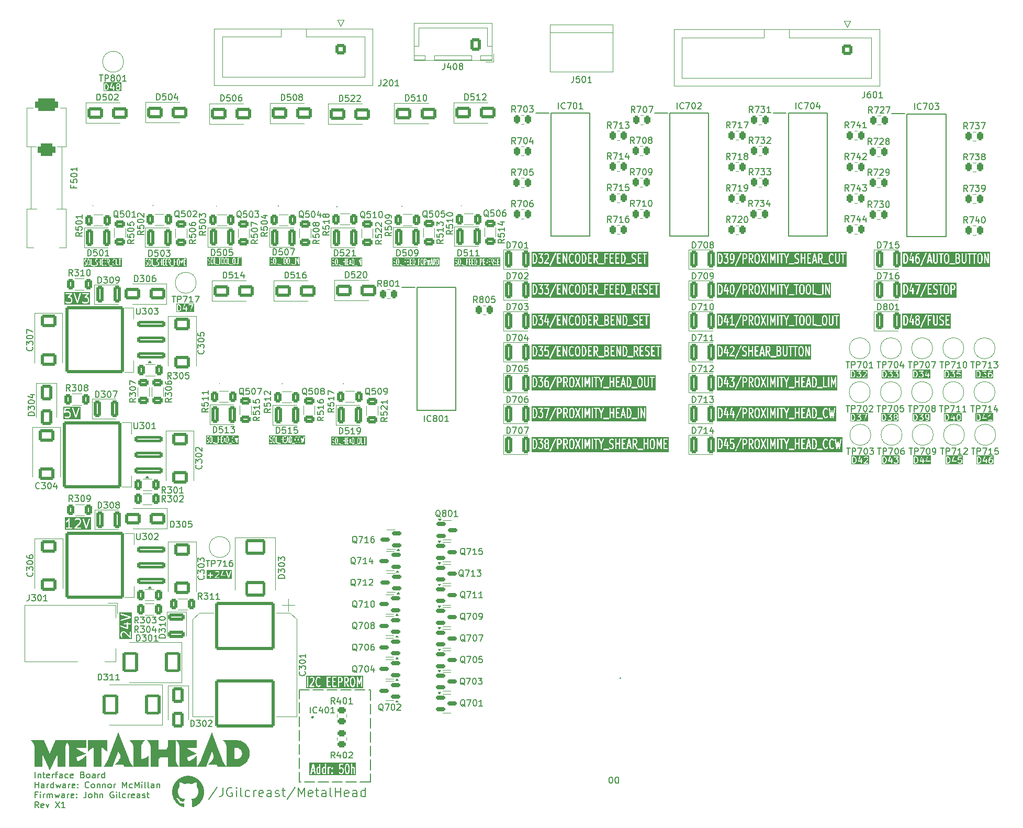
<source format=gbr>
%TF.GenerationSoftware,KiCad,Pcbnew,8.0.6*%
%TF.CreationDate,2025-01-04T02:04:51-08:00*%
%TF.ProjectId,MEP-MAXI-85V-1-REV-2-Interface-Board,4d45502d-4d41-4584-992d-3835562d312d,X1*%
%TF.SameCoordinates,Original*%
%TF.FileFunction,Legend,Top*%
%TF.FilePolarity,Positive*%
%FSLAX46Y46*%
G04 Gerber Fmt 4.6, Leading zero omitted, Abs format (unit mm)*
G04 Created by KiCad (PCBNEW 8.0.6) date 2025-01-04 02:04:51*
%MOMM*%
%LPD*%
G01*
G04 APERTURE LIST*
G04 Aperture macros list*
%AMRoundRect*
0 Rectangle with rounded corners*
0 $1 Rounding radius*
0 $2 $3 $4 $5 $6 $7 $8 $9 X,Y pos of 4 corners*
0 Add a 4 corners polygon primitive as box body*
4,1,4,$2,$3,$4,$5,$6,$7,$8,$9,$2,$3,0*
0 Add four circle primitives for the rounded corners*
1,1,$1+$1,$2,$3*
1,1,$1+$1,$4,$5*
1,1,$1+$1,$6,$7*
1,1,$1+$1,$8,$9*
0 Add four rect primitives between the rounded corners*
20,1,$1+$1,$2,$3,$4,$5,0*
20,1,$1+$1,$4,$5,$6,$7,0*
20,1,$1+$1,$6,$7,$8,$9,0*
20,1,$1+$1,$8,$9,$2,$3,0*%
G04 Aperture macros list end*
%ADD10C,0.150000*%
%ADD11C,0.000000*%
%ADD12C,0.200000*%
%ADD13C,0.125000*%
%ADD14C,0.120000*%
%ADD15C,0.100000*%
%ADD16C,0.250000*%
%ADD17RoundRect,0.250000X-0.375000X-1.075000X0.375000X-1.075000X0.375000X1.075000X-0.375000X1.075000X0*%
%ADD18RoundRect,0.250000X-1.000000X-0.650000X1.000000X-0.650000X1.000000X0.650000X-1.000000X0.650000X0*%
%ADD19RoundRect,0.250000X-0.312500X-0.625000X0.312500X-0.625000X0.312500X0.625000X-0.312500X0.625000X0*%
%ADD20RoundRect,0.250000X-0.262500X-0.450000X0.262500X-0.450000X0.262500X0.450000X-0.262500X0.450000X0*%
%ADD21RoundRect,0.250000X0.600000X0.725000X-0.600000X0.725000X-0.600000X-0.725000X0.600000X-0.725000X0*%
%ADD22O,1.700000X1.950000*%
%ADD23RoundRect,0.250000X-0.625000X0.312500X-0.625000X-0.312500X0.625000X-0.312500X0.625000X0.312500X0*%
%ADD24C,3.000000*%
%ADD25RoundRect,0.250000X0.312500X0.625000X-0.312500X0.625000X-0.312500X-0.625000X0.312500X-0.625000X0*%
%ADD26RoundRect,0.150000X-0.587500X-0.150000X0.587500X-0.150000X0.587500X0.150000X-0.587500X0.150000X0*%
%ADD27R,1.500000X2.500000*%
%ADD28R,7.000000X7.000000*%
%ADD29R,1.800000X4.400000*%
%ADD30O,1.800000X4.000000*%
%ADD31O,4.000000X1.800000*%
%ADD32RoundRect,0.250000X-1.025000X0.787500X-1.025000X-0.787500X1.025000X-0.787500X1.025000X0.787500X0*%
%ADD33RoundRect,0.250000X-1.400000X-1.000000X1.400000X-1.000000X1.400000X1.000000X-1.400000X1.000000X0*%
%ADD34R,2.100000X1.450000*%
%ADD35RoundRect,0.150000X0.587500X0.150000X-0.587500X0.150000X-0.587500X-0.150000X0.587500X-0.150000X0*%
%ADD36RoundRect,0.250000X1.000000X0.650000X-1.000000X0.650000X-1.000000X-0.650000X1.000000X-0.650000X0*%
%ADD37RoundRect,0.250000X2.050000X0.300000X-2.050000X0.300000X-2.050000X-0.300000X2.050000X-0.300000X0*%
%ADD38RoundRect,0.250002X4.449998X5.149998X-4.449998X5.149998X-4.449998X-5.149998X4.449998X-5.149998X0*%
%ADD39C,0.900000*%
%ADD40C,10.000000*%
%ADD41RoundRect,0.250000X-1.075000X0.375000X-1.075000X-0.375000X1.075000X-0.375000X1.075000X0.375000X0*%
%ADD42O,1.727200X1.727200*%
%ADD43R,1.727200X1.727200*%
%ADD44RoundRect,0.249998X-4.550002X3.650002X-4.550002X-3.650002X4.550002X-3.650002X4.550002X3.650002X0*%
%ADD45RoundRect,0.250000X-0.600000X0.600000X-0.600000X-0.600000X0.600000X-0.600000X0.600000X0.600000X0*%
%ADD46C,1.700000*%
%ADD47RoundRect,0.250000X-0.650000X1.000000X-0.650000X-1.000000X0.650000X-1.000000X0.650000X1.000000X0*%
%ADD48RoundRect,0.250000X-0.450000X0.262500X-0.450000X-0.262500X0.450000X-0.262500X0.450000X0.262500X0*%
%ADD49R,0.700000X0.300000*%
%ADD50R,1.400000X1.600000*%
%ADD51RoundRect,0.500000X-1.350000X0.500000X-1.350000X-0.500000X1.350000X-0.500000X1.350000X0.500000X0*%
%ADD52RoundRect,0.500000X-0.900000X0.500000X-0.900000X-0.500000X0.900000X-0.500000X0.900000X0.500000X0*%
%ADD53O,2.800000X2.000000*%
%ADD54O,3.700000X2.000000*%
%ADD55RoundRect,0.250000X0.625000X-0.312500X0.625000X0.312500X-0.625000X0.312500X-0.625000X-0.312500X0*%
%ADD56RoundRect,0.250000X-1.000000X1.400000X-1.000000X-1.400000X1.000000X-1.400000X1.000000X1.400000X0*%
%ADD57R,3.000000X3.000000*%
G04 APERTURE END LIST*
D10*
X107069000Y-140067500D02*
X108719000Y-140067500D01*
X109319000Y-140067500D02*
X110969000Y-140067500D01*
X111569000Y-140067500D02*
X113219000Y-140067500D01*
X113819000Y-140067500D02*
X115469000Y-140067500D01*
X116069000Y-140067500D02*
X117719000Y-140067500D01*
X118319000Y-140067500D02*
X118569000Y-140067500D01*
X118569000Y-140067500D02*
X118569000Y-141717500D01*
X118569000Y-142317500D02*
X118569000Y-143967500D01*
X118569000Y-144567500D02*
X118569000Y-146217500D01*
X118569000Y-146817500D02*
X118569000Y-148467500D01*
X118569000Y-149067500D02*
X118569000Y-150717500D01*
X118569000Y-151317500D02*
X118569000Y-152967500D01*
X118569000Y-153567500D02*
X118569000Y-154967500D01*
X118569000Y-154967500D02*
X116919000Y-154967500D01*
X116319000Y-154967500D02*
X114669000Y-154967500D01*
X114069000Y-154967500D02*
X112419000Y-154967500D01*
X111819000Y-154967500D02*
X110169000Y-154967500D01*
X109569000Y-154967500D02*
X107919000Y-154967500D01*
X107319000Y-154967500D02*
X107069000Y-154967500D01*
X107069000Y-154967500D02*
X107069000Y-153317500D01*
X107069000Y-152717500D02*
X107069000Y-151067500D01*
X107069000Y-150467500D02*
X107069000Y-148817500D01*
X107069000Y-148217500D02*
X107069000Y-146567500D01*
X107069000Y-145967500D02*
X107069000Y-144317500D01*
X107069000Y-143717500D02*
X107069000Y-142067500D01*
X107069000Y-141467500D02*
X107069000Y-140067500D01*
D11*
G36*
X89236737Y-153945472D02*
G01*
X89367830Y-153955514D01*
X89497040Y-153972052D01*
X89624200Y-153994924D01*
X89749148Y-154023966D01*
X89871718Y-154059017D01*
X89991745Y-154099913D01*
X90109066Y-154146493D01*
X90223515Y-154198592D01*
X90334928Y-154256050D01*
X90443141Y-154318702D01*
X90547988Y-154386387D01*
X90649306Y-154458942D01*
X90746929Y-154536205D01*
X90840694Y-154618011D01*
X90930435Y-154704200D01*
X91015988Y-154794609D01*
X91097189Y-154889074D01*
X91173873Y-154987433D01*
X91245875Y-155089524D01*
X91313030Y-155195184D01*
X91375175Y-155304251D01*
X91432145Y-155416561D01*
X91483775Y-155531952D01*
X91529900Y-155650262D01*
X91570356Y-155771327D01*
X91604979Y-155894986D01*
X91633603Y-156021075D01*
X91656065Y-156149433D01*
X91672200Y-156279896D01*
X91681842Y-156412302D01*
X91684828Y-156546488D01*
X91682673Y-156653886D01*
X91676262Y-156760166D01*
X91665678Y-156865244D01*
X91651005Y-156969037D01*
X91632326Y-157071463D01*
X91609723Y-157172439D01*
X91583281Y-157271881D01*
X91553081Y-157369707D01*
X91519207Y-157465835D01*
X91481742Y-157560180D01*
X91440769Y-157652661D01*
X91396372Y-157743194D01*
X91348632Y-157831697D01*
X91297634Y-157918086D01*
X91243461Y-158002279D01*
X91186195Y-158084193D01*
X91125919Y-158163745D01*
X91062717Y-158240852D01*
X90996672Y-158315431D01*
X90927867Y-158387400D01*
X90856385Y-158456675D01*
X90782308Y-158523173D01*
X90705721Y-158586812D01*
X90626705Y-158647509D01*
X90545345Y-158705181D01*
X90461723Y-158759745D01*
X90375923Y-158811118D01*
X90288026Y-158859217D01*
X90198118Y-158903960D01*
X90106280Y-158945263D01*
X90012595Y-158983044D01*
X89917147Y-159017220D01*
X89905349Y-159019333D01*
X89894021Y-159020837D01*
X89883157Y-159021753D01*
X89872750Y-159022104D01*
X89862794Y-159021911D01*
X89853283Y-159021197D01*
X89844211Y-159019984D01*
X89835571Y-159018294D01*
X89827358Y-159016148D01*
X89819564Y-159013570D01*
X89812184Y-159010582D01*
X89805212Y-159007204D01*
X89798641Y-159003461D01*
X89792464Y-158999373D01*
X89786676Y-158994962D01*
X89781271Y-158990252D01*
X89776241Y-158985264D01*
X89771582Y-158980020D01*
X89767286Y-158974542D01*
X89763347Y-158968852D01*
X89759759Y-158962973D01*
X89756517Y-158956927D01*
X89753612Y-158950735D01*
X89751040Y-158944420D01*
X89748794Y-158938005D01*
X89746868Y-158931510D01*
X89745256Y-158924959D01*
X89743950Y-158918373D01*
X89742236Y-158905185D01*
X89741676Y-158892125D01*
X89745909Y-158176374D01*
X89745673Y-158153595D01*
X89744973Y-158131344D01*
X89742232Y-158088412D01*
X89737787Y-158047553D01*
X89731737Y-158008741D01*
X89724183Y-157971951D01*
X89715224Y-157937158D01*
X89704962Y-157904335D01*
X89693495Y-157873459D01*
X89680925Y-157844503D01*
X89667350Y-157817442D01*
X89652873Y-157792251D01*
X89637592Y-157768905D01*
X89621608Y-157747377D01*
X89605020Y-157727644D01*
X89587930Y-157709678D01*
X89570437Y-157693456D01*
X89678931Y-157679351D01*
X89787103Y-157660693D01*
X89894032Y-157636567D01*
X89998798Y-157606056D01*
X90100477Y-157568245D01*
X90198150Y-157522217D01*
X90245195Y-157495835D01*
X90290893Y-157467056D01*
X90335129Y-157435764D01*
X90377787Y-157401846D01*
X90418752Y-157365186D01*
X90457909Y-157325671D01*
X90495142Y-157283186D01*
X90530337Y-157237616D01*
X90563379Y-157188846D01*
X90594151Y-157136763D01*
X90622540Y-157081251D01*
X90648429Y-157022197D01*
X90671704Y-156959485D01*
X90692249Y-156893002D01*
X90709950Y-156822632D01*
X90724690Y-156748262D01*
X90736356Y-156669776D01*
X90744831Y-156587060D01*
X90750000Y-156500000D01*
X90751749Y-156408481D01*
X90750603Y-156355728D01*
X90747194Y-156304187D01*
X90741565Y-156253860D01*
X90733761Y-156204745D01*
X90723826Y-156156844D01*
X90711802Y-156110155D01*
X90697735Y-156064679D01*
X90681667Y-156020417D01*
X90663643Y-155977367D01*
X90643706Y-155935530D01*
X90621901Y-155894906D01*
X90598270Y-155855495D01*
X90572858Y-155817297D01*
X90545708Y-155780312D01*
X90516865Y-155744540D01*
X90486372Y-155709981D01*
X90498433Y-155676449D01*
X90513057Y-155625226D01*
X90520249Y-155593392D01*
X90526783Y-155557629D01*
X90532227Y-155518100D01*
X90536146Y-155474972D01*
X90538110Y-155428407D01*
X90537684Y-155378570D01*
X90534435Y-155325627D01*
X90527932Y-155269740D01*
X90517740Y-155211075D01*
X90503428Y-155149796D01*
X90484561Y-155086067D01*
X90460707Y-155020054D01*
X90450367Y-155017745D01*
X90418910Y-155014527D01*
X90395059Y-155014314D01*
X90365684Y-155015957D01*
X90330704Y-155020152D01*
X90290038Y-155027594D01*
X90243603Y-155038978D01*
X90191318Y-155054997D01*
X90133102Y-155076348D01*
X90068873Y-155103725D01*
X89998549Y-155137822D01*
X89922049Y-155179336D01*
X89839292Y-155228959D01*
X89750195Y-155287389D01*
X89672385Y-155267593D01*
X89593226Y-155250270D01*
X89512969Y-155235471D01*
X89431861Y-155223247D01*
X89350154Y-155213650D01*
X89268096Y-155206731D01*
X89185936Y-155202542D01*
X89103924Y-155201134D01*
X89022120Y-155202572D01*
X88940475Y-155206697D01*
X88859053Y-155213501D01*
X88777921Y-155222974D01*
X88697143Y-155235108D01*
X88616787Y-155249895D01*
X88536917Y-155267324D01*
X88457600Y-155287389D01*
X88412259Y-155257030D01*
X88368512Y-155228959D01*
X88326351Y-155203090D01*
X88285763Y-155179336D01*
X88246740Y-155157609D01*
X88209270Y-155137822D01*
X88173345Y-155119890D01*
X88138953Y-155103725D01*
X88106084Y-155089240D01*
X88074729Y-155076348D01*
X88044876Y-155064963D01*
X88016517Y-155054997D01*
X87989640Y-155046364D01*
X87964235Y-155038978D01*
X87940293Y-155032750D01*
X87917803Y-155027594D01*
X87896755Y-155023424D01*
X87877139Y-155020152D01*
X87858944Y-155017692D01*
X87842161Y-155015957D01*
X87826779Y-155014860D01*
X87812787Y-155014314D01*
X87788937Y-155014527D01*
X87770529Y-155015903D01*
X87757481Y-155017745D01*
X87747140Y-155020054D01*
X87734563Y-155053336D01*
X87723286Y-155086067D01*
X87713256Y-155118228D01*
X87704418Y-155149796D01*
X87696718Y-155180752D01*
X87690102Y-155211075D01*
X87684517Y-155240745D01*
X87679907Y-155269740D01*
X87676220Y-155298041D01*
X87673400Y-155325627D01*
X87671394Y-155352477D01*
X87670147Y-155378570D01*
X87669716Y-155428407D01*
X87671675Y-155474972D01*
X87675590Y-155518100D01*
X87681028Y-155557629D01*
X87687558Y-155593392D01*
X87694745Y-155625226D01*
X87702159Y-155652966D01*
X87709364Y-155676449D01*
X87721423Y-155709981D01*
X87691637Y-155744540D01*
X87663319Y-155780312D01*
X87636534Y-155817297D01*
X87611341Y-155855495D01*
X87587806Y-155894906D01*
X87565989Y-155935530D01*
X87545953Y-155977367D01*
X87527761Y-156020417D01*
X87511476Y-156064679D01*
X87497159Y-156110155D01*
X87484873Y-156156844D01*
X87474681Y-156204745D01*
X87466645Y-156253860D01*
X87460828Y-156304187D01*
X87457291Y-156355728D01*
X87456099Y-156408481D01*
X87457847Y-156500012D01*
X87463016Y-156587108D01*
X87471489Y-156669880D01*
X87483149Y-156748440D01*
X87497882Y-156822900D01*
X87515570Y-156893374D01*
X87536099Y-156959972D01*
X87559352Y-157022807D01*
X87585213Y-157081991D01*
X87613566Y-157137637D01*
X87644295Y-157189856D01*
X87677284Y-157238760D01*
X87712418Y-157284461D01*
X87749580Y-157327073D01*
X87788654Y-157366706D01*
X87829525Y-157403473D01*
X87872076Y-157437486D01*
X87916192Y-157468858D01*
X87961755Y-157497699D01*
X88008652Y-157524124D01*
X88056764Y-157548242D01*
X88105978Y-157570168D01*
X88207242Y-157607887D01*
X88311516Y-157638178D01*
X88417873Y-157661939D01*
X88525385Y-157680066D01*
X88633124Y-157693456D01*
X88619542Y-157706187D01*
X88606121Y-157720131D01*
X88592926Y-157735288D01*
X88580018Y-157751658D01*
X88567461Y-157769241D01*
X88555318Y-157788037D01*
X88543651Y-157808045D01*
X88532523Y-157829267D01*
X88521997Y-157851702D01*
X88512137Y-157875349D01*
X88503004Y-157900210D01*
X88494662Y-157926283D01*
X88487173Y-157953569D01*
X88480601Y-157982069D01*
X88475009Y-158011781D01*
X88470458Y-158042706D01*
X88439850Y-158056015D01*
X88404558Y-158069524D01*
X88365116Y-158082426D01*
X88322057Y-158093913D01*
X88275913Y-158103176D01*
X88227217Y-158109407D01*
X88176503Y-158111798D01*
X88150556Y-158111301D01*
X88124304Y-158109540D01*
X88097814Y-158106415D01*
X88071152Y-158101825D01*
X88044385Y-158095669D01*
X88017581Y-158087845D01*
X87990804Y-158078253D01*
X87964123Y-158066791D01*
X87937603Y-158053359D01*
X87911311Y-158037855D01*
X87885314Y-158020178D01*
X87859679Y-158000228D01*
X87834472Y-157977904D01*
X87809759Y-157953103D01*
X87785608Y-157925726D01*
X87762085Y-157895671D01*
X87739257Y-157862838D01*
X87717190Y-157827124D01*
X87710793Y-157816345D01*
X87691704Y-157787779D01*
X87677447Y-157768595D01*
X87660073Y-157747086D01*
X87639602Y-157723961D01*
X87616053Y-157699925D01*
X87589443Y-157675688D01*
X87559793Y-157651956D01*
X87527122Y-157629437D01*
X87509659Y-157618853D01*
X87491447Y-157608838D01*
X87472490Y-157599479D01*
X87452788Y-157590866D01*
X87432346Y-157583086D01*
X87411165Y-157576229D01*
X87389247Y-157570382D01*
X87366595Y-157565634D01*
X87343211Y-157562074D01*
X87319097Y-157559789D01*
X87308707Y-157560101D01*
X87283319Y-157562282D01*
X87267713Y-157564658D01*
X87251611Y-157568202D01*
X87236099Y-157573149D01*
X87228902Y-157576221D01*
X87222260Y-157579732D01*
X87216307Y-157583710D01*
X87211179Y-157588184D01*
X87207012Y-157593185D01*
X87203942Y-157598740D01*
X87202103Y-157604880D01*
X87201631Y-157611633D01*
X87202663Y-157619029D01*
X87205333Y-157627096D01*
X87209778Y-157635865D01*
X87216132Y-157645364D01*
X87224531Y-157655623D01*
X87235111Y-157666671D01*
X87248008Y-157678536D01*
X87263357Y-157691249D01*
X87281293Y-157704838D01*
X87301952Y-157719333D01*
X87309536Y-157723255D01*
X87330514Y-157736170D01*
X87345195Y-157746536D01*
X87362228Y-157759795D01*
X87381280Y-157776161D01*
X87402018Y-157795850D01*
X87424111Y-157819076D01*
X87447225Y-157846053D01*
X87471029Y-157876998D01*
X87495191Y-157912124D01*
X87519377Y-157951647D01*
X87543256Y-157995782D01*
X87566494Y-158044743D01*
X87588761Y-158098745D01*
X87596600Y-158118453D01*
X87607321Y-158140701D01*
X87623396Y-158169088D01*
X87645440Y-158202023D01*
X87674067Y-158237914D01*
X87709892Y-158275170D01*
X87753530Y-158312197D01*
X87778471Y-158330129D01*
X87805595Y-158347406D01*
X87834980Y-158363830D01*
X87866702Y-158379203D01*
X87900839Y-158393325D01*
X87937467Y-158405997D01*
X87976662Y-158417021D01*
X88018502Y-158426196D01*
X88063064Y-158433325D01*
X88110424Y-158438209D01*
X88160659Y-158440647D01*
X88213846Y-158440443D01*
X88270062Y-158437395D01*
X88329384Y-158431306D01*
X88391889Y-158421976D01*
X88457652Y-158409207D01*
X88458314Y-158567151D01*
X88459769Y-158708914D01*
X88461886Y-158892177D01*
X88461326Y-158905228D01*
X88459614Y-158918408D01*
X88456698Y-158931538D01*
X88452529Y-158944441D01*
X88449958Y-158950753D01*
X88447056Y-158956942D01*
X88443815Y-158962985D01*
X88440229Y-158968862D01*
X88436291Y-158974549D01*
X88431997Y-158980024D01*
X88427339Y-158985266D01*
X88422311Y-158990252D01*
X88416906Y-158994959D01*
X88411120Y-158999367D01*
X88404944Y-159003453D01*
X88398373Y-159007194D01*
X88391401Y-159010568D01*
X88384021Y-159013554D01*
X88376227Y-159016130D01*
X88368012Y-159018272D01*
X88359372Y-159019959D01*
X88350298Y-159021169D01*
X88340785Y-159021879D01*
X88330827Y-159022068D01*
X88320417Y-159021713D01*
X88309549Y-159020793D01*
X88298217Y-159019285D01*
X88286414Y-159017166D01*
X88097282Y-158945228D01*
X87915535Y-158859197D01*
X87741838Y-158759736D01*
X87576856Y-158647509D01*
X87421253Y-158523179D01*
X87275694Y-158387410D01*
X87140844Y-158240864D01*
X87017367Y-158084206D01*
X86905927Y-157918099D01*
X86807190Y-157743205D01*
X86721819Y-157560189D01*
X86650481Y-157369714D01*
X86593838Y-157172443D01*
X86552556Y-156969039D01*
X86527300Y-156760166D01*
X86520888Y-156653886D01*
X86518733Y-156546487D01*
X86522092Y-156412302D01*
X86532060Y-156279896D01*
X86548478Y-156149433D01*
X86571182Y-156021075D01*
X86600012Y-155894986D01*
X86634805Y-155771327D01*
X86675402Y-155650261D01*
X86721639Y-155531952D01*
X86773357Y-155416561D01*
X86830393Y-155304251D01*
X86892585Y-155195184D01*
X86959773Y-155089524D01*
X87031795Y-154987433D01*
X87108489Y-154889074D01*
X87189695Y-154794609D01*
X87275250Y-154704200D01*
X87364993Y-154618011D01*
X87458762Y-154536205D01*
X87556397Y-154458942D01*
X87657736Y-154386387D01*
X87762617Y-154318702D01*
X87870879Y-154256050D01*
X87982360Y-154198592D01*
X88096899Y-154146493D01*
X88214335Y-154099913D01*
X88334505Y-154059017D01*
X88457250Y-154023966D01*
X88582406Y-153994924D01*
X88709813Y-153972052D01*
X88839309Y-153955514D01*
X88970733Y-153945472D01*
X89103924Y-153942088D01*
X89236737Y-153945472D01*
G37*
D12*
G36*
X205251151Y-79635024D02*
G01*
X205324230Y-79744642D01*
X205365132Y-79867349D01*
X205410101Y-80137159D01*
X205410101Y-80334897D01*
X205365132Y-80604706D01*
X205324230Y-80727414D01*
X205251150Y-80837033D01*
X205153161Y-80886028D01*
X205038673Y-80886028D01*
X205038673Y-79586028D01*
X205153160Y-79586028D01*
X205251151Y-79635024D01*
G37*
G36*
X207245921Y-80270036D02*
G01*
X207276610Y-80316069D01*
X207314863Y-80430828D01*
X207314863Y-80684087D01*
X207276611Y-80798843D01*
X207245921Y-80844877D01*
X207191054Y-80886028D01*
X207067244Y-80886028D01*
X207012376Y-80844877D01*
X206981687Y-80798843D01*
X206943435Y-80684087D01*
X206943435Y-80430826D01*
X206981687Y-80316070D01*
X207012376Y-80270036D01*
X207067245Y-80228885D01*
X207191053Y-80228885D01*
X207245921Y-80270036D01*
G37*
G36*
X207245921Y-79627179D02*
G01*
X207276611Y-79673213D01*
X207314863Y-79787968D01*
X207314863Y-79826944D01*
X207276611Y-79941700D01*
X207245921Y-79987734D01*
X207191054Y-80028885D01*
X207067244Y-80028885D01*
X207012376Y-79987734D01*
X206981687Y-79941700D01*
X206943435Y-79826944D01*
X206943435Y-79787969D01*
X206981686Y-79673213D01*
X207012376Y-79627179D01*
X207067245Y-79586028D01*
X207191053Y-79586028D01*
X207245921Y-79627179D01*
G37*
G36*
X212489133Y-81608383D02*
G01*
X204672006Y-81608383D01*
X204672006Y-81360170D01*
X207602033Y-81360170D01*
X207616040Y-81396588D01*
X207642917Y-81424873D01*
X207678572Y-81440720D01*
X207717577Y-81441716D01*
X207753995Y-81427709D01*
X207782280Y-81400832D01*
X207791959Y-81383785D01*
X208635406Y-79486028D01*
X208791054Y-79486028D01*
X208791054Y-80986028D01*
X208792975Y-81005537D01*
X208807907Y-81041585D01*
X208835497Y-81069175D01*
X208871545Y-81084107D01*
X208910563Y-81084107D01*
X208946611Y-81069175D01*
X208974201Y-81041585D01*
X208989133Y-81005537D01*
X208991054Y-80986028D01*
X208991054Y-80300314D01*
X209224387Y-80300314D01*
X209243896Y-80298393D01*
X209279944Y-80283461D01*
X209307534Y-80255871D01*
X209322466Y-80219823D01*
X209322466Y-80180805D01*
X209307534Y-80144757D01*
X209279944Y-80117167D01*
X209243896Y-80102235D01*
X209224387Y-80100314D01*
X208991054Y-80100314D01*
X208991054Y-79586028D01*
X209367244Y-79586028D01*
X209386753Y-79584107D01*
X209422801Y-79569175D01*
X209450391Y-79541585D01*
X209465323Y-79505537D01*
X209465323Y-79486028D01*
X209648197Y-79486028D01*
X209648197Y-80700314D01*
X209649169Y-80710187D01*
X209648982Y-80712821D01*
X209649769Y-80716284D01*
X209650118Y-80719823D01*
X209651129Y-80722265D01*
X209653329Y-80731937D01*
X209700948Y-80874793D01*
X209703002Y-80879396D01*
X209703388Y-80881343D01*
X209706361Y-80886919D01*
X209708939Y-80892694D01*
X209710239Y-80894193D01*
X209712611Y-80898641D01*
X209760230Y-80970070D01*
X209767694Y-80979185D01*
X209768981Y-80981358D01*
X209770952Y-80983164D01*
X209772650Y-80985237D01*
X209774750Y-80986643D01*
X209783435Y-80994600D01*
X209878673Y-81066028D01*
X209881968Y-81068027D01*
X209883116Y-81069175D01*
X209885459Y-81070145D01*
X209895433Y-81076197D01*
X209907581Y-81079309D01*
X209919164Y-81084107D01*
X209930771Y-81085249D01*
X209933231Y-81085880D01*
X209934838Y-81085650D01*
X209938673Y-81086028D01*
X210129149Y-81086028D01*
X210132983Y-81085650D01*
X210134591Y-81085880D01*
X210137050Y-81085249D01*
X210148658Y-81084107D01*
X210160240Y-81079309D01*
X210172389Y-81076197D01*
X210182362Y-81070145D01*
X210184706Y-81069175D01*
X210185853Y-81068027D01*
X210189149Y-81066028D01*
X210284387Y-80994600D01*
X210293071Y-80986643D01*
X210295172Y-80985237D01*
X210296869Y-80983164D01*
X210298841Y-80981358D01*
X210300127Y-80979185D01*
X210307592Y-80970070D01*
X210355211Y-80898641D01*
X210357582Y-80894193D01*
X210358883Y-80892694D01*
X210361460Y-80886921D01*
X210364435Y-80881342D01*
X210364820Y-80879394D01*
X210366874Y-80874794D01*
X210414493Y-80731937D01*
X210416692Y-80722264D01*
X210417704Y-80719823D01*
X210418052Y-80716285D01*
X210418840Y-80712822D01*
X210418652Y-80710187D01*
X210419625Y-80700314D01*
X210419625Y-79771742D01*
X210648197Y-79771742D01*
X210648197Y-79914600D01*
X210649169Y-79924473D01*
X210648982Y-79927107D01*
X210649769Y-79930570D01*
X210650118Y-79934109D01*
X210651129Y-79936551D01*
X210653329Y-79946223D01*
X210700948Y-80089079D01*
X210703002Y-80093682D01*
X210703388Y-80095629D01*
X210706361Y-80101205D01*
X210708939Y-80106980D01*
X210710239Y-80108479D01*
X210712611Y-80112927D01*
X210760230Y-80184355D01*
X210767691Y-80193466D01*
X210768980Y-80195643D01*
X210770955Y-80197452D01*
X210772650Y-80199522D01*
X210774748Y-80200927D01*
X210783435Y-80208885D01*
X210878673Y-80280314D01*
X210884268Y-80283708D01*
X210885969Y-80285298D01*
X210890810Y-80287678D01*
X210895433Y-80290483D01*
X210897692Y-80291061D01*
X210903561Y-80293947D01*
X211080615Y-80360342D01*
X211150683Y-80412893D01*
X211181373Y-80458927D01*
X211219625Y-80573683D01*
X211219625Y-80684087D01*
X211181373Y-80798843D01*
X211150683Y-80844877D01*
X211095816Y-80886028D01*
X210914661Y-80886028D01*
X210792918Y-80825157D01*
X210774610Y-80818151D01*
X210735689Y-80815385D01*
X210698674Y-80827724D01*
X210669197Y-80853289D01*
X210651748Y-80888187D01*
X210648982Y-80927108D01*
X210661321Y-80964123D01*
X210686886Y-80993600D01*
X210703476Y-81004043D01*
X210846333Y-81075471D01*
X210864642Y-81082477D01*
X210868224Y-81082731D01*
X210871545Y-81084107D01*
X210891054Y-81086028D01*
X211129149Y-81086028D01*
X211132983Y-81085650D01*
X211134591Y-81085880D01*
X211137050Y-81085249D01*
X211148658Y-81084107D01*
X211160240Y-81079309D01*
X211172389Y-81076197D01*
X211182362Y-81070145D01*
X211184706Y-81069175D01*
X211185853Y-81068027D01*
X211189149Y-81066028D01*
X211284387Y-80994600D01*
X211293071Y-80986643D01*
X211295172Y-80985237D01*
X211296869Y-80983164D01*
X211298841Y-80981358D01*
X211300127Y-80979185D01*
X211307592Y-80970070D01*
X211355211Y-80898641D01*
X211357582Y-80894193D01*
X211358883Y-80892694D01*
X211361460Y-80886921D01*
X211364435Y-80881342D01*
X211364820Y-80879394D01*
X211366874Y-80874794D01*
X211414493Y-80731937D01*
X211416692Y-80722264D01*
X211417704Y-80719823D01*
X211418052Y-80716285D01*
X211418840Y-80712822D01*
X211418652Y-80710187D01*
X211419625Y-80700314D01*
X211419625Y-80557457D01*
X211418652Y-80547583D01*
X211418840Y-80544949D01*
X211418052Y-80541485D01*
X211417704Y-80537948D01*
X211416692Y-80535506D01*
X211414493Y-80525834D01*
X211366874Y-80382977D01*
X211364820Y-80378376D01*
X211364435Y-80376429D01*
X211361460Y-80370849D01*
X211358883Y-80365077D01*
X211357582Y-80363577D01*
X211355211Y-80359130D01*
X211307592Y-80287701D01*
X211300128Y-80278586D01*
X211298842Y-80276414D01*
X211296869Y-80274606D01*
X211295172Y-80272534D01*
X211293071Y-80271127D01*
X211284387Y-80263171D01*
X211189149Y-80191742D01*
X211183554Y-80188347D01*
X211181853Y-80186758D01*
X211177009Y-80184376D01*
X211172390Y-80181574D01*
X211170132Y-80180995D01*
X211164261Y-80178109D01*
X210987206Y-80111713D01*
X210917138Y-80059162D01*
X210886448Y-80013128D01*
X210848197Y-79898373D01*
X210848197Y-79787969D01*
X210886448Y-79673213D01*
X210917138Y-79627179D01*
X210972007Y-79586028D01*
X211153160Y-79586028D01*
X211274903Y-79646900D01*
X211293212Y-79653906D01*
X211332132Y-79656672D01*
X211369148Y-79644333D01*
X211398624Y-79618769D01*
X211416074Y-79583870D01*
X211418840Y-79544950D01*
X211406501Y-79507934D01*
X211387503Y-79486028D01*
X211648197Y-79486028D01*
X211648197Y-80986028D01*
X211650118Y-81005537D01*
X211665050Y-81041585D01*
X211692640Y-81069175D01*
X211728688Y-81084107D01*
X211748197Y-81086028D01*
X212224387Y-81086028D01*
X212243896Y-81084107D01*
X212279944Y-81069175D01*
X212307534Y-81041585D01*
X212322466Y-81005537D01*
X212322466Y-80966519D01*
X212307534Y-80930471D01*
X212279944Y-80902881D01*
X212243896Y-80887949D01*
X212224387Y-80886028D01*
X211848197Y-80886028D01*
X211848197Y-80300314D01*
X212081530Y-80300314D01*
X212101039Y-80298393D01*
X212137087Y-80283461D01*
X212164677Y-80255871D01*
X212179609Y-80219823D01*
X212179609Y-80180805D01*
X212164677Y-80144757D01*
X212137087Y-80117167D01*
X212101039Y-80102235D01*
X212081530Y-80100314D01*
X211848197Y-80100314D01*
X211848197Y-79586028D01*
X212224387Y-79586028D01*
X212243896Y-79584107D01*
X212279944Y-79569175D01*
X212307534Y-79541585D01*
X212322466Y-79505537D01*
X212322466Y-79466519D01*
X212307534Y-79430471D01*
X212279944Y-79402881D01*
X212243896Y-79387949D01*
X212224387Y-79386028D01*
X211748197Y-79386028D01*
X211728688Y-79387949D01*
X211692640Y-79402881D01*
X211665050Y-79430471D01*
X211650118Y-79466519D01*
X211648197Y-79486028D01*
X211387503Y-79486028D01*
X211380937Y-79478457D01*
X211364346Y-79468014D01*
X211221490Y-79396585D01*
X211203181Y-79389579D01*
X211199597Y-79389324D01*
X211196277Y-79387949D01*
X211176768Y-79386028D01*
X210938673Y-79386028D01*
X210934837Y-79386405D01*
X210933230Y-79386176D01*
X210930770Y-79386806D01*
X210919164Y-79387949D01*
X210907581Y-79392746D01*
X210895433Y-79395859D01*
X210885459Y-79401910D01*
X210883116Y-79402881D01*
X210881968Y-79404028D01*
X210878673Y-79406028D01*
X210783435Y-79477457D01*
X210774748Y-79485414D01*
X210772650Y-79486820D01*
X210770955Y-79488889D01*
X210768980Y-79490699D01*
X210767691Y-79492875D01*
X210760230Y-79501987D01*
X210712611Y-79573415D01*
X210710239Y-79577862D01*
X210708939Y-79579362D01*
X210706361Y-79585136D01*
X210703388Y-79590713D01*
X210703002Y-79592659D01*
X210700948Y-79597263D01*
X210653329Y-79740119D01*
X210651129Y-79749790D01*
X210650118Y-79752233D01*
X210649769Y-79755771D01*
X210648982Y-79759235D01*
X210649169Y-79761868D01*
X210648197Y-79771742D01*
X210419625Y-79771742D01*
X210419625Y-79486028D01*
X210417704Y-79466519D01*
X210402772Y-79430471D01*
X210375182Y-79402881D01*
X210339134Y-79387949D01*
X210300116Y-79387949D01*
X210264068Y-79402881D01*
X210236478Y-79430471D01*
X210221546Y-79466519D01*
X210219625Y-79486028D01*
X210219625Y-80684087D01*
X210181373Y-80798843D01*
X210150683Y-80844877D01*
X210095816Y-80886028D01*
X209972006Y-80886028D01*
X209917138Y-80844877D01*
X209886449Y-80798843D01*
X209848197Y-80684087D01*
X209848197Y-79486028D01*
X209846276Y-79466519D01*
X209831344Y-79430471D01*
X209803754Y-79402881D01*
X209767706Y-79387949D01*
X209728688Y-79387949D01*
X209692640Y-79402881D01*
X209665050Y-79430471D01*
X209650118Y-79466519D01*
X209648197Y-79486028D01*
X209465323Y-79486028D01*
X209465323Y-79466519D01*
X209450391Y-79430471D01*
X209422801Y-79402881D01*
X209386753Y-79387949D01*
X209367244Y-79386028D01*
X208891054Y-79386028D01*
X208871545Y-79387949D01*
X208835497Y-79402881D01*
X208807907Y-79430471D01*
X208792975Y-79466519D01*
X208791054Y-79486028D01*
X208635406Y-79486028D01*
X208649101Y-79455214D01*
X208655269Y-79436606D01*
X208656265Y-79397600D01*
X208642258Y-79361183D01*
X208615381Y-79332897D01*
X208579726Y-79317051D01*
X208540721Y-79316055D01*
X208504303Y-79330062D01*
X208476018Y-79356939D01*
X208466339Y-79373986D01*
X207609197Y-81302557D01*
X207603029Y-81321165D01*
X207602033Y-81360170D01*
X204672006Y-81360170D01*
X204672006Y-79486028D01*
X204838673Y-79486028D01*
X204838673Y-80986028D01*
X204840594Y-81005537D01*
X204855526Y-81041585D01*
X204883116Y-81069175D01*
X204919164Y-81084107D01*
X204938673Y-81086028D01*
X205176768Y-81086028D01*
X205196277Y-81084107D01*
X205199597Y-81082731D01*
X205203181Y-81082477D01*
X205221489Y-81075471D01*
X205364346Y-81004043D01*
X205380937Y-80993600D01*
X205385114Y-80988783D01*
X205390410Y-80985237D01*
X205402830Y-80970070D01*
X205498068Y-80827211D01*
X205500438Y-80822765D01*
X205501740Y-80821265D01*
X205504318Y-80815490D01*
X205507292Y-80809913D01*
X205507677Y-80807965D01*
X205509731Y-80803365D01*
X205557350Y-80660508D01*
X205559085Y-80652876D01*
X205561121Y-80645325D01*
X205588043Y-80483796D01*
X205791078Y-80483796D01*
X205792975Y-80494584D01*
X205792975Y-80505537D01*
X205796321Y-80513614D01*
X205797835Y-80522225D01*
X205803715Y-80531464D01*
X205807907Y-80541585D01*
X205814089Y-80547767D01*
X205818783Y-80555143D01*
X205827752Y-80561430D01*
X205835497Y-80569175D01*
X205843573Y-80572520D01*
X205850733Y-80577539D01*
X205861425Y-80579915D01*
X205871545Y-80584107D01*
X205887240Y-80585652D01*
X205888822Y-80586004D01*
X205889535Y-80585878D01*
X205891054Y-80586028D01*
X206267244Y-80586028D01*
X206267244Y-80986028D01*
X206269165Y-81005537D01*
X206284097Y-81041585D01*
X206311687Y-81069175D01*
X206347735Y-81084107D01*
X206386753Y-81084107D01*
X206422801Y-81069175D01*
X206450391Y-81041585D01*
X206465323Y-81005537D01*
X206467244Y-80986028D01*
X206467244Y-80586028D01*
X206510101Y-80586028D01*
X206529610Y-80584107D01*
X206565658Y-80569175D01*
X206593248Y-80541585D01*
X206608180Y-80505537D01*
X206608180Y-80466519D01*
X206593248Y-80430471D01*
X206565658Y-80402881D01*
X206529610Y-80387949D01*
X206510101Y-80386028D01*
X206467244Y-80386028D01*
X206467244Y-79986028D01*
X206465323Y-79966519D01*
X206450391Y-79930471D01*
X206422801Y-79902881D01*
X206386753Y-79887949D01*
X206347735Y-79887949D01*
X206311687Y-79902881D01*
X206284097Y-79930471D01*
X206269165Y-79966519D01*
X206267244Y-79986028D01*
X206267244Y-80386028D01*
X206015716Y-80386028D01*
X206152224Y-79771742D01*
X206743435Y-79771742D01*
X206743435Y-79843171D01*
X206744407Y-79853044D01*
X206744220Y-79855678D01*
X206745007Y-79859141D01*
X206745356Y-79862680D01*
X206746367Y-79865122D01*
X206748567Y-79874794D01*
X206796186Y-80017650D01*
X206798240Y-80022253D01*
X206798626Y-80024200D01*
X206801599Y-80029776D01*
X206804177Y-80035551D01*
X206805477Y-80037050D01*
X206807849Y-80041498D01*
X206855468Y-80112927D01*
X206862932Y-80122042D01*
X206864219Y-80124215D01*
X206866190Y-80126021D01*
X206867888Y-80128094D01*
X206869069Y-80128885D01*
X206867888Y-80129677D01*
X206866193Y-80131746D01*
X206864218Y-80133556D01*
X206862929Y-80135732D01*
X206855468Y-80144844D01*
X206807849Y-80216272D01*
X206805477Y-80220719D01*
X206804177Y-80222219D01*
X206801597Y-80227997D01*
X206798626Y-80233570D01*
X206798241Y-80235513D01*
X206796185Y-80240120D01*
X206748567Y-80382977D01*
X206746367Y-80392648D01*
X206745356Y-80395091D01*
X206745007Y-80398629D01*
X206744220Y-80402093D01*
X206744407Y-80404726D01*
X206743435Y-80414600D01*
X206743435Y-80700314D01*
X206744407Y-80710187D01*
X206744220Y-80712821D01*
X206745007Y-80716284D01*
X206745356Y-80719823D01*
X206746367Y-80722265D01*
X206748567Y-80731937D01*
X206796186Y-80874793D01*
X206798240Y-80879396D01*
X206798626Y-80881343D01*
X206801599Y-80886919D01*
X206804177Y-80892694D01*
X206805477Y-80894193D01*
X206807849Y-80898641D01*
X206855468Y-80970070D01*
X206862932Y-80979185D01*
X206864219Y-80981358D01*
X206866190Y-80983164D01*
X206867888Y-80985237D01*
X206869988Y-80986643D01*
X206878673Y-80994600D01*
X206973911Y-81066028D01*
X206977206Y-81068027D01*
X206978354Y-81069175D01*
X206980697Y-81070145D01*
X206990671Y-81076197D01*
X207002819Y-81079309D01*
X207014402Y-81084107D01*
X207026009Y-81085249D01*
X207028469Y-81085880D01*
X207030076Y-81085650D01*
X207033911Y-81086028D01*
X207224387Y-81086028D01*
X207228221Y-81085650D01*
X207229829Y-81085880D01*
X207232288Y-81085249D01*
X207243896Y-81084107D01*
X207255478Y-81079309D01*
X207267627Y-81076197D01*
X207277600Y-81070145D01*
X207279944Y-81069175D01*
X207281091Y-81068027D01*
X207284387Y-81066028D01*
X207379625Y-80994600D01*
X207388309Y-80986643D01*
X207390410Y-80985237D01*
X207392107Y-80983164D01*
X207394079Y-80981358D01*
X207395365Y-80979185D01*
X207402830Y-80970070D01*
X207450449Y-80898641D01*
X207452820Y-80894193D01*
X207454121Y-80892694D01*
X207456698Y-80886921D01*
X207459673Y-80881342D01*
X207460058Y-80879394D01*
X207462112Y-80874794D01*
X207509731Y-80731937D01*
X207511930Y-80722264D01*
X207512942Y-80719823D01*
X207513290Y-80716285D01*
X207514078Y-80712822D01*
X207513890Y-80710187D01*
X207514863Y-80700314D01*
X207514863Y-80414600D01*
X207513890Y-80404726D01*
X207514078Y-80402092D01*
X207513290Y-80398628D01*
X207512942Y-80395091D01*
X207511930Y-80392649D01*
X207509731Y-80382977D01*
X207462112Y-80240119D01*
X207460056Y-80235515D01*
X207459672Y-80233570D01*
X207456699Y-80227995D01*
X207454121Y-80222219D01*
X207452820Y-80220719D01*
X207450449Y-80216272D01*
X207402830Y-80144844D01*
X207395366Y-80135729D01*
X207394080Y-80133557D01*
X207392107Y-80131749D01*
X207390410Y-80129677D01*
X207389228Y-80128885D01*
X207390410Y-80128094D01*
X207392107Y-80126021D01*
X207394079Y-80124215D01*
X207395365Y-80122042D01*
X207402830Y-80112927D01*
X207450449Y-80041498D01*
X207452820Y-80037050D01*
X207454121Y-80035551D01*
X207456698Y-80029778D01*
X207459673Y-80024199D01*
X207460058Y-80022251D01*
X207462112Y-80017651D01*
X207509731Y-79874794D01*
X207511930Y-79865121D01*
X207512942Y-79862680D01*
X207513290Y-79859142D01*
X207514078Y-79855679D01*
X207513890Y-79853044D01*
X207514863Y-79843171D01*
X207514863Y-79771742D01*
X207513890Y-79761868D01*
X207514078Y-79759234D01*
X207513290Y-79755770D01*
X207512942Y-79752233D01*
X207511930Y-79749791D01*
X207509731Y-79740119D01*
X207462112Y-79597262D01*
X207460056Y-79592658D01*
X207459672Y-79590713D01*
X207456699Y-79585138D01*
X207454121Y-79579362D01*
X207452820Y-79577862D01*
X207450449Y-79573415D01*
X207402830Y-79501987D01*
X207395366Y-79492872D01*
X207394080Y-79490700D01*
X207392107Y-79488892D01*
X207390410Y-79486820D01*
X207388309Y-79485413D01*
X207379625Y-79477457D01*
X207284387Y-79406028D01*
X207281091Y-79404028D01*
X207279944Y-79402881D01*
X207277599Y-79401909D01*
X207267628Y-79395860D01*
X207255481Y-79392748D01*
X207243896Y-79387949D01*
X207232289Y-79386806D01*
X207229830Y-79386176D01*
X207228222Y-79386405D01*
X207224387Y-79386028D01*
X207033911Y-79386028D01*
X207030075Y-79386405D01*
X207028468Y-79386176D01*
X207026008Y-79386806D01*
X207014402Y-79387949D01*
X207002819Y-79392746D01*
X206990671Y-79395859D01*
X206980697Y-79401910D01*
X206978354Y-79402881D01*
X206977206Y-79404028D01*
X206973911Y-79406028D01*
X206878673Y-79477457D01*
X206869986Y-79485414D01*
X206867888Y-79486820D01*
X206866193Y-79488889D01*
X206864218Y-79490699D01*
X206862929Y-79492875D01*
X206855468Y-79501987D01*
X206807849Y-79573415D01*
X206805477Y-79577862D01*
X206804177Y-79579362D01*
X206801599Y-79585136D01*
X206798626Y-79590713D01*
X206798240Y-79592659D01*
X206796186Y-79597263D01*
X206748567Y-79740119D01*
X206746367Y-79749790D01*
X206745356Y-79752233D01*
X206745007Y-79755771D01*
X206744220Y-79759235D01*
X206744407Y-79761868D01*
X206743435Y-79771742D01*
X206152224Y-79771742D01*
X206226768Y-79436293D01*
X206229125Y-79416832D01*
X206222368Y-79378403D01*
X206201420Y-79345485D01*
X206169470Y-79323089D01*
X206131381Y-79314625D01*
X206092952Y-79321381D01*
X206060034Y-79342329D01*
X206037638Y-79374279D01*
X206031530Y-79392907D01*
X205793435Y-80464335D01*
X205793251Y-80465852D01*
X205792975Y-80466519D01*
X205792975Y-80468133D01*
X205791078Y-80483796D01*
X205588043Y-80483796D01*
X205608740Y-80359611D01*
X205609292Y-80351384D01*
X205610101Y-80343171D01*
X205610101Y-80128885D01*
X205609292Y-80120671D01*
X205608740Y-80112445D01*
X205561121Y-79826731D01*
X205559085Y-79819179D01*
X205557350Y-79811548D01*
X205509731Y-79668691D01*
X205507675Y-79664087D01*
X205507291Y-79662142D01*
X205504318Y-79656567D01*
X205501740Y-79650791D01*
X205500439Y-79649291D01*
X205498068Y-79644844D01*
X205402830Y-79501987D01*
X205390410Y-79486820D01*
X205385114Y-79483273D01*
X205380937Y-79478457D01*
X205364346Y-79468014D01*
X205221490Y-79396585D01*
X205203181Y-79389579D01*
X205199597Y-79389324D01*
X205196277Y-79387949D01*
X205176768Y-79386028D01*
X204938673Y-79386028D01*
X204919164Y-79387949D01*
X204883116Y-79402881D01*
X204855526Y-79430471D01*
X204840594Y-79466519D01*
X204838673Y-79486028D01*
X204672006Y-79486028D01*
X204672006Y-79147958D01*
X212489133Y-79147958D01*
X212489133Y-81608383D01*
G37*
G36*
X145251151Y-79635024D02*
G01*
X145324230Y-79744642D01*
X145365132Y-79867349D01*
X145410101Y-80137159D01*
X145410101Y-80334897D01*
X145365132Y-80604706D01*
X145324230Y-80727414D01*
X145251150Y-80837033D01*
X145153161Y-80886028D01*
X145038673Y-80886028D01*
X145038673Y-79586028D01*
X145153160Y-79586028D01*
X145251151Y-79635024D01*
G37*
G36*
X152245921Y-79627179D02*
G01*
X152319752Y-79737926D01*
X152362482Y-79994302D01*
X152362482Y-80477754D01*
X152319752Y-80734130D01*
X152245921Y-80844877D01*
X152191054Y-80886028D01*
X152067244Y-80886028D01*
X152012375Y-80844876D01*
X151938545Y-80734130D01*
X151895816Y-80477754D01*
X151895816Y-79994302D01*
X151938545Y-79737926D01*
X152012376Y-79627179D01*
X152067245Y-79586028D01*
X152191053Y-79586028D01*
X152245921Y-79627179D01*
G37*
G36*
X153203532Y-79635024D02*
G01*
X153276611Y-79744642D01*
X153317513Y-79867349D01*
X153362482Y-80137159D01*
X153362482Y-80334897D01*
X153317513Y-80604706D01*
X153276611Y-80727414D01*
X153203531Y-80837033D01*
X153105542Y-80886028D01*
X152991054Y-80886028D01*
X152991054Y-79586028D01*
X153105541Y-79586028D01*
X153203532Y-79635024D01*
G37*
G36*
X156965436Y-80349308D02*
G01*
X156990897Y-80387498D01*
X157029149Y-80502254D01*
X157029149Y-80684087D01*
X156990897Y-80798843D01*
X156960207Y-80844877D01*
X156905340Y-80886028D01*
X156657721Y-80886028D01*
X156657721Y-80300314D01*
X156867447Y-80300314D01*
X156965436Y-80349308D01*
G37*
G36*
X156912588Y-79627179D02*
G01*
X156943278Y-79673213D01*
X156981530Y-79787968D01*
X156981530Y-79898373D01*
X156943278Y-80013128D01*
X156912588Y-80059162D01*
X156857720Y-80100314D01*
X156657721Y-80100314D01*
X156657721Y-79586028D01*
X156857720Y-79586028D01*
X156912588Y-79627179D01*
G37*
G36*
X159822580Y-79635024D02*
G01*
X159895659Y-79744642D01*
X159936561Y-79867349D01*
X159981530Y-80137159D01*
X159981530Y-80334897D01*
X159936561Y-80604706D01*
X159895659Y-80727414D01*
X159822579Y-80837033D01*
X159724590Y-80886028D01*
X159610102Y-80886028D01*
X159610102Y-79586028D01*
X159724589Y-79586028D01*
X159822580Y-79635024D01*
G37*
G36*
X155198302Y-79627179D02*
G01*
X155228992Y-79673213D01*
X155267244Y-79787968D01*
X155267244Y-79969801D01*
X155228992Y-80084557D01*
X155198302Y-80130591D01*
X155143435Y-80171742D01*
X154895816Y-80171742D01*
X154895816Y-79586028D01*
X155143434Y-79586028D01*
X155198302Y-79627179D01*
G37*
G36*
X163822467Y-81608383D02*
G01*
X144672006Y-81608383D01*
X144672006Y-81360170D01*
X147602033Y-81360170D01*
X147616040Y-81396588D01*
X147642917Y-81424873D01*
X147678572Y-81440720D01*
X147717577Y-81441716D01*
X147753995Y-81427709D01*
X147782280Y-81400832D01*
X147791959Y-81383785D01*
X147913918Y-81109376D01*
X155459642Y-81109376D01*
X155459642Y-81148394D01*
X155474574Y-81184442D01*
X155502164Y-81212032D01*
X155538212Y-81226964D01*
X155557721Y-81228885D01*
X156319625Y-81228885D01*
X156339134Y-81226964D01*
X156375182Y-81212032D01*
X156402772Y-81184442D01*
X156417704Y-81148394D01*
X156417704Y-81109376D01*
X160173928Y-81109376D01*
X160173928Y-81148394D01*
X160188860Y-81184442D01*
X160216450Y-81212032D01*
X160252498Y-81226964D01*
X160272007Y-81228885D01*
X161033911Y-81228885D01*
X161053420Y-81226964D01*
X161089468Y-81212032D01*
X161117058Y-81184442D01*
X161131990Y-81148394D01*
X161131990Y-81109376D01*
X161117058Y-81073328D01*
X161089468Y-81045738D01*
X161053420Y-81030806D01*
X161033911Y-81028885D01*
X160272007Y-81028885D01*
X160252498Y-81030806D01*
X160216450Y-81045738D01*
X160188860Y-81073328D01*
X160173928Y-81109376D01*
X156417704Y-81109376D01*
X156402772Y-81073328D01*
X156375182Y-81045738D01*
X156339134Y-81030806D01*
X156319625Y-81028885D01*
X155557721Y-81028885D01*
X155538212Y-81030806D01*
X155502164Y-81045738D01*
X155474574Y-81073328D01*
X155459642Y-81109376D01*
X147913918Y-81109376D01*
X148635406Y-79486028D01*
X148791054Y-79486028D01*
X148791054Y-80986028D01*
X148792975Y-81005537D01*
X148807907Y-81041585D01*
X148835497Y-81069175D01*
X148871545Y-81084107D01*
X148891054Y-81086028D01*
X149367244Y-81086028D01*
X149386753Y-81084107D01*
X149422801Y-81069175D01*
X149450391Y-81041585D01*
X149465323Y-81005537D01*
X149465323Y-80966519D01*
X149450391Y-80930471D01*
X149422801Y-80902881D01*
X149386753Y-80887949D01*
X149367244Y-80886028D01*
X148991054Y-80886028D01*
X148991054Y-80300314D01*
X149224387Y-80300314D01*
X149243896Y-80298393D01*
X149279944Y-80283461D01*
X149307534Y-80255871D01*
X149322466Y-80219823D01*
X149322466Y-80180805D01*
X149307534Y-80144757D01*
X149279944Y-80117167D01*
X149243896Y-80102235D01*
X149224387Y-80100314D01*
X148991054Y-80100314D01*
X148991054Y-79586028D01*
X149367244Y-79586028D01*
X149386753Y-79584107D01*
X149422801Y-79569175D01*
X149450391Y-79541585D01*
X149465323Y-79505537D01*
X149465323Y-79486028D01*
X149695816Y-79486028D01*
X149695816Y-80986028D01*
X149697737Y-81005537D01*
X149712669Y-81041585D01*
X149740259Y-81069175D01*
X149776307Y-81084107D01*
X149815325Y-81084107D01*
X149851373Y-81069175D01*
X149878963Y-81041585D01*
X149893895Y-81005537D01*
X149895816Y-80986028D01*
X149895816Y-80029431D01*
X150273795Y-81021627D01*
X150282535Y-81039174D01*
X150283538Y-81040236D01*
X150284097Y-81041585D01*
X150296892Y-81054380D01*
X150309322Y-81067545D01*
X150310654Y-81068142D01*
X150311687Y-81069175D01*
X150328412Y-81076103D01*
X150344926Y-81083506D01*
X150346385Y-81083547D01*
X150347735Y-81084107D01*
X150365855Y-81084107D01*
X150383929Y-81084626D01*
X150385291Y-81084107D01*
X150386753Y-81084107D01*
X150403489Y-81077174D01*
X150420390Y-81070736D01*
X150421451Y-81069734D01*
X150422801Y-81069175D01*
X150435604Y-81056371D01*
X150448761Y-81043950D01*
X150449358Y-81042617D01*
X150450391Y-81041585D01*
X150457322Y-81024852D01*
X150464722Y-81008345D01*
X150464763Y-81006886D01*
X150465323Y-81005537D01*
X150467244Y-80986028D01*
X150467244Y-80128885D01*
X150695816Y-80128885D01*
X150695816Y-80343171D01*
X150696624Y-80351384D01*
X150697177Y-80359611D01*
X150744796Y-80645325D01*
X150746832Y-80652878D01*
X150748567Y-80660508D01*
X150796186Y-80803364D01*
X150798240Y-80807967D01*
X150798626Y-80809914D01*
X150801599Y-80815490D01*
X150804177Y-80821265D01*
X150805477Y-80822764D01*
X150807849Y-80827212D01*
X150903087Y-80970070D01*
X150915507Y-80985237D01*
X150920804Y-80988784D01*
X150924981Y-80993600D01*
X150941571Y-81004043D01*
X151084428Y-81075471D01*
X151102737Y-81082477D01*
X151106319Y-81082731D01*
X151109640Y-81084107D01*
X151129149Y-81086028D01*
X151224387Y-81086028D01*
X151243896Y-81084107D01*
X151247216Y-81082731D01*
X151250800Y-81082477D01*
X151269108Y-81075471D01*
X151411965Y-81004043D01*
X151428556Y-80993600D01*
X151432733Y-80988783D01*
X151438029Y-80985237D01*
X151450449Y-80970070D01*
X151498068Y-80898641D01*
X151507292Y-80881342D01*
X151514863Y-80843066D01*
X151507211Y-80804806D01*
X151485500Y-80772386D01*
X151453035Y-80750742D01*
X151414758Y-80743171D01*
X151376498Y-80750823D01*
X151344078Y-80772534D01*
X151331658Y-80787701D01*
X151298769Y-80837033D01*
X151200780Y-80886028D01*
X151152756Y-80886028D01*
X151054765Y-80837033D01*
X150981687Y-80727414D01*
X150940784Y-80604705D01*
X150895816Y-80334897D01*
X150895816Y-80137159D01*
X150921005Y-79986028D01*
X151695816Y-79986028D01*
X151695816Y-80486028D01*
X151696624Y-80494241D01*
X151697177Y-80502468D01*
X151744796Y-80788182D01*
X151749898Y-80807110D01*
X151750709Y-80808410D01*
X151751007Y-80809914D01*
X151760230Y-80827212D01*
X151855468Y-80970070D01*
X151862932Y-80979185D01*
X151864219Y-80981358D01*
X151866190Y-80983164D01*
X151867888Y-80985237D01*
X151869988Y-80986643D01*
X151878673Y-80994600D01*
X151973911Y-81066028D01*
X151977206Y-81068027D01*
X151978354Y-81069175D01*
X151980697Y-81070145D01*
X151990671Y-81076197D01*
X152002819Y-81079309D01*
X152014402Y-81084107D01*
X152026009Y-81085249D01*
X152028469Y-81085880D01*
X152030076Y-81085650D01*
X152033911Y-81086028D01*
X152224387Y-81086028D01*
X152228221Y-81085650D01*
X152229829Y-81085880D01*
X152232288Y-81085249D01*
X152243896Y-81084107D01*
X152255478Y-81079309D01*
X152267627Y-81076197D01*
X152277600Y-81070145D01*
X152279944Y-81069175D01*
X152281091Y-81068027D01*
X152284387Y-81066028D01*
X152379625Y-80994600D01*
X152388309Y-80986643D01*
X152390410Y-80985237D01*
X152392107Y-80983164D01*
X152394079Y-80981358D01*
X152395365Y-80979185D01*
X152402830Y-80970070D01*
X152498068Y-80827211D01*
X152507292Y-80809913D01*
X152507589Y-80808408D01*
X152508400Y-80807110D01*
X152513502Y-80788182D01*
X152561121Y-80502468D01*
X152561673Y-80494241D01*
X152562482Y-80486028D01*
X152562482Y-79986028D01*
X152561673Y-79977814D01*
X152561121Y-79969588D01*
X152513502Y-79683874D01*
X152508400Y-79664946D01*
X152507588Y-79663645D01*
X152507291Y-79662142D01*
X152498068Y-79644844D01*
X152402830Y-79501987D01*
X152395366Y-79492872D01*
X152394080Y-79490700D01*
X152392107Y-79488892D01*
X152390410Y-79486820D01*
X152389227Y-79486028D01*
X152791054Y-79486028D01*
X152791054Y-80986028D01*
X152792975Y-81005537D01*
X152807907Y-81041585D01*
X152835497Y-81069175D01*
X152871545Y-81084107D01*
X152891054Y-81086028D01*
X153129149Y-81086028D01*
X153148658Y-81084107D01*
X153151978Y-81082731D01*
X153155562Y-81082477D01*
X153173870Y-81075471D01*
X153316727Y-81004043D01*
X153333318Y-80993600D01*
X153337495Y-80988783D01*
X153342791Y-80985237D01*
X153355211Y-80970070D01*
X153450449Y-80827211D01*
X153452819Y-80822765D01*
X153454121Y-80821265D01*
X153456699Y-80815490D01*
X153459673Y-80809913D01*
X153460058Y-80807965D01*
X153462112Y-80803365D01*
X153509731Y-80660508D01*
X153511466Y-80652876D01*
X153513502Y-80645325D01*
X153561121Y-80359611D01*
X153561673Y-80351384D01*
X153562482Y-80343171D01*
X153562482Y-80128885D01*
X153561673Y-80120671D01*
X153561121Y-80112445D01*
X153513502Y-79826731D01*
X153511466Y-79819179D01*
X153509731Y-79811548D01*
X153462112Y-79668691D01*
X153460056Y-79664087D01*
X153459672Y-79662142D01*
X153456699Y-79656567D01*
X153454121Y-79650791D01*
X153452820Y-79649291D01*
X153450449Y-79644844D01*
X153355211Y-79501987D01*
X153342791Y-79486820D01*
X153341608Y-79486028D01*
X153791054Y-79486028D01*
X153791054Y-80986028D01*
X153792975Y-81005537D01*
X153807907Y-81041585D01*
X153835497Y-81069175D01*
X153871545Y-81084107D01*
X153891054Y-81086028D01*
X154367244Y-81086028D01*
X154386753Y-81084107D01*
X154422801Y-81069175D01*
X154450391Y-81041585D01*
X154465323Y-81005537D01*
X154465323Y-80966519D01*
X154450391Y-80930471D01*
X154422801Y-80902881D01*
X154386753Y-80887949D01*
X154367244Y-80886028D01*
X153991054Y-80886028D01*
X153991054Y-80300314D01*
X154224387Y-80300314D01*
X154243896Y-80298393D01*
X154279944Y-80283461D01*
X154307534Y-80255871D01*
X154322466Y-80219823D01*
X154322466Y-80180805D01*
X154307534Y-80144757D01*
X154279944Y-80117167D01*
X154243896Y-80102235D01*
X154224387Y-80100314D01*
X153991054Y-80100314D01*
X153991054Y-79586028D01*
X154367244Y-79586028D01*
X154386753Y-79584107D01*
X154422801Y-79569175D01*
X154450391Y-79541585D01*
X154465323Y-79505537D01*
X154465323Y-79486028D01*
X154695816Y-79486028D01*
X154695816Y-80986028D01*
X154697737Y-81005537D01*
X154712669Y-81041585D01*
X154740259Y-81069175D01*
X154776307Y-81084107D01*
X154815325Y-81084107D01*
X154851373Y-81069175D01*
X154878963Y-81041585D01*
X154893895Y-81005537D01*
X154895816Y-80986028D01*
X154895816Y-80371742D01*
X154970225Y-80371742D01*
X155276626Y-81028317D01*
X155286617Y-81045183D01*
X155315392Y-81071535D01*
X155352061Y-81084869D01*
X155391042Y-81083156D01*
X155426399Y-81066656D01*
X155452751Y-81037881D01*
X155466085Y-81001212D01*
X155464372Y-80962231D01*
X155457863Y-80943740D01*
X155190307Y-80370408D01*
X155196277Y-80369821D01*
X155207859Y-80365023D01*
X155220008Y-80361911D01*
X155229981Y-80355859D01*
X155232325Y-80354889D01*
X155233472Y-80353741D01*
X155236768Y-80351742D01*
X155332006Y-80280314D01*
X155340690Y-80272357D01*
X155342791Y-80270951D01*
X155344488Y-80268878D01*
X155346460Y-80267072D01*
X155347746Y-80264899D01*
X155355211Y-80255784D01*
X155402830Y-80184355D01*
X155405201Y-80179907D01*
X155406502Y-80178408D01*
X155409079Y-80172635D01*
X155412054Y-80167056D01*
X155412439Y-80165108D01*
X155414493Y-80160508D01*
X155462112Y-80017651D01*
X155464311Y-80007978D01*
X155465323Y-80005537D01*
X155465671Y-80001999D01*
X155466459Y-79998536D01*
X155466271Y-79995901D01*
X155467244Y-79986028D01*
X155467244Y-79771742D01*
X155466271Y-79761868D01*
X155466459Y-79759234D01*
X155465671Y-79755770D01*
X155465323Y-79752233D01*
X155464311Y-79749791D01*
X155462112Y-79740119D01*
X155414493Y-79597262D01*
X155412437Y-79592658D01*
X155412053Y-79590713D01*
X155409080Y-79585138D01*
X155406502Y-79579362D01*
X155405201Y-79577862D01*
X155402830Y-79573415D01*
X155355211Y-79501987D01*
X155347747Y-79492872D01*
X155346461Y-79490700D01*
X155344488Y-79488892D01*
X155342791Y-79486820D01*
X155341608Y-79486028D01*
X156457721Y-79486028D01*
X156457721Y-80986028D01*
X156459642Y-81005537D01*
X156474574Y-81041585D01*
X156502164Y-81069175D01*
X156538212Y-81084107D01*
X156557721Y-81086028D01*
X156938673Y-81086028D01*
X156942507Y-81085650D01*
X156944115Y-81085880D01*
X156946574Y-81085249D01*
X156958182Y-81084107D01*
X156969764Y-81079309D01*
X156981913Y-81076197D01*
X156991886Y-81070145D01*
X156994230Y-81069175D01*
X156995377Y-81068027D01*
X156998673Y-81066028D01*
X157093911Y-80994600D01*
X157102595Y-80986643D01*
X157104696Y-80985237D01*
X157106393Y-80983164D01*
X157108365Y-80981358D01*
X157109651Y-80979185D01*
X157117116Y-80970070D01*
X157164735Y-80898641D01*
X157167106Y-80894193D01*
X157168407Y-80892694D01*
X157170984Y-80886921D01*
X157173959Y-80881342D01*
X157174344Y-80879394D01*
X157176398Y-80874794D01*
X157224017Y-80731937D01*
X157226216Y-80722264D01*
X157227228Y-80719823D01*
X157227576Y-80716285D01*
X157228364Y-80712822D01*
X157228176Y-80710187D01*
X157229149Y-80700314D01*
X157229149Y-80486028D01*
X157228176Y-80476154D01*
X157228364Y-80473520D01*
X157227576Y-80470056D01*
X157227228Y-80466519D01*
X157226216Y-80464077D01*
X157224017Y-80454405D01*
X157176398Y-80311548D01*
X157174344Y-80306947D01*
X157173959Y-80305000D01*
X157170984Y-80299420D01*
X157168407Y-80293648D01*
X157167106Y-80292148D01*
X157164735Y-80287701D01*
X157117116Y-80216272D01*
X157104696Y-80201105D01*
X157099400Y-80197558D01*
X157095223Y-80192742D01*
X157078632Y-80182299D01*
X157072808Y-80179387D01*
X157117116Y-80112927D01*
X157119487Y-80108479D01*
X157120788Y-80106980D01*
X157123366Y-80101203D01*
X157126339Y-80095629D01*
X157126723Y-80093683D01*
X157128779Y-80089080D01*
X157176398Y-79946223D01*
X157178597Y-79936550D01*
X157179609Y-79934109D01*
X157179957Y-79930571D01*
X157180745Y-79927108D01*
X157180557Y-79924473D01*
X157181530Y-79914600D01*
X157181530Y-79771742D01*
X157180557Y-79761868D01*
X157180745Y-79759234D01*
X157179957Y-79755770D01*
X157179609Y-79752233D01*
X157178597Y-79749791D01*
X157176398Y-79740119D01*
X157128779Y-79597262D01*
X157126723Y-79592658D01*
X157126339Y-79590713D01*
X157123366Y-79585138D01*
X157120788Y-79579362D01*
X157119487Y-79577862D01*
X157117116Y-79573415D01*
X157069497Y-79501987D01*
X157062033Y-79492872D01*
X157060747Y-79490700D01*
X157058774Y-79488892D01*
X157057077Y-79486820D01*
X157055894Y-79486028D01*
X157457721Y-79486028D01*
X157457721Y-80986028D01*
X157459642Y-81005537D01*
X157474574Y-81041585D01*
X157502164Y-81069175D01*
X157538212Y-81084107D01*
X157557721Y-81086028D01*
X158033911Y-81086028D01*
X158053420Y-81084107D01*
X158089468Y-81069175D01*
X158117058Y-81041585D01*
X158131990Y-81005537D01*
X158131990Y-80966519D01*
X158117058Y-80930471D01*
X158089468Y-80902881D01*
X158053420Y-80887949D01*
X158033911Y-80886028D01*
X157657721Y-80886028D01*
X157657721Y-80300314D01*
X157891054Y-80300314D01*
X157910563Y-80298393D01*
X157946611Y-80283461D01*
X157974201Y-80255871D01*
X157989133Y-80219823D01*
X157989133Y-80180805D01*
X157974201Y-80144757D01*
X157946611Y-80117167D01*
X157910563Y-80102235D01*
X157891054Y-80100314D01*
X157657721Y-80100314D01*
X157657721Y-79586028D01*
X158033911Y-79586028D01*
X158053420Y-79584107D01*
X158089468Y-79569175D01*
X158117058Y-79541585D01*
X158131990Y-79505537D01*
X158131990Y-79486028D01*
X158362483Y-79486028D01*
X158362483Y-80986028D01*
X158364404Y-81005537D01*
X158379336Y-81041585D01*
X158406926Y-81069175D01*
X158442974Y-81084107D01*
X158481992Y-81084107D01*
X158518040Y-81069175D01*
X158545630Y-81041585D01*
X158560562Y-81005537D01*
X158562483Y-80986028D01*
X158562483Y-80029431D01*
X158940462Y-81021627D01*
X158949202Y-81039174D01*
X158950205Y-81040236D01*
X158950764Y-81041585D01*
X158963559Y-81054380D01*
X158975989Y-81067545D01*
X158977321Y-81068142D01*
X158978354Y-81069175D01*
X158995079Y-81076103D01*
X159011593Y-81083506D01*
X159013052Y-81083547D01*
X159014402Y-81084107D01*
X159032522Y-81084107D01*
X159050596Y-81084626D01*
X159051958Y-81084107D01*
X159053420Y-81084107D01*
X159070156Y-81077174D01*
X159087057Y-81070736D01*
X159088118Y-81069734D01*
X159089468Y-81069175D01*
X159102271Y-81056371D01*
X159115428Y-81043950D01*
X159116025Y-81042617D01*
X159117058Y-81041585D01*
X159123989Y-81024852D01*
X159131389Y-81008345D01*
X159131430Y-81006886D01*
X159131990Y-81005537D01*
X159133911Y-80986028D01*
X159133911Y-79486028D01*
X159410102Y-79486028D01*
X159410102Y-80986028D01*
X159412023Y-81005537D01*
X159426955Y-81041585D01*
X159454545Y-81069175D01*
X159490593Y-81084107D01*
X159510102Y-81086028D01*
X159748197Y-81086028D01*
X159767706Y-81084107D01*
X159771026Y-81082731D01*
X159774610Y-81082477D01*
X159792918Y-81075471D01*
X159935775Y-81004043D01*
X159952366Y-80993600D01*
X159956543Y-80988783D01*
X159961839Y-80985237D01*
X159974259Y-80970070D01*
X160069497Y-80827211D01*
X160071867Y-80822765D01*
X160073169Y-80821265D01*
X160075747Y-80815490D01*
X160078721Y-80809913D01*
X160079106Y-80807965D01*
X160081160Y-80803365D01*
X160128779Y-80660508D01*
X160130514Y-80652876D01*
X160132550Y-80645325D01*
X160180169Y-80359611D01*
X160180721Y-80351384D01*
X160181530Y-80343171D01*
X160181530Y-80128885D01*
X160180721Y-80120671D01*
X160180169Y-80112445D01*
X160132550Y-79826731D01*
X160130514Y-79819179D01*
X160128779Y-79811548D01*
X160115510Y-79771742D01*
X161124388Y-79771742D01*
X161124388Y-79914600D01*
X161125360Y-79924473D01*
X161125173Y-79927107D01*
X161125960Y-79930570D01*
X161126309Y-79934109D01*
X161127320Y-79936551D01*
X161129520Y-79946223D01*
X161177139Y-80089079D01*
X161179193Y-80093682D01*
X161179579Y-80095629D01*
X161182552Y-80101205D01*
X161185130Y-80106980D01*
X161186430Y-80108479D01*
X161188802Y-80112927D01*
X161236421Y-80184355D01*
X161243882Y-80193466D01*
X161245171Y-80195643D01*
X161247146Y-80197452D01*
X161248841Y-80199522D01*
X161250939Y-80200927D01*
X161259626Y-80208885D01*
X161354864Y-80280314D01*
X161360459Y-80283708D01*
X161362160Y-80285298D01*
X161367001Y-80287678D01*
X161371624Y-80290483D01*
X161373883Y-80291061D01*
X161379752Y-80293947D01*
X161556806Y-80360342D01*
X161626874Y-80412893D01*
X161657564Y-80458927D01*
X161695816Y-80573683D01*
X161695816Y-80684087D01*
X161657564Y-80798843D01*
X161626874Y-80844877D01*
X161572007Y-80886028D01*
X161390852Y-80886028D01*
X161269109Y-80825157D01*
X161250801Y-80818151D01*
X161211880Y-80815385D01*
X161174865Y-80827724D01*
X161145388Y-80853289D01*
X161127939Y-80888187D01*
X161125173Y-80927108D01*
X161137512Y-80964123D01*
X161163077Y-80993600D01*
X161179667Y-81004043D01*
X161322524Y-81075471D01*
X161340833Y-81082477D01*
X161344415Y-81082731D01*
X161347736Y-81084107D01*
X161367245Y-81086028D01*
X161605340Y-81086028D01*
X161609174Y-81085650D01*
X161610782Y-81085880D01*
X161613241Y-81085249D01*
X161624849Y-81084107D01*
X161636431Y-81079309D01*
X161648580Y-81076197D01*
X161658553Y-81070145D01*
X161660897Y-81069175D01*
X161662044Y-81068027D01*
X161665340Y-81066028D01*
X161760578Y-80994600D01*
X161769262Y-80986643D01*
X161771363Y-80985237D01*
X161773060Y-80983164D01*
X161775032Y-80981358D01*
X161776318Y-80979185D01*
X161783783Y-80970070D01*
X161831402Y-80898641D01*
X161833773Y-80894193D01*
X161835074Y-80892694D01*
X161837651Y-80886921D01*
X161840626Y-80881342D01*
X161841011Y-80879394D01*
X161843065Y-80874794D01*
X161890684Y-80731937D01*
X161892883Y-80722264D01*
X161893895Y-80719823D01*
X161894243Y-80716285D01*
X161895031Y-80712822D01*
X161894843Y-80710187D01*
X161895816Y-80700314D01*
X161895816Y-80557457D01*
X161894843Y-80547583D01*
X161895031Y-80544949D01*
X161894243Y-80541485D01*
X161893895Y-80537948D01*
X161892883Y-80535506D01*
X161890684Y-80525834D01*
X161843065Y-80382977D01*
X161841011Y-80378376D01*
X161840626Y-80376429D01*
X161837651Y-80370849D01*
X161835074Y-80365077D01*
X161833773Y-80363577D01*
X161831402Y-80359130D01*
X161783783Y-80287701D01*
X161776319Y-80278586D01*
X161775033Y-80276414D01*
X161773060Y-80274606D01*
X161771363Y-80272534D01*
X161769262Y-80271127D01*
X161760578Y-80263171D01*
X161665340Y-80191742D01*
X161659745Y-80188347D01*
X161658044Y-80186758D01*
X161653200Y-80184376D01*
X161648581Y-80181574D01*
X161646323Y-80180995D01*
X161640452Y-80178109D01*
X161463397Y-80111713D01*
X161393329Y-80059162D01*
X161362639Y-80013128D01*
X161324388Y-79898373D01*
X161324388Y-79787969D01*
X161362639Y-79673213D01*
X161393329Y-79627179D01*
X161448198Y-79586028D01*
X161629351Y-79586028D01*
X161751094Y-79646900D01*
X161769403Y-79653906D01*
X161808323Y-79656672D01*
X161845339Y-79644333D01*
X161874815Y-79618769D01*
X161892265Y-79583870D01*
X161895031Y-79544950D01*
X161882692Y-79507934D01*
X161863694Y-79486028D01*
X162124388Y-79486028D01*
X162124388Y-80986028D01*
X162126309Y-81005537D01*
X162141241Y-81041585D01*
X162168831Y-81069175D01*
X162204879Y-81084107D01*
X162224388Y-81086028D01*
X162700578Y-81086028D01*
X162720087Y-81084107D01*
X162756135Y-81069175D01*
X162783725Y-81041585D01*
X162798657Y-81005537D01*
X162798657Y-80966519D01*
X162783725Y-80930471D01*
X162756135Y-80902881D01*
X162720087Y-80887949D01*
X162700578Y-80886028D01*
X162324388Y-80886028D01*
X162324388Y-80300314D01*
X162557721Y-80300314D01*
X162577230Y-80298393D01*
X162613278Y-80283461D01*
X162640868Y-80255871D01*
X162655800Y-80219823D01*
X162655800Y-80180805D01*
X162640868Y-80144757D01*
X162613278Y-80117167D01*
X162577230Y-80102235D01*
X162557721Y-80100314D01*
X162324388Y-80100314D01*
X162324388Y-79586028D01*
X162700578Y-79586028D01*
X162720087Y-79584107D01*
X162756135Y-79569175D01*
X162783725Y-79541585D01*
X162798657Y-79505537D01*
X162798657Y-79466519D01*
X162888214Y-79466519D01*
X162888214Y-79505537D01*
X162903146Y-79541585D01*
X162930736Y-79569175D01*
X162966784Y-79584107D01*
X162986293Y-79586028D01*
X163172007Y-79586028D01*
X163172007Y-80986028D01*
X163173928Y-81005537D01*
X163188860Y-81041585D01*
X163216450Y-81069175D01*
X163252498Y-81084107D01*
X163291516Y-81084107D01*
X163327564Y-81069175D01*
X163355154Y-81041585D01*
X163370086Y-81005537D01*
X163372007Y-80986028D01*
X163372007Y-79586028D01*
X163557721Y-79586028D01*
X163577230Y-79584107D01*
X163613278Y-79569175D01*
X163640868Y-79541585D01*
X163655800Y-79505537D01*
X163655800Y-79466519D01*
X163640868Y-79430471D01*
X163613278Y-79402881D01*
X163577230Y-79387949D01*
X163557721Y-79386028D01*
X162986293Y-79386028D01*
X162966784Y-79387949D01*
X162930736Y-79402881D01*
X162903146Y-79430471D01*
X162888214Y-79466519D01*
X162798657Y-79466519D01*
X162783725Y-79430471D01*
X162756135Y-79402881D01*
X162720087Y-79387949D01*
X162700578Y-79386028D01*
X162224388Y-79386028D01*
X162204879Y-79387949D01*
X162168831Y-79402881D01*
X162141241Y-79430471D01*
X162126309Y-79466519D01*
X162124388Y-79486028D01*
X161863694Y-79486028D01*
X161857128Y-79478457D01*
X161840537Y-79468014D01*
X161697681Y-79396585D01*
X161679372Y-79389579D01*
X161675788Y-79389324D01*
X161672468Y-79387949D01*
X161652959Y-79386028D01*
X161414864Y-79386028D01*
X161411028Y-79386405D01*
X161409421Y-79386176D01*
X161406961Y-79386806D01*
X161395355Y-79387949D01*
X161383772Y-79392746D01*
X161371624Y-79395859D01*
X161361650Y-79401910D01*
X161359307Y-79402881D01*
X161358159Y-79404028D01*
X161354864Y-79406028D01*
X161259626Y-79477457D01*
X161250939Y-79485414D01*
X161248841Y-79486820D01*
X161247146Y-79488889D01*
X161245171Y-79490699D01*
X161243882Y-79492875D01*
X161236421Y-79501987D01*
X161188802Y-79573415D01*
X161186430Y-79577862D01*
X161185130Y-79579362D01*
X161182552Y-79585136D01*
X161179579Y-79590713D01*
X161179193Y-79592659D01*
X161177139Y-79597263D01*
X161129520Y-79740119D01*
X161127320Y-79749790D01*
X161126309Y-79752233D01*
X161125960Y-79755771D01*
X161125173Y-79759235D01*
X161125360Y-79761868D01*
X161124388Y-79771742D01*
X160115510Y-79771742D01*
X160081160Y-79668691D01*
X160079104Y-79664087D01*
X160078720Y-79662142D01*
X160075747Y-79656567D01*
X160073169Y-79650791D01*
X160071868Y-79649291D01*
X160069497Y-79644844D01*
X159974259Y-79501987D01*
X159961839Y-79486820D01*
X159956543Y-79483273D01*
X159952366Y-79478457D01*
X159935775Y-79468014D01*
X159792919Y-79396585D01*
X159774610Y-79389579D01*
X159771026Y-79389324D01*
X159767706Y-79387949D01*
X159748197Y-79386028D01*
X159510102Y-79386028D01*
X159490593Y-79387949D01*
X159454545Y-79402881D01*
X159426955Y-79430471D01*
X159412023Y-79466519D01*
X159410102Y-79486028D01*
X159133911Y-79486028D01*
X159131990Y-79466519D01*
X159117058Y-79430471D01*
X159089468Y-79402881D01*
X159053420Y-79387949D01*
X159014402Y-79387949D01*
X158978354Y-79402881D01*
X158950764Y-79430471D01*
X158935832Y-79466519D01*
X158933911Y-79486028D01*
X158933911Y-80442623D01*
X158555932Y-79450428D01*
X158547192Y-79432881D01*
X158546187Y-79431817D01*
X158545630Y-79430471D01*
X158532842Y-79417683D01*
X158520405Y-79404511D01*
X158519072Y-79403913D01*
X158518040Y-79402881D01*
X158501307Y-79395949D01*
X158484800Y-79388550D01*
X158483341Y-79388508D01*
X158481992Y-79387949D01*
X158463890Y-79387949D01*
X158445798Y-79387429D01*
X158444433Y-79387949D01*
X158442974Y-79387949D01*
X158426274Y-79394866D01*
X158409336Y-79401319D01*
X158408272Y-79402323D01*
X158406926Y-79402881D01*
X158394138Y-79415668D01*
X158380966Y-79428106D01*
X158380368Y-79429438D01*
X158379336Y-79430471D01*
X158372404Y-79447203D01*
X158365005Y-79463711D01*
X158364963Y-79465169D01*
X158364404Y-79466519D01*
X158362483Y-79486028D01*
X158131990Y-79486028D01*
X158131990Y-79466519D01*
X158117058Y-79430471D01*
X158089468Y-79402881D01*
X158053420Y-79387949D01*
X158033911Y-79386028D01*
X157557721Y-79386028D01*
X157538212Y-79387949D01*
X157502164Y-79402881D01*
X157474574Y-79430471D01*
X157459642Y-79466519D01*
X157457721Y-79486028D01*
X157055894Y-79486028D01*
X157054976Y-79485413D01*
X157046292Y-79477457D01*
X156951054Y-79406028D01*
X156947758Y-79404028D01*
X156946611Y-79402881D01*
X156944266Y-79401909D01*
X156934295Y-79395860D01*
X156922148Y-79392748D01*
X156910563Y-79387949D01*
X156898956Y-79386806D01*
X156896497Y-79386176D01*
X156894889Y-79386405D01*
X156891054Y-79386028D01*
X156557721Y-79386028D01*
X156538212Y-79387949D01*
X156502164Y-79402881D01*
X156474574Y-79430471D01*
X156459642Y-79466519D01*
X156457721Y-79486028D01*
X155341608Y-79486028D01*
X155340690Y-79485413D01*
X155332006Y-79477457D01*
X155236768Y-79406028D01*
X155233472Y-79404028D01*
X155232325Y-79402881D01*
X155229980Y-79401909D01*
X155220009Y-79395860D01*
X155207862Y-79392748D01*
X155196277Y-79387949D01*
X155184670Y-79386806D01*
X155182211Y-79386176D01*
X155180603Y-79386405D01*
X155176768Y-79386028D01*
X154795816Y-79386028D01*
X154776307Y-79387949D01*
X154740259Y-79402881D01*
X154712669Y-79430471D01*
X154697737Y-79466519D01*
X154695816Y-79486028D01*
X154465323Y-79486028D01*
X154465323Y-79466519D01*
X154450391Y-79430471D01*
X154422801Y-79402881D01*
X154386753Y-79387949D01*
X154367244Y-79386028D01*
X153891054Y-79386028D01*
X153871545Y-79387949D01*
X153835497Y-79402881D01*
X153807907Y-79430471D01*
X153792975Y-79466519D01*
X153791054Y-79486028D01*
X153341608Y-79486028D01*
X153337495Y-79483273D01*
X153333318Y-79478457D01*
X153316727Y-79468014D01*
X153173871Y-79396585D01*
X153155562Y-79389579D01*
X153151978Y-79389324D01*
X153148658Y-79387949D01*
X153129149Y-79386028D01*
X152891054Y-79386028D01*
X152871545Y-79387949D01*
X152835497Y-79402881D01*
X152807907Y-79430471D01*
X152792975Y-79466519D01*
X152791054Y-79486028D01*
X152389227Y-79486028D01*
X152388309Y-79485413D01*
X152379625Y-79477457D01*
X152284387Y-79406028D01*
X152281091Y-79404028D01*
X152279944Y-79402881D01*
X152277599Y-79401909D01*
X152267628Y-79395860D01*
X152255481Y-79392748D01*
X152243896Y-79387949D01*
X152232289Y-79386806D01*
X152229830Y-79386176D01*
X152228222Y-79386405D01*
X152224387Y-79386028D01*
X152033911Y-79386028D01*
X152030075Y-79386405D01*
X152028468Y-79386176D01*
X152026008Y-79386806D01*
X152014402Y-79387949D01*
X152002819Y-79392746D01*
X151990671Y-79395859D01*
X151980697Y-79401910D01*
X151978354Y-79402881D01*
X151977206Y-79404028D01*
X151973911Y-79406028D01*
X151878673Y-79477457D01*
X151869986Y-79485414D01*
X151867888Y-79486820D01*
X151866193Y-79488889D01*
X151864218Y-79490699D01*
X151862929Y-79492875D01*
X151855468Y-79501987D01*
X151760230Y-79644844D01*
X151751007Y-79662142D01*
X151750709Y-79663645D01*
X151749898Y-79664946D01*
X151744796Y-79683874D01*
X151697177Y-79969588D01*
X151696624Y-79977814D01*
X151695816Y-79986028D01*
X150921005Y-79986028D01*
X150940784Y-79867351D01*
X150981687Y-79744642D01*
X151054765Y-79635024D01*
X151152756Y-79586028D01*
X151200779Y-79586028D01*
X151298770Y-79635024D01*
X151331658Y-79684355D01*
X151344078Y-79699522D01*
X151376498Y-79721233D01*
X151414759Y-79728885D01*
X151453035Y-79721313D01*
X151485500Y-79699670D01*
X151507211Y-79667250D01*
X151514863Y-79628989D01*
X151507291Y-79590713D01*
X151498068Y-79573415D01*
X151450449Y-79501987D01*
X151438029Y-79486820D01*
X151432733Y-79483273D01*
X151428556Y-79478457D01*
X151411965Y-79468014D01*
X151269109Y-79396585D01*
X151250800Y-79389579D01*
X151247216Y-79389324D01*
X151243896Y-79387949D01*
X151224387Y-79386028D01*
X151129149Y-79386028D01*
X151109640Y-79387949D01*
X151106319Y-79389324D01*
X151102736Y-79389579D01*
X151084427Y-79396585D01*
X150941570Y-79468014D01*
X150924980Y-79478457D01*
X150920802Y-79483273D01*
X150915507Y-79486820D01*
X150903087Y-79501987D01*
X150807849Y-79644844D01*
X150805477Y-79649291D01*
X150804177Y-79650791D01*
X150801599Y-79656565D01*
X150798626Y-79662142D01*
X150798240Y-79664088D01*
X150796186Y-79668692D01*
X150748567Y-79811548D01*
X150746832Y-79819177D01*
X150744796Y-79826731D01*
X150697177Y-80112445D01*
X150696624Y-80120671D01*
X150695816Y-80128885D01*
X150467244Y-80128885D01*
X150467244Y-79486028D01*
X150465323Y-79466519D01*
X150450391Y-79430471D01*
X150422801Y-79402881D01*
X150386753Y-79387949D01*
X150347735Y-79387949D01*
X150311687Y-79402881D01*
X150284097Y-79430471D01*
X150269165Y-79466519D01*
X150267244Y-79486028D01*
X150267244Y-80442623D01*
X149889265Y-79450428D01*
X149880525Y-79432881D01*
X149879520Y-79431817D01*
X149878963Y-79430471D01*
X149866175Y-79417683D01*
X149853738Y-79404511D01*
X149852405Y-79403913D01*
X149851373Y-79402881D01*
X149834640Y-79395949D01*
X149818133Y-79388550D01*
X149816674Y-79388508D01*
X149815325Y-79387949D01*
X149797223Y-79387949D01*
X149779131Y-79387429D01*
X149777766Y-79387949D01*
X149776307Y-79387949D01*
X149759607Y-79394866D01*
X149742669Y-79401319D01*
X149741605Y-79402323D01*
X149740259Y-79402881D01*
X149727471Y-79415668D01*
X149714299Y-79428106D01*
X149713701Y-79429438D01*
X149712669Y-79430471D01*
X149705737Y-79447203D01*
X149698338Y-79463711D01*
X149698296Y-79465169D01*
X149697737Y-79466519D01*
X149695816Y-79486028D01*
X149465323Y-79486028D01*
X149465323Y-79466519D01*
X149450391Y-79430471D01*
X149422801Y-79402881D01*
X149386753Y-79387949D01*
X149367244Y-79386028D01*
X148891054Y-79386028D01*
X148871545Y-79387949D01*
X148835497Y-79402881D01*
X148807907Y-79430471D01*
X148792975Y-79466519D01*
X148791054Y-79486028D01*
X148635406Y-79486028D01*
X148649101Y-79455214D01*
X148655269Y-79436606D01*
X148656265Y-79397600D01*
X148642258Y-79361183D01*
X148615381Y-79332897D01*
X148579726Y-79317051D01*
X148540721Y-79316055D01*
X148504303Y-79330062D01*
X148476018Y-79356939D01*
X148466339Y-79373986D01*
X147609197Y-81302557D01*
X147603029Y-81321165D01*
X147602033Y-81360170D01*
X144672006Y-81360170D01*
X144672006Y-79486028D01*
X144838673Y-79486028D01*
X144838673Y-80986028D01*
X144840594Y-81005537D01*
X144855526Y-81041585D01*
X144883116Y-81069175D01*
X144919164Y-81084107D01*
X144938673Y-81086028D01*
X145176768Y-81086028D01*
X145196277Y-81084107D01*
X145199597Y-81082731D01*
X145203181Y-81082477D01*
X145221489Y-81075471D01*
X145364346Y-81004043D01*
X145380937Y-80993600D01*
X145385114Y-80988783D01*
X145390410Y-80985237D01*
X145402830Y-80970070D01*
X145487498Y-80843066D01*
X145743435Y-80843066D01*
X145751007Y-80881343D01*
X145760230Y-80898641D01*
X145807849Y-80970070D01*
X145815313Y-80979185D01*
X145816600Y-80981358D01*
X145818571Y-80983164D01*
X145820269Y-80985237D01*
X145822369Y-80986643D01*
X145831054Y-80994600D01*
X145926292Y-81066028D01*
X145929587Y-81068027D01*
X145930735Y-81069175D01*
X145933078Y-81070145D01*
X145943052Y-81076197D01*
X145955200Y-81079309D01*
X145966783Y-81084107D01*
X145978390Y-81085249D01*
X145980850Y-81085880D01*
X145982457Y-81085650D01*
X145986292Y-81086028D01*
X146272006Y-81086028D01*
X146275840Y-81085650D01*
X146277448Y-81085880D01*
X146279907Y-81085249D01*
X146291515Y-81084107D01*
X146303097Y-81079309D01*
X146315246Y-81076197D01*
X146325219Y-81070145D01*
X146327563Y-81069175D01*
X146328710Y-81068027D01*
X146332006Y-81066028D01*
X146427244Y-80994600D01*
X146435928Y-80986643D01*
X146438029Y-80985237D01*
X146439726Y-80983164D01*
X146441698Y-80981358D01*
X146442984Y-80979185D01*
X146450449Y-80970070D01*
X146498068Y-80898641D01*
X146500439Y-80894193D01*
X146501740Y-80892694D01*
X146504317Y-80886921D01*
X146507292Y-80881342D01*
X146507677Y-80879394D01*
X146509731Y-80874794D01*
X146557350Y-80731937D01*
X146559549Y-80722264D01*
X146560561Y-80719823D01*
X146560909Y-80716285D01*
X146561697Y-80712822D01*
X146561509Y-80710187D01*
X146562482Y-80700314D01*
X146562482Y-80483796D01*
X146743459Y-80483796D01*
X146745356Y-80494584D01*
X146745356Y-80505537D01*
X146748702Y-80513614D01*
X146750216Y-80522225D01*
X146756096Y-80531464D01*
X146760288Y-80541585D01*
X146766470Y-80547767D01*
X146771164Y-80555143D01*
X146780133Y-80561430D01*
X146787878Y-80569175D01*
X146795954Y-80572520D01*
X146803114Y-80577539D01*
X146813806Y-80579915D01*
X146823926Y-80584107D01*
X146839621Y-80585652D01*
X146841203Y-80586004D01*
X146841916Y-80585878D01*
X146843435Y-80586028D01*
X147219625Y-80586028D01*
X147219625Y-80986028D01*
X147221546Y-81005537D01*
X147236478Y-81041585D01*
X147264068Y-81069175D01*
X147300116Y-81084107D01*
X147339134Y-81084107D01*
X147375182Y-81069175D01*
X147402772Y-81041585D01*
X147417704Y-81005537D01*
X147419625Y-80986028D01*
X147419625Y-80586028D01*
X147462482Y-80586028D01*
X147481991Y-80584107D01*
X147518039Y-80569175D01*
X147545629Y-80541585D01*
X147560561Y-80505537D01*
X147560561Y-80466519D01*
X147545629Y-80430471D01*
X147518039Y-80402881D01*
X147481991Y-80387949D01*
X147462482Y-80386028D01*
X147419625Y-80386028D01*
X147419625Y-79986028D01*
X147417704Y-79966519D01*
X147402772Y-79930471D01*
X147375182Y-79902881D01*
X147339134Y-79887949D01*
X147300116Y-79887949D01*
X147264068Y-79902881D01*
X147236478Y-79930471D01*
X147221546Y-79966519D01*
X147219625Y-79986028D01*
X147219625Y-80386028D01*
X146968097Y-80386028D01*
X147179149Y-79436293D01*
X147181506Y-79416832D01*
X147174749Y-79378403D01*
X147153801Y-79345485D01*
X147121851Y-79323089D01*
X147083762Y-79314625D01*
X147045333Y-79321381D01*
X147012415Y-79342329D01*
X146990019Y-79374279D01*
X146983911Y-79392907D01*
X146745816Y-80464335D01*
X146745632Y-80465852D01*
X146745356Y-80466519D01*
X146745356Y-80468133D01*
X146743459Y-80483796D01*
X146562482Y-80483796D01*
X146562482Y-80343171D01*
X146561509Y-80333297D01*
X146561697Y-80330663D01*
X146560909Y-80327199D01*
X146560561Y-80323662D01*
X146559549Y-80321220D01*
X146557350Y-80311548D01*
X146509731Y-80168691D01*
X146507677Y-80164090D01*
X146507292Y-80162143D01*
X146504317Y-80156563D01*
X146501740Y-80150791D01*
X146500439Y-80149291D01*
X146498068Y-80144844D01*
X146450449Y-80073415D01*
X146442984Y-80064299D01*
X146441698Y-80062127D01*
X146439726Y-80060320D01*
X146438029Y-80058248D01*
X146435928Y-80056841D01*
X146427244Y-80048885D01*
X146332006Y-79977457D01*
X146328710Y-79975457D01*
X146327563Y-79974310D01*
X146325219Y-79973339D01*
X146315246Y-79967288D01*
X146303097Y-79964175D01*
X146300065Y-79962919D01*
X146548860Y-79536415D01*
X146557031Y-79518596D01*
X146557951Y-79511836D01*
X146560561Y-79505537D01*
X146560561Y-79492674D01*
X146562296Y-79479934D01*
X146560561Y-79473341D01*
X146560561Y-79466519D01*
X146555637Y-79454633D01*
X146552366Y-79442201D01*
X146548239Y-79436773D01*
X146545629Y-79430471D01*
X146536533Y-79421375D01*
X146528752Y-79411140D01*
X146522862Y-79407704D01*
X146518039Y-79402881D01*
X146506156Y-79397958D01*
X146495050Y-79391480D01*
X146488293Y-79390559D01*
X146481991Y-79387949D01*
X146462482Y-79386028D01*
X145843435Y-79386028D01*
X145823926Y-79387949D01*
X145787878Y-79402881D01*
X145760288Y-79430471D01*
X145745356Y-79466519D01*
X145745356Y-79505537D01*
X145760288Y-79541585D01*
X145787878Y-79569175D01*
X145823926Y-79584107D01*
X145843435Y-79586028D01*
X146288378Y-79586028D01*
X146042771Y-80007070D01*
X146034600Y-80024889D01*
X146033679Y-80031648D01*
X146031070Y-80037948D01*
X146031070Y-80050810D01*
X146029335Y-80063551D01*
X146031070Y-80070143D01*
X146031070Y-80076966D01*
X146035993Y-80088851D01*
X146039265Y-80101284D01*
X146043391Y-80106712D01*
X146046002Y-80113014D01*
X146055092Y-80122104D01*
X146062878Y-80132346D01*
X146068772Y-80135784D01*
X146073592Y-80140604D01*
X146085467Y-80145523D01*
X146096581Y-80152006D01*
X146103340Y-80152926D01*
X146109640Y-80155536D01*
X146129149Y-80157457D01*
X146238673Y-80157457D01*
X146293540Y-80198607D01*
X146324230Y-80244641D01*
X146362482Y-80359397D01*
X146362482Y-80684087D01*
X146324230Y-80798843D01*
X146293540Y-80844877D01*
X146238673Y-80886028D01*
X146019625Y-80886028D01*
X145964757Y-80844877D01*
X145926640Y-80787701D01*
X145914220Y-80772534D01*
X145881800Y-80750823D01*
X145843540Y-80743171D01*
X145805263Y-80750743D01*
X145772798Y-80772386D01*
X145751087Y-80804806D01*
X145743435Y-80843066D01*
X145487498Y-80843066D01*
X145498068Y-80827211D01*
X145500438Y-80822765D01*
X145501740Y-80821265D01*
X145504318Y-80815490D01*
X145507292Y-80809913D01*
X145507677Y-80807965D01*
X145509731Y-80803365D01*
X145557350Y-80660508D01*
X145559085Y-80652876D01*
X145561121Y-80645325D01*
X145608740Y-80359611D01*
X145609292Y-80351384D01*
X145610101Y-80343171D01*
X145610101Y-80128885D01*
X145609292Y-80120671D01*
X145608740Y-80112445D01*
X145561121Y-79826731D01*
X145559085Y-79819179D01*
X145557350Y-79811548D01*
X145509731Y-79668691D01*
X145507675Y-79664087D01*
X145507291Y-79662142D01*
X145504318Y-79656567D01*
X145501740Y-79650791D01*
X145500439Y-79649291D01*
X145498068Y-79644844D01*
X145402830Y-79501987D01*
X145390410Y-79486820D01*
X145385114Y-79483273D01*
X145380937Y-79478457D01*
X145364346Y-79468014D01*
X145221490Y-79396585D01*
X145203181Y-79389579D01*
X145199597Y-79389324D01*
X145196277Y-79387949D01*
X145176768Y-79386028D01*
X144938673Y-79386028D01*
X144919164Y-79387949D01*
X144883116Y-79402881D01*
X144855526Y-79430471D01*
X144840594Y-79466519D01*
X144838673Y-79486028D01*
X144672006Y-79486028D01*
X144672006Y-79147958D01*
X163822467Y-79147958D01*
X163822467Y-81608383D01*
G37*
D10*
G36*
X206846217Y-95562990D02*
G01*
X206920330Y-95637103D01*
X206958823Y-95714090D01*
X207002207Y-95887624D01*
X207002207Y-96012013D01*
X206958823Y-96185547D01*
X206920329Y-96262534D01*
X206846217Y-96336647D01*
X206731704Y-96374819D01*
X206580779Y-96374819D01*
X206580779Y-95524819D01*
X206731704Y-95524819D01*
X206846217Y-95562990D01*
G37*
G36*
X208842304Y-95559077D02*
G01*
X208872711Y-95589484D01*
X208906969Y-95658000D01*
X208906969Y-95860685D01*
X208872711Y-95929201D01*
X208842304Y-95959608D01*
X208773788Y-95993866D01*
X208618722Y-95993866D01*
X208550206Y-95959608D01*
X208519799Y-95929201D01*
X208485541Y-95860685D01*
X208485541Y-95658000D01*
X208519799Y-95589484D01*
X208550206Y-95559077D01*
X208618722Y-95524819D01*
X208773788Y-95524819D01*
X208842304Y-95559077D01*
G37*
G36*
X209168080Y-96635930D02*
G01*
X206319668Y-96635930D01*
X206319668Y-95449819D01*
X206430779Y-95449819D01*
X206430779Y-96449819D01*
X206432220Y-96464451D01*
X206443419Y-96491487D01*
X206464111Y-96512179D01*
X206491147Y-96523378D01*
X206505779Y-96524819D01*
X206743874Y-96524819D01*
X206751279Y-96524089D01*
X206753254Y-96524230D01*
X206755851Y-96523639D01*
X206758506Y-96523378D01*
X206760337Y-96522619D01*
X206767591Y-96520970D01*
X206910448Y-96473351D01*
X206923873Y-96467357D01*
X206925908Y-96465591D01*
X206928399Y-96464560D01*
X206939764Y-96455233D01*
X207035003Y-96359993D01*
X207039720Y-96354244D01*
X207041219Y-96352945D01*
X207042640Y-96350686D01*
X207044330Y-96348628D01*
X207045087Y-96346798D01*
X207049051Y-96340502D01*
X207096670Y-96245264D01*
X207097079Y-96244194D01*
X207097402Y-96243759D01*
X207099594Y-96237622D01*
X207101925Y-96231533D01*
X207101963Y-96230992D01*
X207102349Y-96229913D01*
X207149968Y-96039437D01*
X207150343Y-96036900D01*
X207150766Y-96035879D01*
X207151308Y-96030366D01*
X207152118Y-96024893D01*
X207151955Y-96023800D01*
X207152207Y-96021247D01*
X207152207Y-95878390D01*
X207151955Y-95875836D01*
X207152118Y-95874744D01*
X207151308Y-95869270D01*
X207150766Y-95863758D01*
X207150343Y-95862736D01*
X207149968Y-95860200D01*
X207102349Y-95669724D01*
X207101963Y-95668644D01*
X207101925Y-95668104D01*
X207099594Y-95662014D01*
X207097402Y-95655878D01*
X207097079Y-95655442D01*
X207096670Y-95654373D01*
X207049051Y-95559135D01*
X207045088Y-95552840D01*
X207044330Y-95551008D01*
X207042638Y-95548946D01*
X207041219Y-95546692D01*
X207039722Y-95545393D01*
X207035002Y-95539643D01*
X206939764Y-95444405D01*
X206928532Y-95435187D01*
X207336982Y-95435187D01*
X207336982Y-95464451D01*
X207348181Y-95491487D01*
X207368873Y-95512179D01*
X207395909Y-95523378D01*
X207410541Y-95524819D01*
X207864306Y-95524819D01*
X207639812Y-95781383D01*
X207635290Y-95787707D01*
X207633895Y-95789103D01*
X207633346Y-95790426D01*
X207631261Y-95793344D01*
X207627359Y-95804881D01*
X207622696Y-95816139D01*
X207622696Y-95818669D01*
X207621886Y-95821065D01*
X207622696Y-95833218D01*
X207622696Y-95845403D01*
X207623663Y-95847739D01*
X207623832Y-95850263D01*
X207629234Y-95861188D01*
X207633895Y-95872439D01*
X207635681Y-95874225D01*
X207636804Y-95876495D01*
X207645976Y-95884520D01*
X207654587Y-95893131D01*
X207656923Y-95894099D01*
X207658828Y-95895765D01*
X207670365Y-95899666D01*
X207681623Y-95904330D01*
X207685193Y-95904681D01*
X207686549Y-95905140D01*
X207688516Y-95905008D01*
X207696255Y-95905771D01*
X207821407Y-95905771D01*
X207889923Y-95940029D01*
X207920330Y-95970436D01*
X207954588Y-96038952D01*
X207954588Y-96241637D01*
X207920329Y-96310153D01*
X207889922Y-96340561D01*
X207821407Y-96374819D01*
X207571103Y-96374819D01*
X207502587Y-96340561D01*
X207463575Y-96301548D01*
X207452209Y-96292220D01*
X207425173Y-96281021D01*
X207395910Y-96281021D01*
X207368874Y-96292219D01*
X207348181Y-96312912D01*
X207336982Y-96339948D01*
X207336982Y-96369211D01*
X207348180Y-96396247D01*
X207357507Y-96407612D01*
X207405126Y-96455232D01*
X207410875Y-96459950D01*
X207412176Y-96461450D01*
X207414435Y-96462872D01*
X207416492Y-96464560D01*
X207418319Y-96465317D01*
X207424619Y-96469282D01*
X207519857Y-96516901D01*
X207533588Y-96522156D01*
X207536277Y-96522347D01*
X207538766Y-96523378D01*
X207553398Y-96524819D01*
X207839112Y-96524819D01*
X207853744Y-96523378D01*
X207856233Y-96522346D01*
X207858921Y-96522156D01*
X207872653Y-96516901D01*
X207967891Y-96469282D01*
X207974190Y-96465317D01*
X207976018Y-96464560D01*
X207978074Y-96462872D01*
X207980334Y-96461450D01*
X207981634Y-96459950D01*
X207987384Y-96455232D01*
X208035002Y-96407613D01*
X208039720Y-96401863D01*
X208041219Y-96400564D01*
X208042640Y-96398305D01*
X208044330Y-96396247D01*
X208045087Y-96394417D01*
X208049051Y-96388121D01*
X208096670Y-96292883D01*
X208101925Y-96279152D01*
X208102116Y-96276462D01*
X208103147Y-96273974D01*
X208104588Y-96259342D01*
X208104588Y-96021247D01*
X208103147Y-96006615D01*
X208102116Y-96004126D01*
X208101925Y-96001437D01*
X208096670Y-95987706D01*
X208049051Y-95892468D01*
X208045086Y-95886168D01*
X208044329Y-95884341D01*
X208042640Y-95882284D01*
X208041219Y-95880025D01*
X208039720Y-95878725D01*
X208035002Y-95872976D01*
X207987383Y-95825357D01*
X207981633Y-95820638D01*
X207980334Y-95819140D01*
X207978074Y-95817718D01*
X207976018Y-95816030D01*
X207974190Y-95815272D01*
X207967891Y-95811308D01*
X207872653Y-95763689D01*
X207859135Y-95758516D01*
X207962579Y-95640295D01*
X208335541Y-95640295D01*
X208335541Y-95878390D01*
X208336982Y-95893022D01*
X208338013Y-95895511D01*
X208338204Y-95898199D01*
X208343459Y-95911931D01*
X208391078Y-96007169D01*
X208395042Y-96013468D01*
X208395800Y-96015296D01*
X208397488Y-96017352D01*
X208398910Y-96019612D01*
X208400408Y-96020911D01*
X208405127Y-96026661D01*
X208452746Y-96074280D01*
X208458495Y-96078998D01*
X208459795Y-96080497D01*
X208462054Y-96081918D01*
X208464111Y-96083607D01*
X208465938Y-96084364D01*
X208472238Y-96088329D01*
X208567476Y-96135948D01*
X208581207Y-96141203D01*
X208583896Y-96141394D01*
X208586385Y-96142425D01*
X208601017Y-96143866D01*
X208791493Y-96143866D01*
X208806125Y-96142425D01*
X208808614Y-96141393D01*
X208811302Y-96141203D01*
X208825034Y-96135948D01*
X208883264Y-96106833D01*
X208864740Y-96180929D01*
X208780825Y-96306800D01*
X208747065Y-96340561D01*
X208678550Y-96374819D01*
X208505779Y-96374819D01*
X208491147Y-96376260D01*
X208464111Y-96387459D01*
X208443419Y-96408151D01*
X208432220Y-96435187D01*
X208432220Y-96464451D01*
X208443419Y-96491487D01*
X208464111Y-96512179D01*
X208491147Y-96523378D01*
X208505779Y-96524819D01*
X208696255Y-96524819D01*
X208710887Y-96523378D01*
X208713376Y-96522346D01*
X208716064Y-96522156D01*
X208729796Y-96516901D01*
X208825034Y-96469282D01*
X208831333Y-96465317D01*
X208833161Y-96464560D01*
X208835217Y-96462872D01*
X208837477Y-96461450D01*
X208838777Y-96459950D01*
X208844527Y-96455232D01*
X208892145Y-96407613D01*
X208892178Y-96407572D01*
X208892200Y-96407558D01*
X208896939Y-96401771D01*
X208901473Y-96396247D01*
X208901482Y-96396223D01*
X208901516Y-96396183D01*
X208996754Y-96253325D01*
X209001058Y-96245250D01*
X209002164Y-96243759D01*
X209002793Y-96241996D01*
X209003671Y-96240351D01*
X209004029Y-96238536D01*
X209007111Y-96229913D01*
X209054730Y-96039437D01*
X209055105Y-96036900D01*
X209055528Y-96035879D01*
X209056070Y-96030366D01*
X209056880Y-96024893D01*
X209056717Y-96023800D01*
X209056969Y-96021247D01*
X209056969Y-95640295D01*
X209055528Y-95625663D01*
X209054497Y-95623174D01*
X209054306Y-95620485D01*
X209049051Y-95606754D01*
X209001432Y-95511516D01*
X208997467Y-95505216D01*
X208996710Y-95503389D01*
X208995021Y-95501332D01*
X208993600Y-95499073D01*
X208992101Y-95497773D01*
X208987383Y-95492024D01*
X208939764Y-95444405D01*
X208934014Y-95439686D01*
X208932715Y-95438188D01*
X208930455Y-95436766D01*
X208928399Y-95435078D01*
X208926571Y-95434320D01*
X208920272Y-95430356D01*
X208825034Y-95382737D01*
X208811302Y-95377482D01*
X208808614Y-95377291D01*
X208806125Y-95376260D01*
X208791493Y-95374819D01*
X208601017Y-95374819D01*
X208586385Y-95376260D01*
X208583896Y-95377290D01*
X208581207Y-95377482D01*
X208567476Y-95382737D01*
X208472238Y-95430356D01*
X208465938Y-95434320D01*
X208464111Y-95435078D01*
X208462054Y-95436766D01*
X208459795Y-95438188D01*
X208458495Y-95439686D01*
X208452746Y-95444405D01*
X208405127Y-95492024D01*
X208400408Y-95497773D01*
X208398910Y-95499073D01*
X208397488Y-95501332D01*
X208395800Y-95503389D01*
X208395042Y-95505216D01*
X208391078Y-95511516D01*
X208343459Y-95606754D01*
X208338204Y-95620486D01*
X208338013Y-95623173D01*
X208336982Y-95625663D01*
X208335541Y-95640295D01*
X207962579Y-95640295D01*
X208086031Y-95499207D01*
X208090552Y-95492882D01*
X208091948Y-95491487D01*
X208092496Y-95490163D01*
X208094582Y-95487246D01*
X208098483Y-95475708D01*
X208103147Y-95464451D01*
X208103147Y-95461920D01*
X208103957Y-95459525D01*
X208103147Y-95447371D01*
X208103147Y-95435187D01*
X208102179Y-95432850D01*
X208102011Y-95430327D01*
X208096608Y-95419401D01*
X208091948Y-95408151D01*
X208090161Y-95406364D01*
X208089039Y-95404095D01*
X208079866Y-95396069D01*
X208071256Y-95387459D01*
X208068919Y-95386490D01*
X208067015Y-95384825D01*
X208055477Y-95380923D01*
X208044220Y-95376260D01*
X208040649Y-95375908D01*
X208039294Y-95375450D01*
X208037326Y-95375581D01*
X208029588Y-95374819D01*
X207410541Y-95374819D01*
X207395909Y-95376260D01*
X207368873Y-95387459D01*
X207348181Y-95408151D01*
X207336982Y-95435187D01*
X206928532Y-95435187D01*
X206928399Y-95435078D01*
X206925908Y-95434046D01*
X206923873Y-95432281D01*
X206910448Y-95426287D01*
X206767591Y-95378668D01*
X206760337Y-95377018D01*
X206758506Y-95376260D01*
X206755851Y-95375998D01*
X206753254Y-95375408D01*
X206751279Y-95375548D01*
X206743874Y-95374819D01*
X206505779Y-95374819D01*
X206491147Y-95376260D01*
X206464111Y-95387459D01*
X206443419Y-95408151D01*
X206432220Y-95435187D01*
X206430779Y-95449819D01*
X206319668Y-95449819D01*
X206319668Y-95263708D01*
X209168080Y-95263708D01*
X209168080Y-96635930D01*
G37*
D13*
G36*
X103149649Y-70234459D02*
G01*
X103187946Y-70311053D01*
X103209945Y-70487040D01*
X103209945Y-70812596D01*
X103187946Y-70988584D01*
X103149649Y-71065179D01*
X103127509Y-71087319D01*
X103084047Y-71087319D01*
X103061907Y-71065179D01*
X103023609Y-70988583D01*
X103001612Y-70812597D01*
X103001612Y-70487039D01*
X103023609Y-70311053D01*
X103061907Y-70234459D01*
X103084047Y-70212319D01*
X103127509Y-70212319D01*
X103149649Y-70234459D01*
G37*
G36*
X104840125Y-70234459D02*
G01*
X104878422Y-70311053D01*
X104900421Y-70487040D01*
X104900421Y-70812596D01*
X104878422Y-70988584D01*
X104840125Y-71065179D01*
X104817985Y-71087319D01*
X104774523Y-71087319D01*
X104752383Y-71065179D01*
X104714085Y-70988583D01*
X104692088Y-70812597D01*
X104692088Y-70487039D01*
X104714085Y-70311053D01*
X104752383Y-70234459D01*
X104774523Y-70212319D01*
X104817985Y-70212319D01*
X104840125Y-70234459D01*
G37*
G36*
X105363935Y-70234459D02*
G01*
X105402232Y-70311053D01*
X105424231Y-70487040D01*
X105424231Y-70812596D01*
X105402232Y-70988584D01*
X105363935Y-71065179D01*
X105341795Y-71087319D01*
X105298333Y-71087319D01*
X105276193Y-71065179D01*
X105237895Y-70988583D01*
X105215898Y-70812597D01*
X105215898Y-70487039D01*
X105237895Y-70311053D01*
X105276193Y-70234459D01*
X105298333Y-70212319D01*
X105341795Y-70212319D01*
X105363935Y-70234459D01*
G37*
G36*
X107184151Y-71418668D02*
G01*
X102289311Y-71418668D01*
X102289311Y-70340295D01*
X102400422Y-70340295D01*
X102400422Y-70435533D01*
X102401915Y-70443042D01*
X102402288Y-70450691D01*
X102426097Y-70545929D01*
X102429022Y-70552121D01*
X102430830Y-70558722D01*
X102454640Y-70606341D01*
X102460780Y-70614252D01*
X102466347Y-70622584D01*
X102513966Y-70670203D01*
X102522287Y-70675763D01*
X102530209Y-70681911D01*
X102616377Y-70724995D01*
X102649650Y-70758268D01*
X102665855Y-70790678D01*
X102686136Y-70871799D01*
X102686136Y-70951646D01*
X102665855Y-71032767D01*
X102649650Y-71065178D01*
X102627510Y-71087319D01*
X102553274Y-71087319D01*
X102497591Y-71050197D01*
X102475051Y-71040888D01*
X102428145Y-71050269D01*
X102401610Y-71090071D01*
X102410991Y-71136977D01*
X102428253Y-71154203D01*
X102499681Y-71201822D01*
X102508219Y-71205348D01*
X102510432Y-71207561D01*
X102516499Y-71208767D01*
X102522221Y-71211131D01*
X102525291Y-71210516D01*
X102534350Y-71212319D01*
X102653398Y-71212319D01*
X102677316Y-71207561D01*
X102677318Y-71207558D01*
X102697592Y-71194013D01*
X102745211Y-71146394D01*
X102750775Y-71138065D01*
X102756919Y-71130150D01*
X102780728Y-71082530D01*
X102782534Y-71075930D01*
X102785460Y-71069739D01*
X102809270Y-70974501D01*
X102809642Y-70966851D01*
X102811136Y-70959342D01*
X102811136Y-70864104D01*
X102809642Y-70856594D01*
X102809270Y-70848945D01*
X102785460Y-70753707D01*
X102782535Y-70747516D01*
X102780728Y-70740915D01*
X102756919Y-70693297D01*
X102750774Y-70685379D01*
X102745211Y-70677053D01*
X102697592Y-70629434D01*
X102689270Y-70623873D01*
X102681349Y-70617726D01*
X102595181Y-70574642D01*
X102561907Y-70541368D01*
X102545701Y-70508958D01*
X102539250Y-70483152D01*
X102876612Y-70483152D01*
X102876612Y-70816485D01*
X102877376Y-70820329D01*
X102877095Y-70824237D01*
X102900904Y-71014713D01*
X102904231Y-71024730D01*
X102907019Y-71034912D01*
X102954638Y-71130150D01*
X102960782Y-71138067D01*
X102966346Y-71146394D01*
X103013965Y-71194013D01*
X103034238Y-71207558D01*
X103034241Y-71207561D01*
X103058159Y-71212319D01*
X103153397Y-71212319D01*
X103177315Y-71207561D01*
X103177317Y-71207558D01*
X103197591Y-71194013D01*
X103245210Y-71146394D01*
X103250770Y-71138072D01*
X103256918Y-71130151D01*
X103304537Y-71034912D01*
X103307326Y-71024722D01*
X103310652Y-71014713D01*
X103334462Y-70824238D01*
X103334180Y-70820329D01*
X103334945Y-70816485D01*
X103334945Y-70483152D01*
X103334180Y-70479307D01*
X103334462Y-70475399D01*
X103310652Y-70284924D01*
X103307326Y-70274914D01*
X103304537Y-70264725D01*
X103256918Y-70169487D01*
X103250770Y-70161565D01*
X103245210Y-70153244D01*
X103241785Y-70149819D01*
X103424231Y-70149819D01*
X103424231Y-71149819D01*
X103428989Y-71173736D01*
X103428989Y-71173737D01*
X103462813Y-71207561D01*
X103486731Y-71212319D01*
X103723524Y-71212319D01*
X103714704Y-71221139D01*
X103714704Y-71268975D01*
X103748528Y-71302799D01*
X103772446Y-71307557D01*
X104153398Y-71307557D01*
X104177316Y-71302799D01*
X104211140Y-71268975D01*
X104211140Y-71221139D01*
X104177316Y-71187315D01*
X104153398Y-71182557D01*
X103773748Y-71182557D01*
X103782568Y-71173737D01*
X103782568Y-71125901D01*
X103748744Y-71092077D01*
X103724826Y-71087319D01*
X103549231Y-71087319D01*
X103549231Y-70149819D01*
X103544473Y-70125901D01*
X104143275Y-70125901D01*
X104143275Y-70173737D01*
X104177099Y-70207561D01*
X104201017Y-70212319D01*
X104281374Y-70212319D01*
X104281374Y-71149819D01*
X104286132Y-71173737D01*
X104319956Y-71207561D01*
X104367792Y-71207561D01*
X104401616Y-71173737D01*
X104406374Y-71149819D01*
X104406374Y-70483152D01*
X104567088Y-70483152D01*
X104567088Y-70816485D01*
X104567852Y-70820329D01*
X104567571Y-70824237D01*
X104591380Y-71014713D01*
X104594707Y-71024730D01*
X104597495Y-71034912D01*
X104645114Y-71130150D01*
X104651258Y-71138067D01*
X104656822Y-71146394D01*
X104704441Y-71194013D01*
X104724714Y-71207558D01*
X104724717Y-71207561D01*
X104748635Y-71212319D01*
X104843873Y-71212319D01*
X104867791Y-71207561D01*
X104867793Y-71207558D01*
X104888067Y-71194013D01*
X104935686Y-71146394D01*
X104941246Y-71138072D01*
X104947394Y-71130151D01*
X104995013Y-71034912D01*
X104997802Y-71024722D01*
X105001128Y-71014713D01*
X105024938Y-70824238D01*
X105024656Y-70820329D01*
X105025421Y-70816485D01*
X105025421Y-70483152D01*
X105090898Y-70483152D01*
X105090898Y-70816485D01*
X105091662Y-70820329D01*
X105091381Y-70824237D01*
X105115190Y-71014713D01*
X105118517Y-71024730D01*
X105121305Y-71034912D01*
X105168924Y-71130150D01*
X105175068Y-71138067D01*
X105180632Y-71146394D01*
X105228251Y-71194013D01*
X105248524Y-71207558D01*
X105248527Y-71207561D01*
X105272445Y-71212319D01*
X105367683Y-71212319D01*
X105391601Y-71207561D01*
X105391603Y-71207558D01*
X105411877Y-71194013D01*
X105459496Y-71146394D01*
X105465056Y-71138072D01*
X105471204Y-71130151D01*
X105518823Y-71034912D01*
X105521612Y-71024722D01*
X105524938Y-71014713D01*
X105548748Y-70824238D01*
X105548466Y-70820329D01*
X105549231Y-70816485D01*
X105549231Y-70483152D01*
X105548466Y-70479307D01*
X105548748Y-70475399D01*
X105524938Y-70284924D01*
X105521612Y-70274914D01*
X105518823Y-70264725D01*
X105471204Y-70169487D01*
X105465056Y-70161565D01*
X105459496Y-70153244D01*
X105456071Y-70149819D01*
X105638517Y-70149819D01*
X105638517Y-71149819D01*
X105643275Y-71173736D01*
X105643275Y-71173737D01*
X105677099Y-71207561D01*
X105701017Y-71212319D01*
X105937810Y-71212319D01*
X105928990Y-71221139D01*
X105928990Y-71268975D01*
X105962814Y-71302799D01*
X105986732Y-71307557D01*
X106367684Y-71307557D01*
X106391602Y-71302799D01*
X106425426Y-71268975D01*
X106425426Y-71221139D01*
X106391602Y-71187315D01*
X106367684Y-71182557D01*
X105988034Y-71182557D01*
X105996854Y-71173737D01*
X105996854Y-71125901D01*
X105963030Y-71092077D01*
X105939112Y-71087319D01*
X105763517Y-71087319D01*
X105763517Y-70149819D01*
X106424231Y-70149819D01*
X106424231Y-71149819D01*
X106428989Y-71173737D01*
X106462813Y-71207561D01*
X106510649Y-71207561D01*
X106544473Y-71173737D01*
X106549231Y-71149819D01*
X106549231Y-70149819D01*
X106662326Y-70149819D01*
X106662326Y-71149819D01*
X106667084Y-71173737D01*
X106700908Y-71207561D01*
X106748744Y-71207561D01*
X106782568Y-71173737D01*
X106787326Y-71149819D01*
X106787326Y-70596071D01*
X106950445Y-71166989D01*
X106952094Y-71170198D01*
X106952798Y-71173737D01*
X106955090Y-71176029D01*
X106961591Y-71188680D01*
X106975428Y-71196367D01*
X106986622Y-71207561D01*
X106995577Y-71207561D01*
X107003405Y-71211910D01*
X107018627Y-71207561D01*
X107034458Y-71207561D01*
X107040789Y-71201229D01*
X107049401Y-71198769D01*
X107057089Y-71184929D01*
X107068282Y-71173737D01*
X107071057Y-71159787D01*
X107072631Y-71156954D01*
X107072335Y-71153359D01*
X107073040Y-71149819D01*
X107073040Y-70149819D01*
X107068282Y-70125901D01*
X107034458Y-70092077D01*
X106986622Y-70092077D01*
X106952798Y-70125901D01*
X106948040Y-70149819D01*
X106948040Y-70703566D01*
X106784921Y-70132649D01*
X106783271Y-70129439D01*
X106782568Y-70125901D01*
X106780276Y-70123609D01*
X106773776Y-70110958D01*
X106759936Y-70103269D01*
X106748744Y-70092077D01*
X106739789Y-70092077D01*
X106731961Y-70087728D01*
X106716739Y-70092077D01*
X106700908Y-70092077D01*
X106694576Y-70098408D01*
X106685965Y-70100869D01*
X106678276Y-70114708D01*
X106667084Y-70125901D01*
X106664308Y-70139850D01*
X106662735Y-70142684D01*
X106663030Y-70146278D01*
X106662326Y-70149819D01*
X106549231Y-70149819D01*
X106544473Y-70125901D01*
X106510649Y-70092077D01*
X106462813Y-70092077D01*
X106428989Y-70125901D01*
X106424231Y-70149819D01*
X105763517Y-70149819D01*
X105758759Y-70125901D01*
X105724935Y-70092077D01*
X105677099Y-70092077D01*
X105643275Y-70125901D01*
X105638517Y-70149819D01*
X105456071Y-70149819D01*
X105411877Y-70105625D01*
X105391603Y-70092079D01*
X105391601Y-70092077D01*
X105367683Y-70087319D01*
X105272445Y-70087319D01*
X105248527Y-70092077D01*
X105248524Y-70092079D01*
X105228251Y-70105625D01*
X105180632Y-70153244D01*
X105175071Y-70161565D01*
X105168924Y-70169487D01*
X105121305Y-70264725D01*
X105118517Y-70274906D01*
X105115190Y-70284924D01*
X105091381Y-70475400D01*
X105091662Y-70479307D01*
X105090898Y-70483152D01*
X105025421Y-70483152D01*
X105024656Y-70479307D01*
X105024938Y-70475399D01*
X105001128Y-70284924D01*
X104997802Y-70274914D01*
X104995013Y-70264725D01*
X104947394Y-70169487D01*
X104941246Y-70161565D01*
X104935686Y-70153244D01*
X104888067Y-70105625D01*
X104867793Y-70092079D01*
X104867791Y-70092077D01*
X104843873Y-70087319D01*
X104748635Y-70087319D01*
X104724717Y-70092077D01*
X104724714Y-70092079D01*
X104704441Y-70105625D01*
X104656822Y-70153244D01*
X104651261Y-70161565D01*
X104645114Y-70169487D01*
X104597495Y-70264725D01*
X104594707Y-70274906D01*
X104591380Y-70284924D01*
X104567571Y-70475400D01*
X104567852Y-70479307D01*
X104567088Y-70483152D01*
X104406374Y-70483152D01*
X104406374Y-70212319D01*
X104486731Y-70212319D01*
X104510649Y-70207561D01*
X104544473Y-70173737D01*
X104544473Y-70125901D01*
X104510649Y-70092077D01*
X104486731Y-70087319D01*
X104201017Y-70087319D01*
X104177099Y-70092077D01*
X104143275Y-70125901D01*
X103544473Y-70125901D01*
X103510649Y-70092077D01*
X103462813Y-70092077D01*
X103428989Y-70125901D01*
X103424231Y-70149819D01*
X103241785Y-70149819D01*
X103197591Y-70105625D01*
X103177317Y-70092079D01*
X103177315Y-70092077D01*
X103153397Y-70087319D01*
X103058159Y-70087319D01*
X103034241Y-70092077D01*
X103034238Y-70092079D01*
X103013965Y-70105625D01*
X102966346Y-70153244D01*
X102960785Y-70161565D01*
X102954638Y-70169487D01*
X102907019Y-70264725D01*
X102904231Y-70274906D01*
X102900904Y-70284924D01*
X102877095Y-70475400D01*
X102877376Y-70479307D01*
X102876612Y-70483152D01*
X102539250Y-70483152D01*
X102525422Y-70427839D01*
X102525422Y-70347988D01*
X102545701Y-70266869D01*
X102561907Y-70234459D01*
X102584048Y-70212319D01*
X102658284Y-70212319D01*
X102713968Y-70249441D01*
X102736508Y-70258750D01*
X102783413Y-70249368D01*
X102809948Y-70209566D01*
X102800567Y-70162661D01*
X102783305Y-70145435D01*
X102711876Y-70097816D01*
X102703337Y-70094289D01*
X102701125Y-70092077D01*
X102695056Y-70090869D01*
X102689335Y-70088507D01*
X102686265Y-70089120D01*
X102677207Y-70087319D01*
X102558160Y-70087319D01*
X102534242Y-70092077D01*
X102534239Y-70092079D01*
X102513966Y-70105625D01*
X102466347Y-70153244D01*
X102460780Y-70161575D01*
X102454640Y-70169487D01*
X102430830Y-70217106D01*
X102429022Y-70223706D01*
X102426097Y-70229899D01*
X102402288Y-70325137D01*
X102401915Y-70332785D01*
X102400422Y-70340295D01*
X102289311Y-70340295D01*
X102289311Y-69976208D01*
X107184151Y-69976208D01*
X107184151Y-71418668D01*
G37*
G36*
X92849649Y-99134459D02*
G01*
X92887946Y-99211053D01*
X92909945Y-99387040D01*
X92909945Y-99712596D01*
X92887946Y-99888584D01*
X92849649Y-99965179D01*
X92827509Y-99987319D01*
X92784047Y-99987319D01*
X92761907Y-99965179D01*
X92723609Y-99888583D01*
X92701612Y-99712597D01*
X92701612Y-99387039D01*
X92723609Y-99211053D01*
X92761907Y-99134459D01*
X92784047Y-99112319D01*
X92827509Y-99112319D01*
X92849649Y-99134459D01*
G37*
G36*
X95519203Y-99140233D02*
G01*
X95556332Y-99214491D01*
X95577563Y-99299416D01*
X95600421Y-99482277D01*
X95600421Y-99617359D01*
X95577563Y-99800220D01*
X95556331Y-99885147D01*
X95519203Y-99959404D01*
X95477331Y-99987319D01*
X95439707Y-99987319D01*
X95439707Y-99112319D01*
X95477331Y-99112319D01*
X95519203Y-99140233D01*
G37*
G36*
X95089143Y-99701604D02*
G01*
X94998606Y-99701604D01*
X95043874Y-99429994D01*
X95089143Y-99701604D01*
G37*
G36*
X97312285Y-100318668D02*
G01*
X91989311Y-100318668D01*
X91989311Y-99240295D01*
X92100422Y-99240295D01*
X92100422Y-99335533D01*
X92101915Y-99343042D01*
X92102288Y-99350691D01*
X92126097Y-99445929D01*
X92129022Y-99452121D01*
X92130830Y-99458722D01*
X92154640Y-99506341D01*
X92160780Y-99514252D01*
X92166347Y-99522584D01*
X92213966Y-99570203D01*
X92222287Y-99575763D01*
X92230209Y-99581911D01*
X92316377Y-99624995D01*
X92349650Y-99658268D01*
X92365855Y-99690678D01*
X92386136Y-99771799D01*
X92386136Y-99851646D01*
X92365855Y-99932767D01*
X92349650Y-99965178D01*
X92327510Y-99987319D01*
X92253274Y-99987319D01*
X92197591Y-99950197D01*
X92175051Y-99940888D01*
X92128145Y-99950269D01*
X92101610Y-99990071D01*
X92110991Y-100036977D01*
X92128253Y-100054203D01*
X92199681Y-100101822D01*
X92208219Y-100105348D01*
X92210432Y-100107561D01*
X92216499Y-100108767D01*
X92222221Y-100111131D01*
X92225291Y-100110516D01*
X92234350Y-100112319D01*
X92353398Y-100112319D01*
X92377316Y-100107561D01*
X92377318Y-100107558D01*
X92397592Y-100094013D01*
X92445211Y-100046394D01*
X92450775Y-100038065D01*
X92456919Y-100030150D01*
X92480728Y-99982530D01*
X92482534Y-99975930D01*
X92485460Y-99969739D01*
X92509270Y-99874501D01*
X92509642Y-99866851D01*
X92511136Y-99859342D01*
X92511136Y-99764104D01*
X92509642Y-99756594D01*
X92509270Y-99748945D01*
X92485460Y-99653707D01*
X92482535Y-99647516D01*
X92480728Y-99640915D01*
X92456919Y-99593297D01*
X92450774Y-99585379D01*
X92445211Y-99577053D01*
X92397592Y-99529434D01*
X92389270Y-99523873D01*
X92381349Y-99517726D01*
X92295181Y-99474642D01*
X92261907Y-99441368D01*
X92245701Y-99408958D01*
X92239250Y-99383152D01*
X92576612Y-99383152D01*
X92576612Y-99716485D01*
X92577376Y-99720329D01*
X92577095Y-99724237D01*
X92600904Y-99914713D01*
X92604231Y-99924730D01*
X92607019Y-99934912D01*
X92654638Y-100030150D01*
X92660782Y-100038067D01*
X92666346Y-100046394D01*
X92713965Y-100094013D01*
X92734238Y-100107558D01*
X92734241Y-100107561D01*
X92758159Y-100112319D01*
X92853397Y-100112319D01*
X92877315Y-100107561D01*
X92877317Y-100107558D01*
X92897591Y-100094013D01*
X92945210Y-100046394D01*
X92950770Y-100038072D01*
X92956918Y-100030151D01*
X93004537Y-99934912D01*
X93007326Y-99924722D01*
X93010652Y-99914713D01*
X93034462Y-99724238D01*
X93034180Y-99720329D01*
X93034945Y-99716485D01*
X93034945Y-99383152D01*
X93034180Y-99379307D01*
X93034462Y-99375399D01*
X93010652Y-99184924D01*
X93007326Y-99174914D01*
X93004537Y-99164725D01*
X92956918Y-99069487D01*
X92950770Y-99061565D01*
X92945210Y-99053244D01*
X92941785Y-99049819D01*
X93124231Y-99049819D01*
X93124231Y-100049819D01*
X93128989Y-100073736D01*
X93128989Y-100073737D01*
X93162813Y-100107561D01*
X93186731Y-100112319D01*
X93423524Y-100112319D01*
X93414704Y-100121139D01*
X93414704Y-100168975D01*
X93448528Y-100202799D01*
X93472446Y-100207557D01*
X93853398Y-100207557D01*
X93877316Y-100202799D01*
X93911140Y-100168975D01*
X93911140Y-100121139D01*
X95700418Y-100121139D01*
X95700418Y-100168975D01*
X95734242Y-100202799D01*
X95758160Y-100207557D01*
X96139112Y-100207557D01*
X96163030Y-100202799D01*
X96196854Y-100168975D01*
X96196854Y-100121139D01*
X96163030Y-100087315D01*
X96139112Y-100082557D01*
X95758160Y-100082557D01*
X95734242Y-100087315D01*
X95700418Y-100121139D01*
X93911140Y-100121139D01*
X93877316Y-100087315D01*
X93853398Y-100082557D01*
X93473748Y-100082557D01*
X93482568Y-100073737D01*
X93482568Y-100025901D01*
X93448744Y-99992077D01*
X93424826Y-99987319D01*
X93249231Y-99987319D01*
X93249231Y-99049819D01*
X93909945Y-99049819D01*
X93909945Y-100049819D01*
X93914703Y-100073737D01*
X93948527Y-100107561D01*
X93996363Y-100107561D01*
X94030187Y-100073737D01*
X94034945Y-100049819D01*
X94034945Y-99588509D01*
X94195659Y-99588509D01*
X94195659Y-100049819D01*
X94200417Y-100073737D01*
X94234241Y-100107561D01*
X94282077Y-100107561D01*
X94315901Y-100073737D01*
X94320659Y-100049819D01*
X94320659Y-99049819D01*
X94433755Y-99049819D01*
X94433755Y-100049819D01*
X94438513Y-100073736D01*
X94438513Y-100073737D01*
X94472337Y-100107561D01*
X94496255Y-100112319D01*
X94734350Y-100112319D01*
X94758268Y-100107561D01*
X94792092Y-100073737D01*
X94792092Y-100039544D01*
X94815558Y-100039544D01*
X94816320Y-100063919D01*
X94844123Y-100102843D01*
X94891308Y-100110707D01*
X94930232Y-100082904D01*
X94938858Y-100060094D01*
X94977773Y-99826604D01*
X95109976Y-99826604D01*
X95148891Y-100060094D01*
X95157517Y-100082905D01*
X95196441Y-100110708D01*
X95243626Y-100102843D01*
X95271429Y-100063919D01*
X95272191Y-100039544D01*
X95107237Y-99049819D01*
X95314707Y-99049819D01*
X95314707Y-100049819D01*
X95319465Y-100073736D01*
X95319465Y-100073737D01*
X95353289Y-100107561D01*
X95377207Y-100112319D01*
X95496255Y-100112319D01*
X95505313Y-100110516D01*
X95508384Y-100111131D01*
X95514105Y-100108767D01*
X95520173Y-100107561D01*
X95522385Y-100105348D01*
X95530924Y-100101822D01*
X95602352Y-100054203D01*
X95606404Y-100050158D01*
X95608633Y-100049416D01*
X95613730Y-100042848D01*
X95619614Y-100036977D01*
X95620074Y-100034674D01*
X95623585Y-100030151D01*
X95671204Y-99934912D01*
X95673011Y-99928310D01*
X95675936Y-99922120D01*
X95699746Y-99826882D01*
X95699930Y-99823082D01*
X95701129Y-99819475D01*
X95724938Y-99628999D01*
X95724656Y-99625091D01*
X95725421Y-99621247D01*
X95725421Y-99478390D01*
X96171850Y-99478390D01*
X96171850Y-99621247D01*
X96172614Y-99625091D01*
X96172333Y-99628999D01*
X96196142Y-99819475D01*
X96197340Y-99823082D01*
X96197525Y-99826882D01*
X96221335Y-99922120D01*
X96224259Y-99928309D01*
X96226067Y-99934912D01*
X96273686Y-100030150D01*
X96277196Y-100034672D01*
X96277657Y-100036977D01*
X96283542Y-100042849D01*
X96288638Y-100049416D01*
X96290866Y-100050158D01*
X96294919Y-100054203D01*
X96366347Y-100101822D01*
X96374885Y-100105348D01*
X96377098Y-100107561D01*
X96383165Y-100108767D01*
X96388887Y-100111131D01*
X96391957Y-100110516D01*
X96401016Y-100112319D01*
X96448635Y-100112319D01*
X96457693Y-100110517D01*
X96460763Y-100111131D01*
X96466484Y-100108768D01*
X96472553Y-100107561D01*
X96474765Y-100105348D01*
X96483304Y-100101822D01*
X96554733Y-100054203D01*
X96558787Y-100050157D01*
X96561014Y-100049415D01*
X96566107Y-100042852D01*
X96571995Y-100036977D01*
X96572455Y-100034672D01*
X96575966Y-100030150D01*
X96599775Y-99982530D01*
X96606215Y-99959009D01*
X96591088Y-99913630D01*
X96548302Y-99892238D01*
X96502922Y-99907365D01*
X96487971Y-99926630D01*
X96471584Y-99959404D01*
X96429712Y-99987319D01*
X96419940Y-99987319D01*
X96378067Y-99959404D01*
X96340938Y-99885145D01*
X96319707Y-99800220D01*
X96296850Y-99617359D01*
X96296850Y-99482277D01*
X96319707Y-99299416D01*
X96340938Y-99214491D01*
X96378067Y-99140233D01*
X96419940Y-99112319D01*
X96429712Y-99112319D01*
X96471584Y-99140233D01*
X96487971Y-99173007D01*
X96502923Y-99192272D01*
X96548302Y-99207399D01*
X96591088Y-99186007D01*
X96606215Y-99140627D01*
X96599775Y-99117106D01*
X96575966Y-99069488D01*
X96572455Y-99064965D01*
X96571995Y-99062661D01*
X96566529Y-99057207D01*
X96648478Y-99057207D01*
X96767526Y-100057207D01*
X96768906Y-100061446D01*
X96769191Y-100065896D01*
X96771220Y-100068549D01*
X96775078Y-100080395D01*
X96788144Y-100090681D01*
X96798248Y-100103893D01*
X96806290Y-100104965D01*
X96812664Y-100109983D01*
X96829175Y-100108017D01*
X96845665Y-100110216D01*
X96852110Y-100105286D01*
X96860164Y-100104328D01*
X96870449Y-100091262D01*
X96883662Y-100081159D01*
X96887686Y-100069367D01*
X96889753Y-100066743D01*
X96890099Y-100062298D01*
X96891540Y-100058079D01*
X96924826Y-99808433D01*
X96958112Y-100058079D01*
X96959552Y-100062298D01*
X96959899Y-100066743D01*
X96961965Y-100069368D01*
X96965990Y-100081158D01*
X96979198Y-100091259D01*
X96989488Y-100104329D01*
X96997544Y-100105288D01*
X97003987Y-100110215D01*
X97020469Y-100108017D01*
X97036988Y-100109984D01*
X97043363Y-100104965D01*
X97051404Y-100103893D01*
X97061506Y-100090682D01*
X97074574Y-100080395D01*
X97078431Y-100068549D01*
X97080461Y-100065896D01*
X97080745Y-100061446D01*
X97082126Y-100057207D01*
X97201174Y-99057208D01*
X97199277Y-99032895D01*
X97169688Y-98995310D01*
X97122188Y-98989655D01*
X97084602Y-99019243D01*
X97077050Y-99042431D01*
X97016554Y-99550594D01*
X96986778Y-99327273D01*
X96985479Y-99323468D01*
X96985223Y-99319456D01*
X96983212Y-99316826D01*
X96978900Y-99304193D01*
X96966017Y-99294341D01*
X96956166Y-99281459D01*
X96947694Y-99280329D01*
X96940903Y-99275136D01*
X96924823Y-99277280D01*
X96908749Y-99275137D01*
X96901959Y-99280329D01*
X96893486Y-99281459D01*
X96883632Y-99294343D01*
X96870752Y-99304194D01*
X96866439Y-99316826D01*
X96864429Y-99319456D01*
X96864172Y-99323468D01*
X96862874Y-99327273D01*
X96833097Y-99550594D01*
X96772602Y-99042431D01*
X96765050Y-99019243D01*
X96727464Y-98989654D01*
X96679964Y-98995309D01*
X96650375Y-99032895D01*
X96648478Y-99057207D01*
X96566529Y-99057207D01*
X96566109Y-99056788D01*
X96561014Y-99050222D01*
X96558785Y-99049479D01*
X96554733Y-99045435D01*
X96483304Y-98997816D01*
X96474765Y-98994289D01*
X96472553Y-98992077D01*
X96466484Y-98990869D01*
X96460763Y-98988507D01*
X96457693Y-98989120D01*
X96448635Y-98987319D01*
X96401016Y-98987319D01*
X96391957Y-98989121D01*
X96388887Y-98988507D01*
X96383165Y-98990870D01*
X96377098Y-98992077D01*
X96374885Y-98994289D01*
X96366347Y-98997816D01*
X96294919Y-99045435D01*
X96290866Y-99049479D01*
X96288638Y-99050222D01*
X96283540Y-99056789D01*
X96277657Y-99062661D01*
X96277196Y-99064963D01*
X96273686Y-99069487D01*
X96226067Y-99164725D01*
X96224259Y-99171327D01*
X96221335Y-99177517D01*
X96197525Y-99272755D01*
X96197340Y-99276554D01*
X96196142Y-99280162D01*
X96172333Y-99470638D01*
X96172614Y-99474545D01*
X96171850Y-99478390D01*
X95725421Y-99478390D01*
X95724656Y-99474545D01*
X95724938Y-99470638D01*
X95701129Y-99280162D01*
X95699930Y-99276554D01*
X95699746Y-99272755D01*
X95675936Y-99177517D01*
X95673011Y-99171326D01*
X95671204Y-99164725D01*
X95623585Y-99069487D01*
X95620074Y-99064963D01*
X95619614Y-99062661D01*
X95613730Y-99056789D01*
X95608633Y-99050222D01*
X95606404Y-99049479D01*
X95602352Y-99045435D01*
X95530924Y-98997816D01*
X95522385Y-98994289D01*
X95520173Y-98992077D01*
X95514105Y-98990870D01*
X95508384Y-98988507D01*
X95505313Y-98989121D01*
X95496255Y-98987319D01*
X95377207Y-98987319D01*
X95353289Y-98992077D01*
X95319465Y-99025901D01*
X95314707Y-99049819D01*
X95107237Y-99049819D01*
X95105524Y-99039544D01*
X95104824Y-99037694D01*
X95104763Y-99035719D01*
X95103306Y-99033679D01*
X95096898Y-99016734D01*
X95085268Y-99008427D01*
X95076959Y-98996794D01*
X95066554Y-98995059D01*
X95057974Y-98988931D01*
X95043877Y-98991280D01*
X95029774Y-98988930D01*
X95021189Y-98995061D01*
X95010789Y-98996795D01*
X95002482Y-99008424D01*
X94990850Y-99016733D01*
X94984440Y-99033682D01*
X94982986Y-99035719D01*
X94982924Y-99037692D01*
X94982224Y-99039544D01*
X94815558Y-100039544D01*
X94792092Y-100039544D01*
X94792092Y-100025901D01*
X94758268Y-99992077D01*
X94734350Y-99987319D01*
X94558755Y-99987319D01*
X94558755Y-99588509D01*
X94662922Y-99588509D01*
X94686840Y-99583751D01*
X94720664Y-99549927D01*
X94720664Y-99502091D01*
X94686840Y-99468267D01*
X94662922Y-99463509D01*
X94558755Y-99463509D01*
X94558755Y-99112319D01*
X94734350Y-99112319D01*
X94758268Y-99107561D01*
X94792092Y-99073737D01*
X94792092Y-99025901D01*
X94758268Y-98992077D01*
X94734350Y-98987319D01*
X94496255Y-98987319D01*
X94472337Y-98992077D01*
X94438513Y-99025901D01*
X94433755Y-99049819D01*
X94320659Y-99049819D01*
X94315901Y-99025901D01*
X94282077Y-98992077D01*
X94234241Y-98992077D01*
X94200417Y-99025901D01*
X94195659Y-99049819D01*
X94195659Y-99463509D01*
X94034945Y-99463509D01*
X94034945Y-99049819D01*
X94030187Y-99025901D01*
X93996363Y-98992077D01*
X93948527Y-98992077D01*
X93914703Y-99025901D01*
X93909945Y-99049819D01*
X93249231Y-99049819D01*
X93244473Y-99025901D01*
X93210649Y-98992077D01*
X93162813Y-98992077D01*
X93128989Y-99025901D01*
X93124231Y-99049819D01*
X92941785Y-99049819D01*
X92897591Y-99005625D01*
X92877317Y-98992079D01*
X92877315Y-98992077D01*
X92853397Y-98987319D01*
X92758159Y-98987319D01*
X92734241Y-98992077D01*
X92734238Y-98992079D01*
X92713965Y-99005625D01*
X92666346Y-99053244D01*
X92660785Y-99061565D01*
X92654638Y-99069487D01*
X92607019Y-99164725D01*
X92604231Y-99174906D01*
X92600904Y-99184924D01*
X92577095Y-99375400D01*
X92577376Y-99379307D01*
X92576612Y-99383152D01*
X92239250Y-99383152D01*
X92225422Y-99327839D01*
X92225422Y-99247988D01*
X92245701Y-99166869D01*
X92261907Y-99134459D01*
X92284048Y-99112319D01*
X92358284Y-99112319D01*
X92413968Y-99149441D01*
X92436508Y-99158750D01*
X92483413Y-99149368D01*
X92509948Y-99109566D01*
X92500567Y-99062661D01*
X92483305Y-99045435D01*
X92411876Y-98997816D01*
X92403337Y-98994289D01*
X92401125Y-98992077D01*
X92395056Y-98990869D01*
X92389335Y-98988507D01*
X92386265Y-98989120D01*
X92377207Y-98987319D01*
X92258160Y-98987319D01*
X92234242Y-98992077D01*
X92234239Y-98992079D01*
X92213966Y-99005625D01*
X92166347Y-99053244D01*
X92160780Y-99061575D01*
X92154640Y-99069487D01*
X92130830Y-99117106D01*
X92129022Y-99123706D01*
X92126097Y-99129899D01*
X92102288Y-99225137D01*
X92101915Y-99232785D01*
X92100422Y-99240295D01*
X91989311Y-99240295D01*
X91989311Y-98876208D01*
X97312285Y-98876208D01*
X97312285Y-100318668D01*
G37*
D12*
G36*
X145251151Y-69635024D02*
G01*
X145324230Y-69744642D01*
X145365132Y-69867349D01*
X145410101Y-70137159D01*
X145410101Y-70334897D01*
X145365132Y-70604706D01*
X145324230Y-70727414D01*
X145251150Y-70837033D01*
X145153161Y-70886028D01*
X145038673Y-70886028D01*
X145038673Y-69586028D01*
X145153160Y-69586028D01*
X145251151Y-69635024D01*
G37*
G36*
X152245921Y-69627179D02*
G01*
X152319752Y-69737926D01*
X152362482Y-69994302D01*
X152362482Y-70477754D01*
X152319752Y-70734130D01*
X152245921Y-70844877D01*
X152191054Y-70886028D01*
X152067244Y-70886028D01*
X152012375Y-70844876D01*
X151938545Y-70734130D01*
X151895816Y-70477754D01*
X151895816Y-69994302D01*
X151938545Y-69737926D01*
X152012376Y-69627179D01*
X152067245Y-69586028D01*
X152191053Y-69586028D01*
X152245921Y-69627179D01*
G37*
G36*
X153203532Y-69635024D02*
G01*
X153276611Y-69744642D01*
X153317513Y-69867349D01*
X153362482Y-70137159D01*
X153362482Y-70334897D01*
X153317513Y-70604706D01*
X153276611Y-70727414D01*
X153203531Y-70837033D01*
X153105542Y-70886028D01*
X152991054Y-70886028D01*
X152991054Y-69586028D01*
X153105541Y-69586028D01*
X153203532Y-69635024D01*
G37*
G36*
X159536866Y-69635024D02*
G01*
X159609945Y-69744642D01*
X159650847Y-69867349D01*
X159695816Y-70137159D01*
X159695816Y-70334897D01*
X159650847Y-70604706D01*
X159609945Y-70727414D01*
X159536865Y-70837033D01*
X159438876Y-70886028D01*
X159324388Y-70886028D01*
X159324388Y-69586028D01*
X159438875Y-69586028D01*
X159536866Y-69635024D01*
G37*
G36*
X155198302Y-69627179D02*
G01*
X155228992Y-69673213D01*
X155267244Y-69787968D01*
X155267244Y-69969801D01*
X155228992Y-70084557D01*
X155198302Y-70130591D01*
X155143435Y-70171742D01*
X154895816Y-70171742D01*
X154895816Y-69586028D01*
X155143434Y-69586028D01*
X155198302Y-69627179D01*
G37*
G36*
X163536753Y-71608383D02*
G01*
X144672006Y-71608383D01*
X144672006Y-71360170D01*
X147602033Y-71360170D01*
X147616040Y-71396588D01*
X147642917Y-71424873D01*
X147678572Y-71440720D01*
X147717577Y-71441716D01*
X147753995Y-71427709D01*
X147782280Y-71400832D01*
X147791959Y-71383785D01*
X147913918Y-71109376D01*
X155459642Y-71109376D01*
X155459642Y-71148394D01*
X155474574Y-71184442D01*
X155502164Y-71212032D01*
X155538212Y-71226964D01*
X155557721Y-71228885D01*
X156319625Y-71228885D01*
X156339134Y-71226964D01*
X156375182Y-71212032D01*
X156402772Y-71184442D01*
X156417704Y-71148394D01*
X156417704Y-71109376D01*
X159888214Y-71109376D01*
X159888214Y-71148394D01*
X159903146Y-71184442D01*
X159930736Y-71212032D01*
X159966784Y-71226964D01*
X159986293Y-71228885D01*
X160748197Y-71228885D01*
X160767706Y-71226964D01*
X160803754Y-71212032D01*
X160831344Y-71184442D01*
X160846276Y-71148394D01*
X160846276Y-71109376D01*
X160831344Y-71073328D01*
X160803754Y-71045738D01*
X160767706Y-71030806D01*
X160748197Y-71028885D01*
X159986293Y-71028885D01*
X159966784Y-71030806D01*
X159930736Y-71045738D01*
X159903146Y-71073328D01*
X159888214Y-71109376D01*
X156417704Y-71109376D01*
X156402772Y-71073328D01*
X156375182Y-71045738D01*
X156339134Y-71030806D01*
X156319625Y-71028885D01*
X155557721Y-71028885D01*
X155538212Y-71030806D01*
X155502164Y-71045738D01*
X155474574Y-71073328D01*
X155459642Y-71109376D01*
X147913918Y-71109376D01*
X148635406Y-69486028D01*
X148791054Y-69486028D01*
X148791054Y-70986028D01*
X148792975Y-71005537D01*
X148807907Y-71041585D01*
X148835497Y-71069175D01*
X148871545Y-71084107D01*
X148891054Y-71086028D01*
X149367244Y-71086028D01*
X149386753Y-71084107D01*
X149422801Y-71069175D01*
X149450391Y-71041585D01*
X149465323Y-71005537D01*
X149465323Y-70966519D01*
X149450391Y-70930471D01*
X149422801Y-70902881D01*
X149386753Y-70887949D01*
X149367244Y-70886028D01*
X148991054Y-70886028D01*
X148991054Y-70300314D01*
X149224387Y-70300314D01*
X149243896Y-70298393D01*
X149279944Y-70283461D01*
X149307534Y-70255871D01*
X149322466Y-70219823D01*
X149322466Y-70180805D01*
X149307534Y-70144757D01*
X149279944Y-70117167D01*
X149243896Y-70102235D01*
X149224387Y-70100314D01*
X148991054Y-70100314D01*
X148991054Y-69586028D01*
X149367244Y-69586028D01*
X149386753Y-69584107D01*
X149422801Y-69569175D01*
X149450391Y-69541585D01*
X149465323Y-69505537D01*
X149465323Y-69486028D01*
X149695816Y-69486028D01*
X149695816Y-70986028D01*
X149697737Y-71005537D01*
X149712669Y-71041585D01*
X149740259Y-71069175D01*
X149776307Y-71084107D01*
X149815325Y-71084107D01*
X149851373Y-71069175D01*
X149878963Y-71041585D01*
X149893895Y-71005537D01*
X149895816Y-70986028D01*
X149895816Y-70029431D01*
X150273795Y-71021627D01*
X150282535Y-71039174D01*
X150283538Y-71040236D01*
X150284097Y-71041585D01*
X150296892Y-71054380D01*
X150309322Y-71067545D01*
X150310654Y-71068142D01*
X150311687Y-71069175D01*
X150328412Y-71076103D01*
X150344926Y-71083506D01*
X150346385Y-71083547D01*
X150347735Y-71084107D01*
X150365855Y-71084107D01*
X150383929Y-71084626D01*
X150385291Y-71084107D01*
X150386753Y-71084107D01*
X150403489Y-71077174D01*
X150420390Y-71070736D01*
X150421451Y-71069734D01*
X150422801Y-71069175D01*
X150435604Y-71056371D01*
X150448761Y-71043950D01*
X150449358Y-71042617D01*
X150450391Y-71041585D01*
X150457322Y-71024852D01*
X150464722Y-71008345D01*
X150464763Y-71006886D01*
X150465323Y-71005537D01*
X150467244Y-70986028D01*
X150467244Y-70128885D01*
X150695816Y-70128885D01*
X150695816Y-70343171D01*
X150696624Y-70351384D01*
X150697177Y-70359611D01*
X150744796Y-70645325D01*
X150746832Y-70652878D01*
X150748567Y-70660508D01*
X150796186Y-70803364D01*
X150798240Y-70807967D01*
X150798626Y-70809914D01*
X150801599Y-70815490D01*
X150804177Y-70821265D01*
X150805477Y-70822764D01*
X150807849Y-70827212D01*
X150903087Y-70970070D01*
X150915507Y-70985237D01*
X150920804Y-70988784D01*
X150924981Y-70993600D01*
X150941571Y-71004043D01*
X151084428Y-71075471D01*
X151102737Y-71082477D01*
X151106319Y-71082731D01*
X151109640Y-71084107D01*
X151129149Y-71086028D01*
X151224387Y-71086028D01*
X151243896Y-71084107D01*
X151247216Y-71082731D01*
X151250800Y-71082477D01*
X151269108Y-71075471D01*
X151411965Y-71004043D01*
X151428556Y-70993600D01*
X151432733Y-70988783D01*
X151438029Y-70985237D01*
X151450449Y-70970070D01*
X151498068Y-70898641D01*
X151507292Y-70881342D01*
X151514863Y-70843066D01*
X151507211Y-70804806D01*
X151485500Y-70772386D01*
X151453035Y-70750742D01*
X151414758Y-70743171D01*
X151376498Y-70750823D01*
X151344078Y-70772534D01*
X151331658Y-70787701D01*
X151298769Y-70837033D01*
X151200780Y-70886028D01*
X151152756Y-70886028D01*
X151054765Y-70837033D01*
X150981687Y-70727414D01*
X150940784Y-70604705D01*
X150895816Y-70334897D01*
X150895816Y-70137159D01*
X150921005Y-69986028D01*
X151695816Y-69986028D01*
X151695816Y-70486028D01*
X151696624Y-70494241D01*
X151697177Y-70502468D01*
X151744796Y-70788182D01*
X151749898Y-70807110D01*
X151750709Y-70808410D01*
X151751007Y-70809914D01*
X151760230Y-70827212D01*
X151855468Y-70970070D01*
X151862932Y-70979185D01*
X151864219Y-70981358D01*
X151866190Y-70983164D01*
X151867888Y-70985237D01*
X151869988Y-70986643D01*
X151878673Y-70994600D01*
X151973911Y-71066028D01*
X151977206Y-71068027D01*
X151978354Y-71069175D01*
X151980697Y-71070145D01*
X151990671Y-71076197D01*
X152002819Y-71079309D01*
X152014402Y-71084107D01*
X152026009Y-71085249D01*
X152028469Y-71085880D01*
X152030076Y-71085650D01*
X152033911Y-71086028D01*
X152224387Y-71086028D01*
X152228221Y-71085650D01*
X152229829Y-71085880D01*
X152232288Y-71085249D01*
X152243896Y-71084107D01*
X152255478Y-71079309D01*
X152267627Y-71076197D01*
X152277600Y-71070145D01*
X152279944Y-71069175D01*
X152281091Y-71068027D01*
X152284387Y-71066028D01*
X152379625Y-70994600D01*
X152388309Y-70986643D01*
X152390410Y-70985237D01*
X152392107Y-70983164D01*
X152394079Y-70981358D01*
X152395365Y-70979185D01*
X152402830Y-70970070D01*
X152498068Y-70827211D01*
X152507292Y-70809913D01*
X152507589Y-70808408D01*
X152508400Y-70807110D01*
X152513502Y-70788182D01*
X152561121Y-70502468D01*
X152561673Y-70494241D01*
X152562482Y-70486028D01*
X152562482Y-69986028D01*
X152561673Y-69977814D01*
X152561121Y-69969588D01*
X152513502Y-69683874D01*
X152508400Y-69664946D01*
X152507588Y-69663645D01*
X152507291Y-69662142D01*
X152498068Y-69644844D01*
X152402830Y-69501987D01*
X152395366Y-69492872D01*
X152394080Y-69490700D01*
X152392107Y-69488892D01*
X152390410Y-69486820D01*
X152389227Y-69486028D01*
X152791054Y-69486028D01*
X152791054Y-70986028D01*
X152792975Y-71005537D01*
X152807907Y-71041585D01*
X152835497Y-71069175D01*
X152871545Y-71084107D01*
X152891054Y-71086028D01*
X153129149Y-71086028D01*
X153148658Y-71084107D01*
X153151978Y-71082731D01*
X153155562Y-71082477D01*
X153173870Y-71075471D01*
X153316727Y-71004043D01*
X153333318Y-70993600D01*
X153337495Y-70988783D01*
X153342791Y-70985237D01*
X153355211Y-70970070D01*
X153450449Y-70827211D01*
X153452819Y-70822765D01*
X153454121Y-70821265D01*
X153456699Y-70815490D01*
X153459673Y-70809913D01*
X153460058Y-70807965D01*
X153462112Y-70803365D01*
X153509731Y-70660508D01*
X153511466Y-70652876D01*
X153513502Y-70645325D01*
X153561121Y-70359611D01*
X153561673Y-70351384D01*
X153562482Y-70343171D01*
X153562482Y-70128885D01*
X153561673Y-70120671D01*
X153561121Y-70112445D01*
X153513502Y-69826731D01*
X153511466Y-69819179D01*
X153509731Y-69811548D01*
X153462112Y-69668691D01*
X153460056Y-69664087D01*
X153459672Y-69662142D01*
X153456699Y-69656567D01*
X153454121Y-69650791D01*
X153452820Y-69649291D01*
X153450449Y-69644844D01*
X153355211Y-69501987D01*
X153342791Y-69486820D01*
X153341608Y-69486028D01*
X153791054Y-69486028D01*
X153791054Y-70986028D01*
X153792975Y-71005537D01*
X153807907Y-71041585D01*
X153835497Y-71069175D01*
X153871545Y-71084107D01*
X153891054Y-71086028D01*
X154367244Y-71086028D01*
X154386753Y-71084107D01*
X154422801Y-71069175D01*
X154450391Y-71041585D01*
X154465323Y-71005537D01*
X154465323Y-70966519D01*
X154450391Y-70930471D01*
X154422801Y-70902881D01*
X154386753Y-70887949D01*
X154367244Y-70886028D01*
X153991054Y-70886028D01*
X153991054Y-70300314D01*
X154224387Y-70300314D01*
X154243896Y-70298393D01*
X154279944Y-70283461D01*
X154307534Y-70255871D01*
X154322466Y-70219823D01*
X154322466Y-70180805D01*
X154307534Y-70144757D01*
X154279944Y-70117167D01*
X154243896Y-70102235D01*
X154224387Y-70100314D01*
X153991054Y-70100314D01*
X153991054Y-69586028D01*
X154367244Y-69586028D01*
X154386753Y-69584107D01*
X154422801Y-69569175D01*
X154450391Y-69541585D01*
X154465323Y-69505537D01*
X154465323Y-69486028D01*
X154695816Y-69486028D01*
X154695816Y-70986028D01*
X154697737Y-71005537D01*
X154712669Y-71041585D01*
X154740259Y-71069175D01*
X154776307Y-71084107D01*
X154815325Y-71084107D01*
X154851373Y-71069175D01*
X154878963Y-71041585D01*
X154893895Y-71005537D01*
X154895816Y-70986028D01*
X154895816Y-70371742D01*
X154970225Y-70371742D01*
X155276626Y-71028317D01*
X155286617Y-71045183D01*
X155315392Y-71071535D01*
X155352061Y-71084869D01*
X155391042Y-71083156D01*
X155426399Y-71066656D01*
X155452751Y-71037881D01*
X155466085Y-71001212D01*
X155464372Y-70962231D01*
X155457863Y-70943740D01*
X155190307Y-70370408D01*
X155196277Y-70369821D01*
X155207859Y-70365023D01*
X155220008Y-70361911D01*
X155229981Y-70355859D01*
X155232325Y-70354889D01*
X155233472Y-70353741D01*
X155236768Y-70351742D01*
X155332006Y-70280314D01*
X155340690Y-70272357D01*
X155342791Y-70270951D01*
X155344488Y-70268878D01*
X155346460Y-70267072D01*
X155347746Y-70264899D01*
X155355211Y-70255784D01*
X155402830Y-70184355D01*
X155405201Y-70179907D01*
X155406502Y-70178408D01*
X155409079Y-70172635D01*
X155412054Y-70167056D01*
X155412439Y-70165108D01*
X155414493Y-70160508D01*
X155462112Y-70017651D01*
X155464311Y-70007978D01*
X155465323Y-70005537D01*
X155465671Y-70001999D01*
X155466459Y-69998536D01*
X155466271Y-69995901D01*
X155467244Y-69986028D01*
X155467244Y-69771742D01*
X155466271Y-69761868D01*
X155466459Y-69759234D01*
X155465671Y-69755770D01*
X155465323Y-69752233D01*
X155464311Y-69749791D01*
X155462112Y-69740119D01*
X155414493Y-69597262D01*
X155412437Y-69592658D01*
X155412053Y-69590713D01*
X155409080Y-69585138D01*
X155406502Y-69579362D01*
X155405201Y-69577862D01*
X155402830Y-69573415D01*
X155355211Y-69501987D01*
X155347747Y-69492872D01*
X155346461Y-69490700D01*
X155344488Y-69488892D01*
X155342791Y-69486820D01*
X155341608Y-69486028D01*
X156457721Y-69486028D01*
X156457721Y-70986028D01*
X156459642Y-71005537D01*
X156474574Y-71041585D01*
X156502164Y-71069175D01*
X156538212Y-71084107D01*
X156577230Y-71084107D01*
X156613278Y-71069175D01*
X156640868Y-71041585D01*
X156655800Y-71005537D01*
X156657721Y-70986028D01*
X156657721Y-70300314D01*
X156891054Y-70300314D01*
X156910563Y-70298393D01*
X156946611Y-70283461D01*
X156974201Y-70255871D01*
X156989133Y-70219823D01*
X156989133Y-70180805D01*
X156974201Y-70144757D01*
X156946611Y-70117167D01*
X156910563Y-70102235D01*
X156891054Y-70100314D01*
X156657721Y-70100314D01*
X156657721Y-69586028D01*
X157033911Y-69586028D01*
X157053420Y-69584107D01*
X157089468Y-69569175D01*
X157117058Y-69541585D01*
X157131990Y-69505537D01*
X157131990Y-69486028D01*
X157314864Y-69486028D01*
X157314864Y-70986028D01*
X157316785Y-71005537D01*
X157331717Y-71041585D01*
X157359307Y-71069175D01*
X157395355Y-71084107D01*
X157414864Y-71086028D01*
X157891054Y-71086028D01*
X157910563Y-71084107D01*
X157946611Y-71069175D01*
X157974201Y-71041585D01*
X157989133Y-71005537D01*
X157989133Y-70966519D01*
X157974201Y-70930471D01*
X157946611Y-70902881D01*
X157910563Y-70887949D01*
X157891054Y-70886028D01*
X157514864Y-70886028D01*
X157514864Y-70300314D01*
X157748197Y-70300314D01*
X157767706Y-70298393D01*
X157803754Y-70283461D01*
X157831344Y-70255871D01*
X157846276Y-70219823D01*
X157846276Y-70180805D01*
X157831344Y-70144757D01*
X157803754Y-70117167D01*
X157767706Y-70102235D01*
X157748197Y-70100314D01*
X157514864Y-70100314D01*
X157514864Y-69586028D01*
X157891054Y-69586028D01*
X157910563Y-69584107D01*
X157946611Y-69569175D01*
X157974201Y-69541585D01*
X157989133Y-69505537D01*
X157989133Y-69486028D01*
X158219626Y-69486028D01*
X158219626Y-70986028D01*
X158221547Y-71005537D01*
X158236479Y-71041585D01*
X158264069Y-71069175D01*
X158300117Y-71084107D01*
X158319626Y-71086028D01*
X158795816Y-71086028D01*
X158815325Y-71084107D01*
X158851373Y-71069175D01*
X158878963Y-71041585D01*
X158893895Y-71005537D01*
X158893895Y-70966519D01*
X158878963Y-70930471D01*
X158851373Y-70902881D01*
X158815325Y-70887949D01*
X158795816Y-70886028D01*
X158419626Y-70886028D01*
X158419626Y-70300314D01*
X158652959Y-70300314D01*
X158672468Y-70298393D01*
X158708516Y-70283461D01*
X158736106Y-70255871D01*
X158751038Y-70219823D01*
X158751038Y-70180805D01*
X158736106Y-70144757D01*
X158708516Y-70117167D01*
X158672468Y-70102235D01*
X158652959Y-70100314D01*
X158419626Y-70100314D01*
X158419626Y-69586028D01*
X158795816Y-69586028D01*
X158815325Y-69584107D01*
X158851373Y-69569175D01*
X158878963Y-69541585D01*
X158893895Y-69505537D01*
X158893895Y-69486028D01*
X159124388Y-69486028D01*
X159124388Y-70986028D01*
X159126309Y-71005537D01*
X159141241Y-71041585D01*
X159168831Y-71069175D01*
X159204879Y-71084107D01*
X159224388Y-71086028D01*
X159462483Y-71086028D01*
X159481992Y-71084107D01*
X159485312Y-71082731D01*
X159488896Y-71082477D01*
X159507204Y-71075471D01*
X159650061Y-71004043D01*
X159666652Y-70993600D01*
X159670829Y-70988783D01*
X159676125Y-70985237D01*
X159688545Y-70970070D01*
X159783783Y-70827211D01*
X159786153Y-70822765D01*
X159787455Y-70821265D01*
X159790033Y-70815490D01*
X159793007Y-70809913D01*
X159793392Y-70807965D01*
X159795446Y-70803365D01*
X159843065Y-70660508D01*
X159844800Y-70652876D01*
X159846836Y-70645325D01*
X159894455Y-70359611D01*
X159895007Y-70351384D01*
X159895816Y-70343171D01*
X159895816Y-70128885D01*
X159895007Y-70120671D01*
X159894455Y-70112445D01*
X159846836Y-69826731D01*
X159844800Y-69819179D01*
X159843065Y-69811548D01*
X159829796Y-69771742D01*
X160838674Y-69771742D01*
X160838674Y-69914600D01*
X160839646Y-69924473D01*
X160839459Y-69927107D01*
X160840246Y-69930570D01*
X160840595Y-69934109D01*
X160841606Y-69936551D01*
X160843806Y-69946223D01*
X160891425Y-70089079D01*
X160893479Y-70093682D01*
X160893865Y-70095629D01*
X160896838Y-70101205D01*
X160899416Y-70106980D01*
X160900716Y-70108479D01*
X160903088Y-70112927D01*
X160950707Y-70184355D01*
X160958168Y-70193466D01*
X160959457Y-70195643D01*
X160961432Y-70197452D01*
X160963127Y-70199522D01*
X160965225Y-70200927D01*
X160973912Y-70208885D01*
X161069150Y-70280314D01*
X161074745Y-70283708D01*
X161076446Y-70285298D01*
X161081287Y-70287678D01*
X161085910Y-70290483D01*
X161088169Y-70291061D01*
X161094038Y-70293947D01*
X161271092Y-70360342D01*
X161341160Y-70412893D01*
X161371850Y-70458927D01*
X161410102Y-70573683D01*
X161410102Y-70684087D01*
X161371850Y-70798843D01*
X161341160Y-70844877D01*
X161286293Y-70886028D01*
X161105138Y-70886028D01*
X160983395Y-70825157D01*
X160965087Y-70818151D01*
X160926166Y-70815385D01*
X160889151Y-70827724D01*
X160859674Y-70853289D01*
X160842225Y-70888187D01*
X160839459Y-70927108D01*
X160851798Y-70964123D01*
X160877363Y-70993600D01*
X160893953Y-71004043D01*
X161036810Y-71075471D01*
X161055119Y-71082477D01*
X161058701Y-71082731D01*
X161062022Y-71084107D01*
X161081531Y-71086028D01*
X161319626Y-71086028D01*
X161323460Y-71085650D01*
X161325068Y-71085880D01*
X161327527Y-71085249D01*
X161339135Y-71084107D01*
X161350717Y-71079309D01*
X161362866Y-71076197D01*
X161372839Y-71070145D01*
X161375183Y-71069175D01*
X161376330Y-71068027D01*
X161379626Y-71066028D01*
X161474864Y-70994600D01*
X161483548Y-70986643D01*
X161485649Y-70985237D01*
X161487346Y-70983164D01*
X161489318Y-70981358D01*
X161490604Y-70979185D01*
X161498069Y-70970070D01*
X161545688Y-70898641D01*
X161548059Y-70894193D01*
X161549360Y-70892694D01*
X161551937Y-70886921D01*
X161554912Y-70881342D01*
X161555297Y-70879394D01*
X161557351Y-70874794D01*
X161604970Y-70731937D01*
X161607169Y-70722264D01*
X161608181Y-70719823D01*
X161608529Y-70716285D01*
X161609317Y-70712822D01*
X161609129Y-70710187D01*
X161610102Y-70700314D01*
X161610102Y-70557457D01*
X161609129Y-70547583D01*
X161609317Y-70544949D01*
X161608529Y-70541485D01*
X161608181Y-70537948D01*
X161607169Y-70535506D01*
X161604970Y-70525834D01*
X161557351Y-70382977D01*
X161555297Y-70378376D01*
X161554912Y-70376429D01*
X161551937Y-70370849D01*
X161549360Y-70365077D01*
X161548059Y-70363577D01*
X161545688Y-70359130D01*
X161498069Y-70287701D01*
X161490605Y-70278586D01*
X161489319Y-70276414D01*
X161487346Y-70274606D01*
X161485649Y-70272534D01*
X161483548Y-70271127D01*
X161474864Y-70263171D01*
X161379626Y-70191742D01*
X161374031Y-70188347D01*
X161372330Y-70186758D01*
X161367486Y-70184376D01*
X161362867Y-70181574D01*
X161360609Y-70180995D01*
X161354738Y-70178109D01*
X161177683Y-70111713D01*
X161107615Y-70059162D01*
X161076925Y-70013128D01*
X161038674Y-69898373D01*
X161038674Y-69787969D01*
X161076925Y-69673213D01*
X161107615Y-69627179D01*
X161162484Y-69586028D01*
X161343637Y-69586028D01*
X161465380Y-69646900D01*
X161483689Y-69653906D01*
X161522609Y-69656672D01*
X161559625Y-69644333D01*
X161589101Y-69618769D01*
X161606551Y-69583870D01*
X161609317Y-69544950D01*
X161596978Y-69507934D01*
X161577980Y-69486028D01*
X161838674Y-69486028D01*
X161838674Y-70986028D01*
X161840595Y-71005537D01*
X161855527Y-71041585D01*
X161883117Y-71069175D01*
X161919165Y-71084107D01*
X161938674Y-71086028D01*
X162414864Y-71086028D01*
X162434373Y-71084107D01*
X162470421Y-71069175D01*
X162498011Y-71041585D01*
X162512943Y-71005537D01*
X162512943Y-70966519D01*
X162498011Y-70930471D01*
X162470421Y-70902881D01*
X162434373Y-70887949D01*
X162414864Y-70886028D01*
X162038674Y-70886028D01*
X162038674Y-70300314D01*
X162272007Y-70300314D01*
X162291516Y-70298393D01*
X162327564Y-70283461D01*
X162355154Y-70255871D01*
X162370086Y-70219823D01*
X162370086Y-70180805D01*
X162355154Y-70144757D01*
X162327564Y-70117167D01*
X162291516Y-70102235D01*
X162272007Y-70100314D01*
X162038674Y-70100314D01*
X162038674Y-69586028D01*
X162414864Y-69586028D01*
X162434373Y-69584107D01*
X162470421Y-69569175D01*
X162498011Y-69541585D01*
X162512943Y-69505537D01*
X162512943Y-69466519D01*
X162602500Y-69466519D01*
X162602500Y-69505537D01*
X162617432Y-69541585D01*
X162645022Y-69569175D01*
X162681070Y-69584107D01*
X162700579Y-69586028D01*
X162886293Y-69586028D01*
X162886293Y-70986028D01*
X162888214Y-71005537D01*
X162903146Y-71041585D01*
X162930736Y-71069175D01*
X162966784Y-71084107D01*
X163005802Y-71084107D01*
X163041850Y-71069175D01*
X163069440Y-71041585D01*
X163084372Y-71005537D01*
X163086293Y-70986028D01*
X163086293Y-69586028D01*
X163272007Y-69586028D01*
X163291516Y-69584107D01*
X163327564Y-69569175D01*
X163355154Y-69541585D01*
X163370086Y-69505537D01*
X163370086Y-69466519D01*
X163355154Y-69430471D01*
X163327564Y-69402881D01*
X163291516Y-69387949D01*
X163272007Y-69386028D01*
X162700579Y-69386028D01*
X162681070Y-69387949D01*
X162645022Y-69402881D01*
X162617432Y-69430471D01*
X162602500Y-69466519D01*
X162512943Y-69466519D01*
X162498011Y-69430471D01*
X162470421Y-69402881D01*
X162434373Y-69387949D01*
X162414864Y-69386028D01*
X161938674Y-69386028D01*
X161919165Y-69387949D01*
X161883117Y-69402881D01*
X161855527Y-69430471D01*
X161840595Y-69466519D01*
X161838674Y-69486028D01*
X161577980Y-69486028D01*
X161571414Y-69478457D01*
X161554823Y-69468014D01*
X161411967Y-69396585D01*
X161393658Y-69389579D01*
X161390074Y-69389324D01*
X161386754Y-69387949D01*
X161367245Y-69386028D01*
X161129150Y-69386028D01*
X161125314Y-69386405D01*
X161123707Y-69386176D01*
X161121247Y-69386806D01*
X161109641Y-69387949D01*
X161098058Y-69392746D01*
X161085910Y-69395859D01*
X161075936Y-69401910D01*
X161073593Y-69402881D01*
X161072445Y-69404028D01*
X161069150Y-69406028D01*
X160973912Y-69477457D01*
X160965225Y-69485414D01*
X160963127Y-69486820D01*
X160961432Y-69488889D01*
X160959457Y-69490699D01*
X160958168Y-69492875D01*
X160950707Y-69501987D01*
X160903088Y-69573415D01*
X160900716Y-69577862D01*
X160899416Y-69579362D01*
X160896838Y-69585136D01*
X160893865Y-69590713D01*
X160893479Y-69592659D01*
X160891425Y-69597263D01*
X160843806Y-69740119D01*
X160841606Y-69749790D01*
X160840595Y-69752233D01*
X160840246Y-69755771D01*
X160839459Y-69759235D01*
X160839646Y-69761868D01*
X160838674Y-69771742D01*
X159829796Y-69771742D01*
X159795446Y-69668691D01*
X159793390Y-69664087D01*
X159793006Y-69662142D01*
X159790033Y-69656567D01*
X159787455Y-69650791D01*
X159786154Y-69649291D01*
X159783783Y-69644844D01*
X159688545Y-69501987D01*
X159676125Y-69486820D01*
X159670829Y-69483273D01*
X159666652Y-69478457D01*
X159650061Y-69468014D01*
X159507205Y-69396585D01*
X159488896Y-69389579D01*
X159485312Y-69389324D01*
X159481992Y-69387949D01*
X159462483Y-69386028D01*
X159224388Y-69386028D01*
X159204879Y-69387949D01*
X159168831Y-69402881D01*
X159141241Y-69430471D01*
X159126309Y-69466519D01*
X159124388Y-69486028D01*
X158893895Y-69486028D01*
X158893895Y-69466519D01*
X158878963Y-69430471D01*
X158851373Y-69402881D01*
X158815325Y-69387949D01*
X158795816Y-69386028D01*
X158319626Y-69386028D01*
X158300117Y-69387949D01*
X158264069Y-69402881D01*
X158236479Y-69430471D01*
X158221547Y-69466519D01*
X158219626Y-69486028D01*
X157989133Y-69486028D01*
X157989133Y-69466519D01*
X157974201Y-69430471D01*
X157946611Y-69402881D01*
X157910563Y-69387949D01*
X157891054Y-69386028D01*
X157414864Y-69386028D01*
X157395355Y-69387949D01*
X157359307Y-69402881D01*
X157331717Y-69430471D01*
X157316785Y-69466519D01*
X157314864Y-69486028D01*
X157131990Y-69486028D01*
X157131990Y-69466519D01*
X157117058Y-69430471D01*
X157089468Y-69402881D01*
X157053420Y-69387949D01*
X157033911Y-69386028D01*
X156557721Y-69386028D01*
X156538212Y-69387949D01*
X156502164Y-69402881D01*
X156474574Y-69430471D01*
X156459642Y-69466519D01*
X156457721Y-69486028D01*
X155341608Y-69486028D01*
X155340690Y-69485413D01*
X155332006Y-69477457D01*
X155236768Y-69406028D01*
X155233472Y-69404028D01*
X155232325Y-69402881D01*
X155229980Y-69401909D01*
X155220009Y-69395860D01*
X155207862Y-69392748D01*
X155196277Y-69387949D01*
X155184670Y-69386806D01*
X155182211Y-69386176D01*
X155180603Y-69386405D01*
X155176768Y-69386028D01*
X154795816Y-69386028D01*
X154776307Y-69387949D01*
X154740259Y-69402881D01*
X154712669Y-69430471D01*
X154697737Y-69466519D01*
X154695816Y-69486028D01*
X154465323Y-69486028D01*
X154465323Y-69466519D01*
X154450391Y-69430471D01*
X154422801Y-69402881D01*
X154386753Y-69387949D01*
X154367244Y-69386028D01*
X153891054Y-69386028D01*
X153871545Y-69387949D01*
X153835497Y-69402881D01*
X153807907Y-69430471D01*
X153792975Y-69466519D01*
X153791054Y-69486028D01*
X153341608Y-69486028D01*
X153337495Y-69483273D01*
X153333318Y-69478457D01*
X153316727Y-69468014D01*
X153173871Y-69396585D01*
X153155562Y-69389579D01*
X153151978Y-69389324D01*
X153148658Y-69387949D01*
X153129149Y-69386028D01*
X152891054Y-69386028D01*
X152871545Y-69387949D01*
X152835497Y-69402881D01*
X152807907Y-69430471D01*
X152792975Y-69466519D01*
X152791054Y-69486028D01*
X152389227Y-69486028D01*
X152388309Y-69485413D01*
X152379625Y-69477457D01*
X152284387Y-69406028D01*
X152281091Y-69404028D01*
X152279944Y-69402881D01*
X152277599Y-69401909D01*
X152267628Y-69395860D01*
X152255481Y-69392748D01*
X152243896Y-69387949D01*
X152232289Y-69386806D01*
X152229830Y-69386176D01*
X152228222Y-69386405D01*
X152224387Y-69386028D01*
X152033911Y-69386028D01*
X152030075Y-69386405D01*
X152028468Y-69386176D01*
X152026008Y-69386806D01*
X152014402Y-69387949D01*
X152002819Y-69392746D01*
X151990671Y-69395859D01*
X151980697Y-69401910D01*
X151978354Y-69402881D01*
X151977206Y-69404028D01*
X151973911Y-69406028D01*
X151878673Y-69477457D01*
X151869986Y-69485414D01*
X151867888Y-69486820D01*
X151866193Y-69488889D01*
X151864218Y-69490699D01*
X151862929Y-69492875D01*
X151855468Y-69501987D01*
X151760230Y-69644844D01*
X151751007Y-69662142D01*
X151750709Y-69663645D01*
X151749898Y-69664946D01*
X151744796Y-69683874D01*
X151697177Y-69969588D01*
X151696624Y-69977814D01*
X151695816Y-69986028D01*
X150921005Y-69986028D01*
X150940784Y-69867351D01*
X150981687Y-69744642D01*
X151054765Y-69635024D01*
X151152756Y-69586028D01*
X151200779Y-69586028D01*
X151298770Y-69635024D01*
X151331658Y-69684355D01*
X151344078Y-69699522D01*
X151376498Y-69721233D01*
X151414759Y-69728885D01*
X151453035Y-69721313D01*
X151485500Y-69699670D01*
X151507211Y-69667250D01*
X151514863Y-69628989D01*
X151507291Y-69590713D01*
X151498068Y-69573415D01*
X151450449Y-69501987D01*
X151438029Y-69486820D01*
X151432733Y-69483273D01*
X151428556Y-69478457D01*
X151411965Y-69468014D01*
X151269109Y-69396585D01*
X151250800Y-69389579D01*
X151247216Y-69389324D01*
X151243896Y-69387949D01*
X151224387Y-69386028D01*
X151129149Y-69386028D01*
X151109640Y-69387949D01*
X151106319Y-69389324D01*
X151102736Y-69389579D01*
X151084427Y-69396585D01*
X150941570Y-69468014D01*
X150924980Y-69478457D01*
X150920802Y-69483273D01*
X150915507Y-69486820D01*
X150903087Y-69501987D01*
X150807849Y-69644844D01*
X150805477Y-69649291D01*
X150804177Y-69650791D01*
X150801599Y-69656565D01*
X150798626Y-69662142D01*
X150798240Y-69664088D01*
X150796186Y-69668692D01*
X150748567Y-69811548D01*
X150746832Y-69819177D01*
X150744796Y-69826731D01*
X150697177Y-70112445D01*
X150696624Y-70120671D01*
X150695816Y-70128885D01*
X150467244Y-70128885D01*
X150467244Y-69486028D01*
X150465323Y-69466519D01*
X150450391Y-69430471D01*
X150422801Y-69402881D01*
X150386753Y-69387949D01*
X150347735Y-69387949D01*
X150311687Y-69402881D01*
X150284097Y-69430471D01*
X150269165Y-69466519D01*
X150267244Y-69486028D01*
X150267244Y-70442623D01*
X149889265Y-69450428D01*
X149880525Y-69432881D01*
X149879520Y-69431817D01*
X149878963Y-69430471D01*
X149866175Y-69417683D01*
X149853738Y-69404511D01*
X149852405Y-69403913D01*
X149851373Y-69402881D01*
X149834640Y-69395949D01*
X149818133Y-69388550D01*
X149816674Y-69388508D01*
X149815325Y-69387949D01*
X149797223Y-69387949D01*
X149779131Y-69387429D01*
X149777766Y-69387949D01*
X149776307Y-69387949D01*
X149759607Y-69394866D01*
X149742669Y-69401319D01*
X149741605Y-69402323D01*
X149740259Y-69402881D01*
X149727471Y-69415668D01*
X149714299Y-69428106D01*
X149713701Y-69429438D01*
X149712669Y-69430471D01*
X149705737Y-69447203D01*
X149698338Y-69463711D01*
X149698296Y-69465169D01*
X149697737Y-69466519D01*
X149695816Y-69486028D01*
X149465323Y-69486028D01*
X149465323Y-69466519D01*
X149450391Y-69430471D01*
X149422801Y-69402881D01*
X149386753Y-69387949D01*
X149367244Y-69386028D01*
X148891054Y-69386028D01*
X148871545Y-69387949D01*
X148835497Y-69402881D01*
X148807907Y-69430471D01*
X148792975Y-69466519D01*
X148791054Y-69486028D01*
X148635406Y-69486028D01*
X148649101Y-69455214D01*
X148655269Y-69436606D01*
X148656265Y-69397600D01*
X148642258Y-69361183D01*
X148615381Y-69332897D01*
X148579726Y-69317051D01*
X148540721Y-69316055D01*
X148504303Y-69330062D01*
X148476018Y-69356939D01*
X148466339Y-69373986D01*
X147609197Y-71302557D01*
X147603029Y-71321165D01*
X147602033Y-71360170D01*
X144672006Y-71360170D01*
X144672006Y-69486028D01*
X144838673Y-69486028D01*
X144838673Y-70986028D01*
X144840594Y-71005537D01*
X144855526Y-71041585D01*
X144883116Y-71069175D01*
X144919164Y-71084107D01*
X144938673Y-71086028D01*
X145176768Y-71086028D01*
X145196277Y-71084107D01*
X145199597Y-71082731D01*
X145203181Y-71082477D01*
X145221489Y-71075471D01*
X145364346Y-71004043D01*
X145380937Y-70993600D01*
X145385114Y-70988783D01*
X145390410Y-70985237D01*
X145402830Y-70970070D01*
X145487498Y-70843066D01*
X145743435Y-70843066D01*
X145751007Y-70881343D01*
X145760230Y-70898641D01*
X145807849Y-70970070D01*
X145815313Y-70979185D01*
X145816600Y-70981358D01*
X145818571Y-70983164D01*
X145820269Y-70985237D01*
X145822369Y-70986643D01*
X145831054Y-70994600D01*
X145926292Y-71066028D01*
X145929587Y-71068027D01*
X145930735Y-71069175D01*
X145933078Y-71070145D01*
X145943052Y-71076197D01*
X145955200Y-71079309D01*
X145966783Y-71084107D01*
X145978390Y-71085249D01*
X145980850Y-71085880D01*
X145982457Y-71085650D01*
X145986292Y-71086028D01*
X146272006Y-71086028D01*
X146275840Y-71085650D01*
X146277448Y-71085880D01*
X146279907Y-71085249D01*
X146291515Y-71084107D01*
X146303097Y-71079309D01*
X146315246Y-71076197D01*
X146325219Y-71070145D01*
X146327563Y-71069175D01*
X146328710Y-71068027D01*
X146332006Y-71066028D01*
X146427244Y-70994600D01*
X146435928Y-70986643D01*
X146436690Y-70986133D01*
X146695816Y-70986133D01*
X146697737Y-70995738D01*
X146697737Y-71005537D01*
X146701526Y-71014685D01*
X146703468Y-71024393D01*
X146708919Y-71032533D01*
X146712669Y-71041585D01*
X146719668Y-71048584D01*
X146725179Y-71056813D01*
X146733332Y-71062248D01*
X146740259Y-71069175D01*
X146749405Y-71072963D01*
X146757644Y-71078456D01*
X146767254Y-71080357D01*
X146776307Y-71084107D01*
X146795816Y-71086028D01*
X146795921Y-71086028D01*
X147414863Y-71086028D01*
X147434372Y-71084107D01*
X147470420Y-71069175D01*
X147498010Y-71041585D01*
X147512942Y-71005537D01*
X147512942Y-70966519D01*
X147498010Y-70930471D01*
X147470420Y-70902881D01*
X147434372Y-70887949D01*
X147414863Y-70886028D01*
X146982668Y-70886028D01*
X147450449Y-70184355D01*
X147457799Y-70170569D01*
X147458755Y-70169206D01*
X147459120Y-70168091D01*
X147459672Y-70167057D01*
X147459994Y-70165424D01*
X147464863Y-70150578D01*
X147512482Y-69936293D01*
X147512665Y-69934776D01*
X147512942Y-69934109D01*
X147513794Y-69925452D01*
X147514838Y-69916832D01*
X147514713Y-69916121D01*
X147514863Y-69914600D01*
X147514863Y-69771742D01*
X147513890Y-69761868D01*
X147514078Y-69759234D01*
X147513290Y-69755770D01*
X147512942Y-69752233D01*
X147511930Y-69749791D01*
X147509731Y-69740119D01*
X147462112Y-69597262D01*
X147460056Y-69592658D01*
X147459672Y-69590713D01*
X147456699Y-69585138D01*
X147454121Y-69579362D01*
X147452820Y-69577862D01*
X147450449Y-69573415D01*
X147402830Y-69501987D01*
X147395366Y-69492872D01*
X147394080Y-69490700D01*
X147392107Y-69488892D01*
X147390410Y-69486820D01*
X147388309Y-69485413D01*
X147379625Y-69477457D01*
X147284387Y-69406028D01*
X147281091Y-69404028D01*
X147279944Y-69402881D01*
X147277599Y-69401909D01*
X147267628Y-69395860D01*
X147255481Y-69392748D01*
X147243896Y-69387949D01*
X147232289Y-69386806D01*
X147229830Y-69386176D01*
X147228222Y-69386405D01*
X147224387Y-69386028D01*
X146986292Y-69386028D01*
X146982456Y-69386405D01*
X146980849Y-69386176D01*
X146978389Y-69386806D01*
X146966783Y-69387949D01*
X146955200Y-69392746D01*
X146943052Y-69395859D01*
X146933078Y-69401910D01*
X146930735Y-69402881D01*
X146929587Y-69404028D01*
X146926292Y-69406028D01*
X146831054Y-69477457D01*
X146822367Y-69485414D01*
X146820269Y-69486820D01*
X146818574Y-69488889D01*
X146816599Y-69490699D01*
X146815310Y-69492875D01*
X146807849Y-69501987D01*
X146760230Y-69573415D01*
X146751007Y-69590713D01*
X146743435Y-69628989D01*
X146751087Y-69667250D01*
X146772798Y-69699670D01*
X146805263Y-69721313D01*
X146843539Y-69728885D01*
X146881800Y-69721233D01*
X146914220Y-69699522D01*
X146926640Y-69684355D01*
X146964757Y-69627179D01*
X147019626Y-69586028D01*
X147191053Y-69586028D01*
X147245921Y-69627179D01*
X147276611Y-69673213D01*
X147314863Y-69787968D01*
X147314863Y-69903621D01*
X147273677Y-70088958D01*
X146712611Y-70930558D01*
X146703388Y-70947856D01*
X146701486Y-70957466D01*
X146697737Y-70966519D01*
X146697737Y-70976422D01*
X146695816Y-70986133D01*
X146436690Y-70986133D01*
X146438029Y-70985237D01*
X146439726Y-70983164D01*
X146441698Y-70981358D01*
X146442984Y-70979185D01*
X146450449Y-70970070D01*
X146498068Y-70898641D01*
X146500439Y-70894193D01*
X146501740Y-70892694D01*
X146504317Y-70886921D01*
X146507292Y-70881342D01*
X146507677Y-70879394D01*
X146509731Y-70874794D01*
X146557350Y-70731937D01*
X146559549Y-70722264D01*
X146560561Y-70719823D01*
X146560909Y-70716285D01*
X146561697Y-70712822D01*
X146561509Y-70710187D01*
X146562482Y-70700314D01*
X146562482Y-70343171D01*
X146561509Y-70333297D01*
X146561697Y-70330663D01*
X146560909Y-70327199D01*
X146560561Y-70323662D01*
X146559549Y-70321220D01*
X146557350Y-70311548D01*
X146509731Y-70168691D01*
X146507677Y-70164090D01*
X146507292Y-70162143D01*
X146504317Y-70156563D01*
X146501740Y-70150791D01*
X146500439Y-70149291D01*
X146498068Y-70144844D01*
X146450449Y-70073415D01*
X146442984Y-70064299D01*
X146441698Y-70062127D01*
X146439726Y-70060320D01*
X146438029Y-70058248D01*
X146435928Y-70056841D01*
X146427244Y-70048885D01*
X146332006Y-69977457D01*
X146328710Y-69975457D01*
X146327563Y-69974310D01*
X146325219Y-69973339D01*
X146315246Y-69967288D01*
X146303097Y-69964175D01*
X146300065Y-69962919D01*
X146548860Y-69536415D01*
X146557031Y-69518596D01*
X146557951Y-69511836D01*
X146560561Y-69505537D01*
X146560561Y-69492674D01*
X146562296Y-69479934D01*
X146560561Y-69473341D01*
X146560561Y-69466519D01*
X146555637Y-69454633D01*
X146552366Y-69442201D01*
X146548239Y-69436773D01*
X146545629Y-69430471D01*
X146536533Y-69421375D01*
X146528752Y-69411140D01*
X146522862Y-69407704D01*
X146518039Y-69402881D01*
X146506156Y-69397958D01*
X146495050Y-69391480D01*
X146488293Y-69390559D01*
X146481991Y-69387949D01*
X146462482Y-69386028D01*
X145843435Y-69386028D01*
X145823926Y-69387949D01*
X145787878Y-69402881D01*
X145760288Y-69430471D01*
X145745356Y-69466519D01*
X145745356Y-69505537D01*
X145760288Y-69541585D01*
X145787878Y-69569175D01*
X145823926Y-69584107D01*
X145843435Y-69586028D01*
X146288378Y-69586028D01*
X146042771Y-70007070D01*
X146034600Y-70024889D01*
X146033679Y-70031648D01*
X146031070Y-70037948D01*
X146031070Y-70050810D01*
X146029335Y-70063551D01*
X146031070Y-70070143D01*
X146031070Y-70076966D01*
X146035993Y-70088851D01*
X146039265Y-70101284D01*
X146043391Y-70106712D01*
X146046002Y-70113014D01*
X146055092Y-70122104D01*
X146062878Y-70132346D01*
X146068772Y-70135784D01*
X146073592Y-70140604D01*
X146085467Y-70145523D01*
X146096581Y-70152006D01*
X146103340Y-70152926D01*
X146109640Y-70155536D01*
X146129149Y-70157457D01*
X146238673Y-70157457D01*
X146293540Y-70198607D01*
X146324230Y-70244641D01*
X146362482Y-70359397D01*
X146362482Y-70684087D01*
X146324230Y-70798843D01*
X146293540Y-70844877D01*
X146238673Y-70886028D01*
X146019625Y-70886028D01*
X145964757Y-70844877D01*
X145926640Y-70787701D01*
X145914220Y-70772534D01*
X145881800Y-70750823D01*
X145843540Y-70743171D01*
X145805263Y-70750743D01*
X145772798Y-70772386D01*
X145751087Y-70804806D01*
X145743435Y-70843066D01*
X145487498Y-70843066D01*
X145498068Y-70827211D01*
X145500438Y-70822765D01*
X145501740Y-70821265D01*
X145504318Y-70815490D01*
X145507292Y-70809913D01*
X145507677Y-70807965D01*
X145509731Y-70803365D01*
X145557350Y-70660508D01*
X145559085Y-70652876D01*
X145561121Y-70645325D01*
X145608740Y-70359611D01*
X145609292Y-70351384D01*
X145610101Y-70343171D01*
X145610101Y-70128885D01*
X145609292Y-70120671D01*
X145608740Y-70112445D01*
X145561121Y-69826731D01*
X145559085Y-69819179D01*
X145557350Y-69811548D01*
X145509731Y-69668691D01*
X145507675Y-69664087D01*
X145507291Y-69662142D01*
X145504318Y-69656567D01*
X145501740Y-69650791D01*
X145500439Y-69649291D01*
X145498068Y-69644844D01*
X145402830Y-69501987D01*
X145390410Y-69486820D01*
X145385114Y-69483273D01*
X145380937Y-69478457D01*
X145364346Y-69468014D01*
X145221490Y-69396585D01*
X145203181Y-69389579D01*
X145199597Y-69389324D01*
X145196277Y-69387949D01*
X145176768Y-69386028D01*
X144938673Y-69386028D01*
X144919164Y-69387949D01*
X144883116Y-69402881D01*
X144855526Y-69430471D01*
X144840594Y-69466519D01*
X144838673Y-69486028D01*
X144672006Y-69486028D01*
X144672006Y-69149388D01*
X163536753Y-69149388D01*
X163536753Y-71608383D01*
G37*
D10*
G36*
X69837369Y-148156772D02*
G01*
X69659974Y-148349194D01*
X69512471Y-148541776D01*
X69394860Y-148734520D01*
X69293186Y-148966025D01*
X69234556Y-149197762D01*
X69218579Y-149391053D01*
X69221877Y-152485000D01*
X67985397Y-152485000D01*
X67985397Y-150423101D01*
X66748918Y-153103789D01*
X65512438Y-150431894D01*
X65512438Y-152485000D01*
X64275959Y-152485000D01*
X64275959Y-149393251D01*
X64253123Y-149161579D01*
X64187087Y-148929829D01*
X64077852Y-148698002D01*
X63953823Y-148504754D01*
X63799794Y-148311452D01*
X63654972Y-148156772D01*
X65821284Y-148156772D01*
X66748918Y-150320886D01*
X67676552Y-148156772D01*
X69837369Y-148156772D01*
G37*
G36*
X71103524Y-149508656D02*
G01*
X71277180Y-149671528D01*
X71495419Y-149811263D01*
X71734901Y-149939220D01*
X71964199Y-150049121D01*
X72227020Y-150165719D01*
X72446134Y-150257563D01*
X72602686Y-150320886D01*
X71060659Y-150939675D01*
X71060659Y-150951765D01*
X71075175Y-151187736D01*
X71136496Y-151405965D01*
X71309797Y-151552043D01*
X71364009Y-151557365D01*
X71558856Y-151453284D01*
X71753221Y-151334069D01*
X71947102Y-151199720D01*
X72140500Y-151050237D01*
X72333416Y-150885620D01*
X72525848Y-150705869D01*
X72602686Y-150629731D01*
X72602686Y-152485000D01*
X69824180Y-152485000D01*
X69820882Y-151152899D01*
X69824180Y-149393251D01*
X69801343Y-149161579D01*
X69735308Y-148929829D01*
X69626072Y-148698002D01*
X69502043Y-148504754D01*
X69348015Y-148311452D01*
X69203192Y-148156772D01*
X72605983Y-148156772D01*
X72605983Y-149393251D01*
X71060659Y-149393251D01*
X71103524Y-149508656D01*
G37*
G36*
X72896144Y-148156772D02*
G01*
X75986793Y-148156772D01*
X75986793Y-150012041D01*
X75801278Y-149833776D01*
X75630790Y-149685726D01*
X75446039Y-149547949D01*
X75233365Y-149431926D01*
X75059159Y-149393251D01*
X75059159Y-152485000D01*
X73822679Y-152485000D01*
X73822679Y-149393251D01*
X73599490Y-149453680D01*
X73407367Y-149567890D01*
X73219165Y-149712919D01*
X73045741Y-149867012D01*
X72896144Y-150012041D01*
X72896144Y-148156772D01*
G37*
G36*
X75340526Y-152485000D02*
G01*
X75492532Y-152323549D01*
X75658220Y-152121590D01*
X75805670Y-151910668D01*
X75934882Y-151690780D01*
X76045856Y-151461929D01*
X76094504Y-151344141D01*
X76341800Y-150713262D01*
X77825575Y-146920293D01*
X78811461Y-149459197D01*
X79306053Y-150728649D01*
X79553349Y-151366123D01*
X79654470Y-151598349D01*
X79772361Y-151820220D01*
X79907021Y-152031735D01*
X80058451Y-152232895D01*
X80226651Y-152423699D01*
X80286444Y-152485000D01*
X78753210Y-152485000D01*
X78635607Y-152166263D01*
X77194696Y-152176154D01*
X77382967Y-151990270D01*
X77550459Y-151816202D01*
X77730601Y-151615231D01*
X77878276Y-151432721D01*
X78012627Y-151238079D01*
X78119033Y-151019909D01*
X78149808Y-150825369D01*
X78118144Y-150599540D01*
X78035503Y-150374269D01*
X77918982Y-150156511D01*
X77825575Y-150012041D01*
X76897941Y-152485000D01*
X75340526Y-152485000D01*
G37*
G36*
X82104344Y-148156772D02*
G01*
X81927029Y-148349113D01*
X81779768Y-148541454D01*
X81662560Y-148733796D01*
X81561581Y-148964605D01*
X81503878Y-149195415D01*
X81488852Y-149387756D01*
X81488852Y-151248520D01*
X81720408Y-151226766D01*
X81951810Y-151161503D01*
X82183057Y-151052731D01*
X82375646Y-150928853D01*
X82568126Y-150774760D01*
X82722034Y-150629731D01*
X82722034Y-152485000D01*
X80252372Y-152485000D01*
X80252372Y-149393251D01*
X80229536Y-149161579D01*
X80163500Y-148929829D01*
X80054265Y-148698002D01*
X79930236Y-148504754D01*
X79776207Y-148311452D01*
X79631385Y-148156772D01*
X82104344Y-148156772D01*
G37*
G36*
X84306926Y-148156772D02*
G01*
X84306926Y-149703196D01*
X85231263Y-149703196D01*
X85471945Y-149673901D01*
X85674624Y-149568680D01*
X85800092Y-149386935D01*
X85846540Y-149165134D01*
X85848953Y-149091001D01*
X85852250Y-148156772D01*
X87088729Y-148156772D01*
X87085432Y-151248520D01*
X87108191Y-151480193D01*
X87173995Y-151711942D01*
X87282844Y-151943769D01*
X87406433Y-152137017D01*
X87559914Y-152330319D01*
X87704221Y-152485000D01*
X85852250Y-152485000D01*
X85852250Y-150939675D01*
X84922418Y-150939675D01*
X84682434Y-150969232D01*
X84479909Y-151075398D01*
X84353909Y-151258775D01*
X84306432Y-151482567D01*
X84303628Y-151557365D01*
X84306926Y-152485000D01*
X83070446Y-152485000D01*
X83070446Y-149393251D01*
X83047610Y-149161579D01*
X82981574Y-148929829D01*
X82872339Y-148698002D01*
X82748310Y-148504754D01*
X82594281Y-148311452D01*
X82449459Y-148156772D01*
X84306926Y-148156772D01*
G37*
G36*
X89027529Y-149508656D02*
G01*
X89201186Y-149671528D01*
X89419424Y-149811263D01*
X89658906Y-149939220D01*
X89888205Y-150049121D01*
X90151025Y-150165719D01*
X90370140Y-150257563D01*
X90526692Y-150320886D01*
X88984665Y-150939675D01*
X88984665Y-150951765D01*
X88999180Y-151187736D01*
X89060502Y-151405965D01*
X89233802Y-151552043D01*
X89288014Y-151557365D01*
X89482862Y-151453284D01*
X89677226Y-151334069D01*
X89871108Y-151199720D01*
X90064506Y-151050237D01*
X90257422Y-150885620D01*
X90449854Y-150705869D01*
X90526692Y-150629731D01*
X90526692Y-152485000D01*
X87748185Y-152485000D01*
X87744888Y-151152899D01*
X87748185Y-149393251D01*
X87725349Y-149161579D01*
X87659313Y-148929829D01*
X87550078Y-148698002D01*
X87426049Y-148504754D01*
X87272020Y-148311452D01*
X87127198Y-148156772D01*
X90529989Y-148156772D01*
X90529989Y-149393251D01*
X88984665Y-149393251D01*
X89027529Y-149508656D01*
G37*
G36*
X90442062Y-152485000D02*
G01*
X90594067Y-152323549D01*
X90759755Y-152121590D01*
X90907205Y-151910668D01*
X91036418Y-151690780D01*
X91147392Y-151461929D01*
X91196039Y-151344141D01*
X91443335Y-150713262D01*
X92927110Y-146920293D01*
X93912997Y-149459197D01*
X94407588Y-150728649D01*
X94654884Y-151366123D01*
X94756005Y-151598349D01*
X94873896Y-151820220D01*
X95008556Y-152031735D01*
X95159986Y-152232895D01*
X95328186Y-152423699D01*
X95387979Y-152485000D01*
X93854745Y-152485000D01*
X93737142Y-152166263D01*
X92296231Y-152176154D01*
X92484502Y-151990270D01*
X92651994Y-151816202D01*
X92832137Y-151615231D01*
X92979811Y-151432721D01*
X93114162Y-151238079D01*
X93220568Y-151019909D01*
X93251343Y-150825369D01*
X93219680Y-150599540D01*
X93137038Y-150374269D01*
X93020517Y-150156511D01*
X92927110Y-150012041D01*
X91999476Y-152485000D01*
X90442062Y-152485000D01*
G37*
G36*
X97119325Y-148166681D02*
G01*
X97382850Y-148206936D01*
X97633495Y-148278157D01*
X97871259Y-148380344D01*
X98096144Y-148513496D01*
X98308149Y-148677614D01*
X98429169Y-148790949D01*
X98577804Y-148953580D01*
X98735729Y-149168365D01*
X98862688Y-149395922D01*
X98958682Y-149636252D01*
X99023710Y-149889354D01*
X99057772Y-150155230D01*
X99063346Y-150320886D01*
X99053437Y-150540996D01*
X99013181Y-150804591D01*
X98941960Y-151055359D01*
X98839774Y-151293301D01*
X98706621Y-151518416D01*
X98542503Y-151730705D01*
X98429169Y-151851922D01*
X98266778Y-152000300D01*
X98052197Y-152157951D01*
X97824737Y-152284690D01*
X97584396Y-152380517D01*
X97331175Y-152445432D01*
X97065075Y-152479435D01*
X96899232Y-152485000D01*
X95353907Y-152485000D01*
X95353907Y-151248520D01*
X96590387Y-151248520D01*
X96899232Y-151248520D01*
X97128024Y-151222009D01*
X97334919Y-151142475D01*
X97519919Y-151009918D01*
X97554291Y-150977044D01*
X97698032Y-150795844D01*
X97788535Y-150592963D01*
X97825801Y-150368400D01*
X97826866Y-150320886D01*
X97800248Y-150092094D01*
X97720392Y-149885198D01*
X97587298Y-149700199D01*
X97554291Y-149665826D01*
X97373671Y-149522086D01*
X97171154Y-149431582D01*
X96946742Y-149394316D01*
X96899232Y-149393251D01*
X96590387Y-149393251D01*
X96590387Y-151248520D01*
X95353907Y-151248520D01*
X95353907Y-149393251D01*
X95331071Y-149161579D01*
X95265035Y-148929829D01*
X95155800Y-148698002D01*
X95031771Y-148504754D01*
X94877743Y-148311452D01*
X94732920Y-148156772D01*
X96899232Y-148156772D01*
X97119325Y-148166681D01*
G37*
D13*
G36*
X82949649Y-70434459D02*
G01*
X82987946Y-70511053D01*
X83009945Y-70687040D01*
X83009945Y-71012596D01*
X82987946Y-71188584D01*
X82949649Y-71265179D01*
X82927509Y-71287319D01*
X82884047Y-71287319D01*
X82861907Y-71265179D01*
X82823609Y-71188583D01*
X82801612Y-71012597D01*
X82801612Y-70687039D01*
X82823609Y-70511053D01*
X82861907Y-70434459D01*
X82884047Y-70412319D01*
X82927509Y-70412319D01*
X82949649Y-70434459D01*
G37*
G36*
X87568697Y-70434459D02*
G01*
X87606994Y-70511053D01*
X87628993Y-70687040D01*
X87628993Y-71012596D01*
X87606994Y-71188584D01*
X87568697Y-71265179D01*
X87546557Y-71287319D01*
X87503095Y-71287319D01*
X87480955Y-71265179D01*
X87442657Y-71188583D01*
X87420660Y-71012597D01*
X87420660Y-70687039D01*
X87442657Y-70511053D01*
X87480955Y-70434459D01*
X87503095Y-70412319D01*
X87546557Y-70412319D01*
X87568697Y-70434459D01*
G37*
G36*
X86163937Y-70434461D02*
G01*
X86180141Y-70466869D01*
X86200421Y-70547988D01*
X86200421Y-70675458D01*
X86180141Y-70756577D01*
X86163937Y-70788985D01*
X86141795Y-70811128D01*
X86039707Y-70811128D01*
X86039707Y-70412319D01*
X86141795Y-70412319D01*
X86163937Y-70434461D01*
G37*
G36*
X88884156Y-71618668D02*
G01*
X82089311Y-71618668D01*
X82089311Y-70540295D01*
X82200422Y-70540295D01*
X82200422Y-70635533D01*
X82201915Y-70643042D01*
X82202288Y-70650691D01*
X82226097Y-70745929D01*
X82229022Y-70752121D01*
X82230830Y-70758722D01*
X82254640Y-70806341D01*
X82260780Y-70814252D01*
X82266347Y-70822584D01*
X82313966Y-70870203D01*
X82322287Y-70875763D01*
X82330209Y-70881911D01*
X82416377Y-70924995D01*
X82449650Y-70958268D01*
X82465855Y-70990678D01*
X82486136Y-71071799D01*
X82486136Y-71151646D01*
X82465855Y-71232767D01*
X82449650Y-71265178D01*
X82427510Y-71287319D01*
X82353274Y-71287319D01*
X82297591Y-71250197D01*
X82275051Y-71240888D01*
X82228145Y-71250269D01*
X82201610Y-71290071D01*
X82210991Y-71336977D01*
X82228253Y-71354203D01*
X82299681Y-71401822D01*
X82308219Y-71405348D01*
X82310432Y-71407561D01*
X82316499Y-71408767D01*
X82322221Y-71411131D01*
X82325291Y-71410516D01*
X82334350Y-71412319D01*
X82453398Y-71412319D01*
X82477316Y-71407561D01*
X82477318Y-71407558D01*
X82497592Y-71394013D01*
X82545211Y-71346394D01*
X82550775Y-71338065D01*
X82556919Y-71330150D01*
X82580728Y-71282530D01*
X82582534Y-71275930D01*
X82585460Y-71269739D01*
X82609270Y-71174501D01*
X82609642Y-71166851D01*
X82611136Y-71159342D01*
X82611136Y-71064104D01*
X82609642Y-71056594D01*
X82609270Y-71048945D01*
X82585460Y-70953707D01*
X82582535Y-70947516D01*
X82580728Y-70940915D01*
X82556919Y-70893297D01*
X82550774Y-70885379D01*
X82545211Y-70877053D01*
X82497592Y-70829434D01*
X82489270Y-70823873D01*
X82481349Y-70817726D01*
X82395181Y-70774642D01*
X82361907Y-70741368D01*
X82345701Y-70708958D01*
X82339250Y-70683152D01*
X82676612Y-70683152D01*
X82676612Y-71016485D01*
X82677376Y-71020329D01*
X82677095Y-71024237D01*
X82700904Y-71214713D01*
X82704231Y-71224730D01*
X82707019Y-71234912D01*
X82754638Y-71330150D01*
X82760782Y-71338067D01*
X82766346Y-71346394D01*
X82813965Y-71394013D01*
X82834238Y-71407558D01*
X82834241Y-71407561D01*
X82858159Y-71412319D01*
X82953397Y-71412319D01*
X82977315Y-71407561D01*
X82977317Y-71407558D01*
X82997591Y-71394013D01*
X83045210Y-71346394D01*
X83050770Y-71338072D01*
X83056918Y-71330151D01*
X83104537Y-71234912D01*
X83107326Y-71224722D01*
X83110652Y-71214713D01*
X83134462Y-71024238D01*
X83134180Y-71020329D01*
X83134945Y-71016485D01*
X83134945Y-70683152D01*
X83134180Y-70679307D01*
X83134462Y-70675399D01*
X83110652Y-70484924D01*
X83107326Y-70474914D01*
X83104537Y-70464725D01*
X83056918Y-70369487D01*
X83050770Y-70361565D01*
X83045210Y-70353244D01*
X83041785Y-70349819D01*
X83224231Y-70349819D01*
X83224231Y-71349819D01*
X83228989Y-71373736D01*
X83228989Y-71373737D01*
X83262813Y-71407561D01*
X83286731Y-71412319D01*
X83523524Y-71412319D01*
X83514704Y-71421139D01*
X83514704Y-71468975D01*
X83548528Y-71502799D01*
X83572446Y-71507557D01*
X83953398Y-71507557D01*
X83977316Y-71502799D01*
X84011140Y-71468975D01*
X84011140Y-71421139D01*
X86300418Y-71421139D01*
X86300418Y-71468975D01*
X86334242Y-71502799D01*
X86358160Y-71507557D01*
X86739112Y-71507557D01*
X86763030Y-71502799D01*
X86796854Y-71468975D01*
X86796854Y-71421139D01*
X86763030Y-71387315D01*
X86739112Y-71382557D01*
X86358160Y-71382557D01*
X86334242Y-71387315D01*
X86300418Y-71421139D01*
X84011140Y-71421139D01*
X83977316Y-71387315D01*
X83953398Y-71382557D01*
X83573748Y-71382557D01*
X83582568Y-71373737D01*
X83582568Y-71325901D01*
X83548744Y-71292077D01*
X83524826Y-71287319D01*
X83349231Y-71287319D01*
X83349231Y-70540295D01*
X83986136Y-70540295D01*
X83986136Y-70635533D01*
X83987629Y-70643042D01*
X83988002Y-70650691D01*
X84011811Y-70745929D01*
X84014736Y-70752121D01*
X84016544Y-70758722D01*
X84040354Y-70806341D01*
X84046494Y-70814252D01*
X84052061Y-70822584D01*
X84099680Y-70870203D01*
X84108001Y-70875763D01*
X84115923Y-70881911D01*
X84202091Y-70924995D01*
X84235364Y-70958268D01*
X84251569Y-70990678D01*
X84271850Y-71071799D01*
X84271850Y-71151646D01*
X84251569Y-71232767D01*
X84235364Y-71265178D01*
X84213224Y-71287319D01*
X84138988Y-71287319D01*
X84083305Y-71250197D01*
X84060765Y-71240888D01*
X84013859Y-71250269D01*
X83987324Y-71290071D01*
X83996705Y-71336977D01*
X84013967Y-71354203D01*
X84085395Y-71401822D01*
X84093933Y-71405348D01*
X84096146Y-71407561D01*
X84102213Y-71408767D01*
X84107935Y-71411131D01*
X84111005Y-71410516D01*
X84120064Y-71412319D01*
X84239112Y-71412319D01*
X84263030Y-71407561D01*
X84263032Y-71407558D01*
X84283306Y-71394013D01*
X84330925Y-71346394D01*
X84336489Y-71338065D01*
X84342633Y-71330150D01*
X84366442Y-71282530D01*
X84368248Y-71275930D01*
X84371174Y-71269739D01*
X84394984Y-71174501D01*
X84395356Y-71166851D01*
X84396850Y-71159342D01*
X84396850Y-71064104D01*
X84395356Y-71056594D01*
X84394984Y-71048945D01*
X84371174Y-70953707D01*
X84368249Y-70947516D01*
X84366442Y-70940915D01*
X84342633Y-70893297D01*
X84336488Y-70885379D01*
X84330925Y-70877053D01*
X84283306Y-70829434D01*
X84274984Y-70823873D01*
X84267063Y-70817726D01*
X84180895Y-70774642D01*
X84147621Y-70741368D01*
X84131415Y-70708958D01*
X84111136Y-70627839D01*
X84111136Y-70547988D01*
X84131415Y-70466869D01*
X84147621Y-70434459D01*
X84169762Y-70412319D01*
X84243998Y-70412319D01*
X84299682Y-70449441D01*
X84322222Y-70458750D01*
X84369127Y-70449368D01*
X84395662Y-70409566D01*
X84386281Y-70362661D01*
X84373412Y-70349819D01*
X84486135Y-70349819D01*
X84486135Y-71349819D01*
X84490893Y-71373737D01*
X84524717Y-71407561D01*
X84572553Y-71407561D01*
X84606377Y-71373737D01*
X84611135Y-71349819D01*
X84611135Y-70888509D01*
X84771849Y-70888509D01*
X84771849Y-71349819D01*
X84776607Y-71373737D01*
X84810431Y-71407561D01*
X84858267Y-71407561D01*
X84892091Y-71373737D01*
X84896849Y-71349819D01*
X84896849Y-70349819D01*
X85009945Y-70349819D01*
X85009945Y-71349819D01*
X85014703Y-71373736D01*
X85014703Y-71373737D01*
X85048527Y-71407561D01*
X85072445Y-71412319D01*
X85310540Y-71412319D01*
X85334458Y-71407561D01*
X85368282Y-71373737D01*
X85368282Y-71325901D01*
X85334458Y-71292077D01*
X85310540Y-71287319D01*
X85134945Y-71287319D01*
X85134945Y-70888509D01*
X85239112Y-70888509D01*
X85263030Y-70883751D01*
X85296854Y-70849927D01*
X85296854Y-70802091D01*
X85263030Y-70768267D01*
X85239112Y-70763509D01*
X85134945Y-70763509D01*
X85134945Y-70412319D01*
X85310540Y-70412319D01*
X85334458Y-70407561D01*
X85368282Y-70373737D01*
X85368282Y-70349819D01*
X85462326Y-70349819D01*
X85462326Y-71349819D01*
X85467084Y-71373736D01*
X85467084Y-71373737D01*
X85500908Y-71407561D01*
X85524826Y-71412319D01*
X85762921Y-71412319D01*
X85786839Y-71407561D01*
X85820663Y-71373737D01*
X85820663Y-71325901D01*
X85786839Y-71292077D01*
X85762921Y-71287319D01*
X85587326Y-71287319D01*
X85587326Y-70888509D01*
X85691493Y-70888509D01*
X85715411Y-70883751D01*
X85749235Y-70849927D01*
X85749235Y-70802091D01*
X85715411Y-70768267D01*
X85691493Y-70763509D01*
X85587326Y-70763509D01*
X85587326Y-70412319D01*
X85762921Y-70412319D01*
X85786839Y-70407561D01*
X85820663Y-70373737D01*
X85820663Y-70349819D01*
X85914707Y-70349819D01*
X85914707Y-71349819D01*
X85919465Y-71373737D01*
X85953289Y-71407561D01*
X86001125Y-71407561D01*
X86034949Y-71373737D01*
X86039707Y-71349819D01*
X86039707Y-70936128D01*
X86051912Y-70936128D01*
X86203930Y-71370466D01*
X86216322Y-71391469D01*
X86259421Y-71412221D01*
X86304571Y-71396418D01*
X86325323Y-71353319D01*
X86321912Y-71329172D01*
X86183262Y-70933028D01*
X86191601Y-70931370D01*
X86191603Y-70931367D01*
X86211877Y-70917822D01*
X86259496Y-70870203D01*
X86265062Y-70861871D01*
X86271203Y-70853960D01*
X86295014Y-70806341D01*
X86296822Y-70799736D01*
X86299746Y-70793548D01*
X86323555Y-70698310D01*
X86323927Y-70690661D01*
X86325421Y-70683152D01*
X86325421Y-70540295D01*
X86323927Y-70532785D01*
X86323555Y-70525137D01*
X86299746Y-70429899D01*
X86296822Y-70423710D01*
X86295014Y-70417106D01*
X86271203Y-70369487D01*
X86265062Y-70361575D01*
X86259496Y-70353244D01*
X86256071Y-70349819D01*
X86795659Y-70349819D01*
X86795659Y-71349819D01*
X86800417Y-71373737D01*
X86834241Y-71407561D01*
X86882077Y-71407561D01*
X86915901Y-71373737D01*
X86920659Y-71349819D01*
X86920659Y-70888509D01*
X87081373Y-70888509D01*
X87081373Y-71349819D01*
X87086131Y-71373737D01*
X87119955Y-71407561D01*
X87167791Y-71407561D01*
X87201615Y-71373737D01*
X87206373Y-71349819D01*
X87206373Y-70683152D01*
X87295660Y-70683152D01*
X87295660Y-71016485D01*
X87296424Y-71020329D01*
X87296143Y-71024237D01*
X87319952Y-71214713D01*
X87323279Y-71224730D01*
X87326067Y-71234912D01*
X87373686Y-71330150D01*
X87379830Y-71338067D01*
X87385394Y-71346394D01*
X87433013Y-71394013D01*
X87453286Y-71407558D01*
X87453289Y-71407561D01*
X87477207Y-71412319D01*
X87572445Y-71412319D01*
X87596363Y-71407561D01*
X87596365Y-71407558D01*
X87616639Y-71394013D01*
X87664258Y-71346394D01*
X87669818Y-71338072D01*
X87675966Y-71330151D01*
X87723585Y-71234912D01*
X87726374Y-71224722D01*
X87729700Y-71214713D01*
X87753510Y-71024238D01*
X87753228Y-71020329D01*
X87753993Y-71016485D01*
X87753993Y-70683152D01*
X87753228Y-70679307D01*
X87753510Y-70675399D01*
X87729700Y-70484924D01*
X87726374Y-70474914D01*
X87723585Y-70464725D01*
X87675966Y-70369487D01*
X87669818Y-70361565D01*
X87664258Y-70353244D01*
X87660833Y-70349819D01*
X87843279Y-70349819D01*
X87843279Y-71349819D01*
X87848037Y-71373737D01*
X87881861Y-71407561D01*
X87929697Y-71407561D01*
X87963521Y-71373737D01*
X87968279Y-71349819D01*
X87968279Y-70892726D01*
X88011581Y-71078306D01*
X88021649Y-71100517D01*
X88030519Y-71106031D01*
X88036033Y-71114901D01*
X88050048Y-71118170D01*
X88062274Y-71125771D01*
X88072447Y-71123397D01*
X88082618Y-71125770D01*
X88094841Y-71118171D01*
X88108859Y-71114901D01*
X88114372Y-71106030D01*
X88123243Y-71100517D01*
X88133311Y-71078306D01*
X88176612Y-70892729D01*
X88176612Y-71349819D01*
X88181370Y-71373737D01*
X88215194Y-71407561D01*
X88263030Y-71407561D01*
X88296854Y-71373737D01*
X88301612Y-71349819D01*
X88301612Y-70349819D01*
X88414708Y-70349819D01*
X88414708Y-71349819D01*
X88419466Y-71373736D01*
X88419466Y-71373737D01*
X88453290Y-71407561D01*
X88477208Y-71412319D01*
X88715303Y-71412319D01*
X88739221Y-71407561D01*
X88773045Y-71373737D01*
X88773045Y-71325901D01*
X88739221Y-71292077D01*
X88715303Y-71287319D01*
X88539708Y-71287319D01*
X88539708Y-70888509D01*
X88643875Y-70888509D01*
X88667793Y-70883751D01*
X88701617Y-70849927D01*
X88701617Y-70802091D01*
X88667793Y-70768267D01*
X88643875Y-70763509D01*
X88539708Y-70763509D01*
X88539708Y-70412319D01*
X88715303Y-70412319D01*
X88739221Y-70407561D01*
X88773045Y-70373737D01*
X88773045Y-70325901D01*
X88739221Y-70292077D01*
X88715303Y-70287319D01*
X88477208Y-70287319D01*
X88453290Y-70292077D01*
X88419466Y-70325901D01*
X88414708Y-70349819D01*
X88301612Y-70349819D01*
X88300609Y-70344778D01*
X88300778Y-70339647D01*
X88299028Y-70336832D01*
X88296854Y-70325901D01*
X88284642Y-70313689D01*
X88275525Y-70299022D01*
X88268285Y-70297332D01*
X88263030Y-70292077D01*
X88245761Y-70292077D01*
X88228940Y-70288152D01*
X88222626Y-70292077D01*
X88215194Y-70292077D01*
X88202983Y-70304287D01*
X88188315Y-70313406D01*
X88183713Y-70323557D01*
X88181370Y-70325901D01*
X88180368Y-70330937D01*
X88178247Y-70335617D01*
X88072445Y-70789052D01*
X87966644Y-70335617D01*
X87964522Y-70330937D01*
X87963521Y-70325901D01*
X87961177Y-70323557D01*
X87956576Y-70313406D01*
X87941908Y-70304288D01*
X87929697Y-70292077D01*
X87922264Y-70292077D01*
X87915951Y-70288153D01*
X87899133Y-70292077D01*
X87881861Y-70292077D01*
X87876604Y-70297333D01*
X87869366Y-70299022D01*
X87860248Y-70313689D01*
X87848037Y-70325901D01*
X87845862Y-70336832D01*
X87844113Y-70339647D01*
X87844281Y-70344778D01*
X87843279Y-70349819D01*
X87660833Y-70349819D01*
X87616639Y-70305625D01*
X87596365Y-70292079D01*
X87596363Y-70292077D01*
X87572445Y-70287319D01*
X87477207Y-70287319D01*
X87453289Y-70292077D01*
X87453286Y-70292079D01*
X87433013Y-70305625D01*
X87385394Y-70353244D01*
X87379833Y-70361565D01*
X87373686Y-70369487D01*
X87326067Y-70464725D01*
X87323279Y-70474906D01*
X87319952Y-70484924D01*
X87296143Y-70675400D01*
X87296424Y-70679307D01*
X87295660Y-70683152D01*
X87206373Y-70683152D01*
X87206373Y-70349819D01*
X87201615Y-70325901D01*
X87167791Y-70292077D01*
X87119955Y-70292077D01*
X87086131Y-70325901D01*
X87081373Y-70349819D01*
X87081373Y-70763509D01*
X86920659Y-70763509D01*
X86920659Y-70349819D01*
X86915901Y-70325901D01*
X86882077Y-70292077D01*
X86834241Y-70292077D01*
X86800417Y-70325901D01*
X86795659Y-70349819D01*
X86256071Y-70349819D01*
X86211877Y-70305625D01*
X86191603Y-70292079D01*
X86191601Y-70292077D01*
X86167683Y-70287319D01*
X85977207Y-70287319D01*
X85953289Y-70292077D01*
X85919465Y-70325901D01*
X85914707Y-70349819D01*
X85820663Y-70349819D01*
X85820663Y-70325901D01*
X85786839Y-70292077D01*
X85762921Y-70287319D01*
X85524826Y-70287319D01*
X85500908Y-70292077D01*
X85467084Y-70325901D01*
X85462326Y-70349819D01*
X85368282Y-70349819D01*
X85368282Y-70325901D01*
X85334458Y-70292077D01*
X85310540Y-70287319D01*
X85072445Y-70287319D01*
X85048527Y-70292077D01*
X85014703Y-70325901D01*
X85009945Y-70349819D01*
X84896849Y-70349819D01*
X84892091Y-70325901D01*
X84858267Y-70292077D01*
X84810431Y-70292077D01*
X84776607Y-70325901D01*
X84771849Y-70349819D01*
X84771849Y-70763509D01*
X84611135Y-70763509D01*
X84611135Y-70349819D01*
X84606377Y-70325901D01*
X84572553Y-70292077D01*
X84524717Y-70292077D01*
X84490893Y-70325901D01*
X84486135Y-70349819D01*
X84373412Y-70349819D01*
X84369019Y-70345435D01*
X84297590Y-70297816D01*
X84289051Y-70294289D01*
X84286839Y-70292077D01*
X84280770Y-70290869D01*
X84275049Y-70288507D01*
X84271979Y-70289120D01*
X84262921Y-70287319D01*
X84143874Y-70287319D01*
X84119956Y-70292077D01*
X84119953Y-70292079D01*
X84099680Y-70305625D01*
X84052061Y-70353244D01*
X84046494Y-70361575D01*
X84040354Y-70369487D01*
X84016544Y-70417106D01*
X84014736Y-70423706D01*
X84011811Y-70429899D01*
X83988002Y-70525137D01*
X83987629Y-70532785D01*
X83986136Y-70540295D01*
X83349231Y-70540295D01*
X83349231Y-70349819D01*
X83344473Y-70325901D01*
X83310649Y-70292077D01*
X83262813Y-70292077D01*
X83228989Y-70325901D01*
X83224231Y-70349819D01*
X83041785Y-70349819D01*
X82997591Y-70305625D01*
X82977317Y-70292079D01*
X82977315Y-70292077D01*
X82953397Y-70287319D01*
X82858159Y-70287319D01*
X82834241Y-70292077D01*
X82834238Y-70292079D01*
X82813965Y-70305625D01*
X82766346Y-70353244D01*
X82760785Y-70361565D01*
X82754638Y-70369487D01*
X82707019Y-70464725D01*
X82704231Y-70474906D01*
X82700904Y-70484924D01*
X82677095Y-70675400D01*
X82677376Y-70679307D01*
X82676612Y-70683152D01*
X82339250Y-70683152D01*
X82325422Y-70627839D01*
X82325422Y-70547988D01*
X82345701Y-70466869D01*
X82361907Y-70434459D01*
X82384048Y-70412319D01*
X82458284Y-70412319D01*
X82513968Y-70449441D01*
X82536508Y-70458750D01*
X82583413Y-70449368D01*
X82609948Y-70409566D01*
X82600567Y-70362661D01*
X82583305Y-70345435D01*
X82511876Y-70297816D01*
X82503337Y-70294289D01*
X82501125Y-70292077D01*
X82495056Y-70290869D01*
X82489335Y-70288507D01*
X82486265Y-70289120D01*
X82477207Y-70287319D01*
X82358160Y-70287319D01*
X82334242Y-70292077D01*
X82334239Y-70292079D01*
X82313966Y-70305625D01*
X82266347Y-70353244D01*
X82260780Y-70361575D01*
X82254640Y-70369487D01*
X82230830Y-70417106D01*
X82229022Y-70423706D01*
X82226097Y-70429899D01*
X82202288Y-70525137D01*
X82201915Y-70532785D01*
X82200422Y-70540295D01*
X82089311Y-70540295D01*
X82089311Y-70176208D01*
X88884156Y-70176208D01*
X88884156Y-71618668D01*
G37*
D12*
G36*
X175251151Y-79635024D02*
G01*
X175324230Y-79744642D01*
X175365132Y-79867349D01*
X175410101Y-80137159D01*
X175410101Y-80334897D01*
X175365132Y-80604706D01*
X175324230Y-80727414D01*
X175251150Y-80837033D01*
X175153161Y-80886028D01*
X175038673Y-80886028D01*
X175038673Y-79586028D01*
X175153160Y-79586028D01*
X175251151Y-79635024D01*
G37*
G36*
X181293540Y-79627179D02*
G01*
X181367371Y-79737926D01*
X181410101Y-79994302D01*
X181410101Y-80477754D01*
X181367371Y-80734130D01*
X181293540Y-80844877D01*
X181238673Y-80886028D01*
X181114863Y-80886028D01*
X181059994Y-80844876D01*
X180986164Y-80734130D01*
X180943435Y-80477754D01*
X180943435Y-79994302D01*
X180986164Y-79737926D01*
X181059995Y-79627179D01*
X181114864Y-79586028D01*
X181238672Y-79586028D01*
X181293540Y-79627179D01*
G37*
G36*
X188531635Y-79627179D02*
G01*
X188605466Y-79737926D01*
X188648196Y-79994302D01*
X188648196Y-80477754D01*
X188605466Y-80734130D01*
X188531635Y-80844877D01*
X188476768Y-80886028D01*
X188352958Y-80886028D01*
X188298089Y-80844876D01*
X188224259Y-80734130D01*
X188181530Y-80477754D01*
X188181530Y-79994302D01*
X188224259Y-79737926D01*
X188298090Y-79627179D01*
X188352959Y-79586028D01*
X188476767Y-79586028D01*
X188531635Y-79627179D01*
G37*
G36*
X189579254Y-79627179D02*
G01*
X189653085Y-79737926D01*
X189695815Y-79994302D01*
X189695815Y-80477754D01*
X189653085Y-80734130D01*
X189579254Y-80844877D01*
X189524387Y-80886028D01*
X189400577Y-80886028D01*
X189345708Y-80844876D01*
X189271878Y-80734130D01*
X189229149Y-80477754D01*
X189229149Y-79994302D01*
X189271878Y-79737926D01*
X189345709Y-79627179D01*
X189400578Y-79586028D01*
X189524386Y-79586028D01*
X189579254Y-79627179D01*
G37*
G36*
X192198302Y-79627179D02*
G01*
X192272133Y-79737926D01*
X192314863Y-79994302D01*
X192314863Y-80477754D01*
X192272133Y-80734130D01*
X192198302Y-80844877D01*
X192143435Y-80886028D01*
X192019625Y-80886028D01*
X191964756Y-80844876D01*
X191890926Y-80734130D01*
X191848197Y-80477754D01*
X191848197Y-79994302D01*
X191890926Y-79737926D01*
X191964757Y-79627179D01*
X192019626Y-79586028D01*
X192143434Y-79586028D01*
X192198302Y-79627179D01*
G37*
G36*
X180293540Y-79627179D02*
G01*
X180324230Y-79673213D01*
X180362482Y-79787968D01*
X180362482Y-79969801D01*
X180324230Y-80084557D01*
X180293540Y-80130591D01*
X180238673Y-80171742D01*
X179991054Y-80171742D01*
X179991054Y-79586028D01*
X180238672Y-79586028D01*
X180293540Y-79627179D01*
G37*
G36*
X179293540Y-79627179D02*
G01*
X179324230Y-79673213D01*
X179362482Y-79787968D01*
X179362482Y-79969801D01*
X179324230Y-80084557D01*
X179293540Y-80130591D01*
X179238673Y-80171742D01*
X178991054Y-80171742D01*
X178991054Y-79586028D01*
X179238672Y-79586028D01*
X179293540Y-79627179D01*
G37*
G36*
X194584371Y-81608383D02*
G01*
X174672006Y-81608383D01*
X174672006Y-81360170D01*
X177602033Y-81360170D01*
X177616040Y-81396588D01*
X177642917Y-81424873D01*
X177678572Y-81440720D01*
X177717577Y-81441716D01*
X177753995Y-81427709D01*
X177782280Y-81400832D01*
X177791959Y-81383785D01*
X177913918Y-81109376D01*
X186269165Y-81109376D01*
X186269165Y-81148394D01*
X186284097Y-81184442D01*
X186311687Y-81212032D01*
X186347735Y-81226964D01*
X186367244Y-81228885D01*
X187129148Y-81228885D01*
X187148657Y-81226964D01*
X187184705Y-81212032D01*
X187212295Y-81184442D01*
X187227227Y-81148394D01*
X187227227Y-81109376D01*
X187212295Y-81073328D01*
X187184705Y-81045738D01*
X187148657Y-81030806D01*
X187129148Y-81028885D01*
X186367244Y-81028885D01*
X186347735Y-81030806D01*
X186311687Y-81045738D01*
X186284097Y-81073328D01*
X186269165Y-81109376D01*
X177913918Y-81109376D01*
X178635406Y-79486028D01*
X178791054Y-79486028D01*
X178791054Y-80986028D01*
X178792975Y-81005537D01*
X178807907Y-81041585D01*
X178835497Y-81069175D01*
X178871545Y-81084107D01*
X178910563Y-81084107D01*
X178946611Y-81069175D01*
X178974201Y-81041585D01*
X178989133Y-81005537D01*
X178991054Y-80986028D01*
X178991054Y-80371742D01*
X179272006Y-80371742D01*
X179275840Y-80371364D01*
X179277448Y-80371594D01*
X179279907Y-80370963D01*
X179291515Y-80369821D01*
X179303097Y-80365023D01*
X179315246Y-80361911D01*
X179325219Y-80355859D01*
X179327563Y-80354889D01*
X179328710Y-80353741D01*
X179332006Y-80351742D01*
X179427244Y-80280314D01*
X179435928Y-80272357D01*
X179438029Y-80270951D01*
X179439726Y-80268878D01*
X179441698Y-80267072D01*
X179442984Y-80264899D01*
X179450449Y-80255784D01*
X179498068Y-80184355D01*
X179500439Y-80179907D01*
X179501740Y-80178408D01*
X179504317Y-80172635D01*
X179507292Y-80167056D01*
X179507677Y-80165108D01*
X179509731Y-80160508D01*
X179557350Y-80017651D01*
X179559549Y-80007978D01*
X179560561Y-80005537D01*
X179560909Y-80001999D01*
X179561697Y-79998536D01*
X179561509Y-79995901D01*
X179562482Y-79986028D01*
X179562482Y-79771742D01*
X179561509Y-79761868D01*
X179561697Y-79759234D01*
X179560909Y-79755770D01*
X179560561Y-79752233D01*
X179559549Y-79749791D01*
X179557350Y-79740119D01*
X179509731Y-79597262D01*
X179507675Y-79592658D01*
X179507291Y-79590713D01*
X179504318Y-79585138D01*
X179501740Y-79579362D01*
X179500439Y-79577862D01*
X179498068Y-79573415D01*
X179450449Y-79501987D01*
X179442985Y-79492872D01*
X179441699Y-79490700D01*
X179439726Y-79488892D01*
X179438029Y-79486820D01*
X179436846Y-79486028D01*
X179791054Y-79486028D01*
X179791054Y-80986028D01*
X179792975Y-81005537D01*
X179807907Y-81041585D01*
X179835497Y-81069175D01*
X179871545Y-81084107D01*
X179910563Y-81084107D01*
X179946611Y-81069175D01*
X179974201Y-81041585D01*
X179989133Y-81005537D01*
X179991054Y-80986028D01*
X179991054Y-80371742D01*
X180065463Y-80371742D01*
X180371864Y-81028317D01*
X180381855Y-81045183D01*
X180410630Y-81071535D01*
X180447299Y-81084869D01*
X180486280Y-81083156D01*
X180521637Y-81066656D01*
X180547989Y-81037881D01*
X180561323Y-81001212D01*
X180559610Y-80962231D01*
X180553101Y-80943740D01*
X180285545Y-80370408D01*
X180291515Y-80369821D01*
X180303097Y-80365023D01*
X180315246Y-80361911D01*
X180325219Y-80355859D01*
X180327563Y-80354889D01*
X180328710Y-80353741D01*
X180332006Y-80351742D01*
X180427244Y-80280314D01*
X180435928Y-80272357D01*
X180438029Y-80270951D01*
X180439726Y-80268878D01*
X180441698Y-80267072D01*
X180442984Y-80264899D01*
X180450449Y-80255784D01*
X180498068Y-80184355D01*
X180500439Y-80179907D01*
X180501740Y-80178408D01*
X180504317Y-80172635D01*
X180507292Y-80167056D01*
X180507677Y-80165108D01*
X180509731Y-80160508D01*
X180557350Y-80017651D01*
X180559549Y-80007978D01*
X180560561Y-80005537D01*
X180560909Y-80001999D01*
X180561697Y-79998536D01*
X180561509Y-79995901D01*
X180562482Y-79986028D01*
X180743435Y-79986028D01*
X180743435Y-80486028D01*
X180744243Y-80494241D01*
X180744796Y-80502468D01*
X180792415Y-80788182D01*
X180797517Y-80807110D01*
X180798328Y-80808410D01*
X180798626Y-80809914D01*
X180807849Y-80827212D01*
X180903087Y-80970070D01*
X180910551Y-80979185D01*
X180911838Y-80981358D01*
X180913809Y-80983164D01*
X180915507Y-80985237D01*
X180917607Y-80986643D01*
X180926292Y-80994600D01*
X181021530Y-81066028D01*
X181024825Y-81068027D01*
X181025973Y-81069175D01*
X181028316Y-81070145D01*
X181038290Y-81076197D01*
X181050438Y-81079309D01*
X181062021Y-81084107D01*
X181073628Y-81085249D01*
X181076088Y-81085880D01*
X181077695Y-81085650D01*
X181081530Y-81086028D01*
X181272006Y-81086028D01*
X181275840Y-81085650D01*
X181277448Y-81085880D01*
X181279907Y-81085249D01*
X181291515Y-81084107D01*
X181303097Y-81079309D01*
X181315246Y-81076197D01*
X181325219Y-81070145D01*
X181327563Y-81069175D01*
X181328710Y-81068027D01*
X181332006Y-81066028D01*
X181427244Y-80994600D01*
X181435928Y-80986643D01*
X181438029Y-80985237D01*
X181439726Y-80983164D01*
X181441698Y-80981358D01*
X181442984Y-80979185D01*
X181450449Y-80970070D01*
X181545687Y-80827211D01*
X181554911Y-80809913D01*
X181555208Y-80808408D01*
X181556019Y-80807110D01*
X181561121Y-80788182D01*
X181608740Y-80502468D01*
X181609292Y-80494241D01*
X181610101Y-80486028D01*
X181610101Y-79986028D01*
X181609292Y-79977814D01*
X181608740Y-79969588D01*
X181561121Y-79683874D01*
X181556019Y-79664946D01*
X181555207Y-79663645D01*
X181554910Y-79662142D01*
X181545687Y-79644844D01*
X181450449Y-79501987D01*
X181442985Y-79492872D01*
X181441699Y-79490700D01*
X181439726Y-79488892D01*
X181438029Y-79486820D01*
X181435928Y-79485413D01*
X181427244Y-79477457D01*
X181416007Y-79469029D01*
X181744890Y-79469029D01*
X181745886Y-79508034D01*
X181752054Y-79526642D01*
X182067336Y-80236028D01*
X181752054Y-80945414D01*
X181745886Y-80964022D01*
X181744890Y-81003027D01*
X181758897Y-81039445D01*
X181785774Y-81067730D01*
X181821429Y-81083577D01*
X181860434Y-81084573D01*
X181896852Y-81070566D01*
X181925137Y-81043689D01*
X181934816Y-81026642D01*
X182176768Y-80482249D01*
X182418720Y-81026642D01*
X182428399Y-81043689D01*
X182456684Y-81070566D01*
X182493102Y-81084572D01*
X182532107Y-81083577D01*
X182567762Y-81067730D01*
X182594639Y-81039445D01*
X182608646Y-81003027D01*
X182607650Y-80964022D01*
X182601482Y-80945414D01*
X182286199Y-80236028D01*
X182601482Y-79526642D01*
X182607650Y-79508034D01*
X182608212Y-79486028D01*
X182791054Y-79486028D01*
X182791054Y-80986028D01*
X182792975Y-81005537D01*
X182807907Y-81041585D01*
X182835497Y-81069175D01*
X182871545Y-81084107D01*
X182910563Y-81084107D01*
X182946611Y-81069175D01*
X182974201Y-81041585D01*
X182989133Y-81005537D01*
X182991054Y-80986028D01*
X182991054Y-79486028D01*
X183267244Y-79486028D01*
X183267244Y-80986028D01*
X183269165Y-81005537D01*
X183284097Y-81041585D01*
X183311687Y-81069175D01*
X183347735Y-81084107D01*
X183386753Y-81084107D01*
X183422801Y-81069175D01*
X183450391Y-81041585D01*
X183465323Y-81005537D01*
X183467244Y-80986028D01*
X183467244Y-80144083D01*
X183605091Y-80587163D01*
X183612721Y-80605221D01*
X183618574Y-80612250D01*
X183622828Y-80620346D01*
X183630936Y-80627097D01*
X183637688Y-80635206D01*
X183645782Y-80639458D01*
X183652813Y-80645313D01*
X183662892Y-80648448D01*
X183672228Y-80653354D01*
X183681331Y-80654185D01*
X183690069Y-80656904D01*
X183700578Y-80655944D01*
X183711085Y-80656904D01*
X183719818Y-80654186D01*
X183728926Y-80653355D01*
X183738265Y-80648447D01*
X183748341Y-80645313D01*
X183755370Y-80639459D01*
X183763466Y-80635206D01*
X183770217Y-80627097D01*
X183778326Y-80620346D01*
X183782578Y-80612251D01*
X183788433Y-80605221D01*
X183796063Y-80587164D01*
X183933910Y-80144083D01*
X183933910Y-80986028D01*
X183935831Y-81005537D01*
X183950763Y-81041585D01*
X183978353Y-81069175D01*
X184014401Y-81084107D01*
X184053419Y-81084107D01*
X184089467Y-81069175D01*
X184117057Y-81041585D01*
X184131989Y-81005537D01*
X184133910Y-80986028D01*
X184133910Y-79486028D01*
X184410101Y-79486028D01*
X184410101Y-80986028D01*
X184412022Y-81005537D01*
X184426954Y-81041585D01*
X184454544Y-81069175D01*
X184490592Y-81084107D01*
X184529610Y-81084107D01*
X184565658Y-81069175D01*
X184593248Y-81041585D01*
X184608180Y-81005537D01*
X184610101Y-80986028D01*
X184610101Y-79486028D01*
X184608180Y-79466519D01*
X184745355Y-79466519D01*
X184745355Y-79505537D01*
X184760287Y-79541585D01*
X184787877Y-79569175D01*
X184823925Y-79584107D01*
X184843434Y-79586028D01*
X185029148Y-79586028D01*
X185029148Y-80986028D01*
X185031069Y-81005537D01*
X185046001Y-81041585D01*
X185073591Y-81069175D01*
X185109639Y-81084107D01*
X185148657Y-81084107D01*
X185184705Y-81069175D01*
X185212295Y-81041585D01*
X185227227Y-81005537D01*
X185229148Y-80986028D01*
X185229148Y-79586028D01*
X185414862Y-79586028D01*
X185434371Y-79584107D01*
X185470419Y-79569175D01*
X185498009Y-79541585D01*
X185509651Y-79513477D01*
X185513281Y-79525083D01*
X185838672Y-80292076D01*
X185838672Y-80986028D01*
X185840593Y-81005537D01*
X185855525Y-81041585D01*
X185883115Y-81069175D01*
X185919163Y-81084107D01*
X185958181Y-81084107D01*
X185994229Y-81069175D01*
X186021819Y-81041585D01*
X186036751Y-81005537D01*
X186038672Y-80986028D01*
X186038672Y-80292076D01*
X186364063Y-79525083D01*
X186369914Y-79506373D01*
X186370246Y-79467356D01*
X186369908Y-79466519D01*
X187126308Y-79466519D01*
X187126308Y-79505537D01*
X187141240Y-79541585D01*
X187168830Y-79569175D01*
X187204878Y-79584107D01*
X187224387Y-79586028D01*
X187410101Y-79586028D01*
X187410101Y-80986028D01*
X187412022Y-81005537D01*
X187426954Y-81041585D01*
X187454544Y-81069175D01*
X187490592Y-81084107D01*
X187529610Y-81084107D01*
X187565658Y-81069175D01*
X187593248Y-81041585D01*
X187608180Y-81005537D01*
X187610101Y-80986028D01*
X187610101Y-79986028D01*
X187981530Y-79986028D01*
X187981530Y-80486028D01*
X187982338Y-80494241D01*
X187982891Y-80502468D01*
X188030510Y-80788182D01*
X188035612Y-80807110D01*
X188036423Y-80808410D01*
X188036721Y-80809914D01*
X188045944Y-80827212D01*
X188141182Y-80970070D01*
X188148646Y-80979185D01*
X188149933Y-80981358D01*
X188151904Y-80983164D01*
X188153602Y-80985237D01*
X188155702Y-80986643D01*
X188164387Y-80994600D01*
X188259625Y-81066028D01*
X188262920Y-81068027D01*
X188264068Y-81069175D01*
X188266411Y-81070145D01*
X188276385Y-81076197D01*
X188288533Y-81079309D01*
X188300116Y-81084107D01*
X188311723Y-81085249D01*
X188314183Y-81085880D01*
X188315790Y-81085650D01*
X188319625Y-81086028D01*
X188510101Y-81086028D01*
X188513935Y-81085650D01*
X188515543Y-81085880D01*
X188518002Y-81085249D01*
X188529610Y-81084107D01*
X188541192Y-81079309D01*
X188553341Y-81076197D01*
X188563314Y-81070145D01*
X188565658Y-81069175D01*
X188566805Y-81068027D01*
X188570101Y-81066028D01*
X188665339Y-80994600D01*
X188674023Y-80986643D01*
X188676124Y-80985237D01*
X188677821Y-80983164D01*
X188679793Y-80981358D01*
X188681079Y-80979185D01*
X188688544Y-80970070D01*
X188783782Y-80827211D01*
X188793006Y-80809913D01*
X188793303Y-80808408D01*
X188794114Y-80807110D01*
X188799216Y-80788182D01*
X188846835Y-80502468D01*
X188847387Y-80494241D01*
X188848196Y-80486028D01*
X188848196Y-79986028D01*
X189029149Y-79986028D01*
X189029149Y-80486028D01*
X189029957Y-80494241D01*
X189030510Y-80502468D01*
X189078129Y-80788182D01*
X189083231Y-80807110D01*
X189084042Y-80808410D01*
X189084340Y-80809914D01*
X189093563Y-80827212D01*
X189188801Y-80970070D01*
X189196265Y-80979185D01*
X189197552Y-80981358D01*
X189199523Y-80983164D01*
X189201221Y-80985237D01*
X189203321Y-80986643D01*
X189212006Y-80994600D01*
X189307244Y-81066028D01*
X189310539Y-81068027D01*
X189311687Y-81069175D01*
X189314030Y-81070145D01*
X189324004Y-81076197D01*
X189336152Y-81079309D01*
X189347735Y-81084107D01*
X189359342Y-81085249D01*
X189361802Y-81085880D01*
X189363409Y-81085650D01*
X189367244Y-81086028D01*
X189557720Y-81086028D01*
X189561554Y-81085650D01*
X189563162Y-81085880D01*
X189565621Y-81085249D01*
X189577229Y-81084107D01*
X189588811Y-81079309D01*
X189600960Y-81076197D01*
X189610933Y-81070145D01*
X189613277Y-81069175D01*
X189614424Y-81068027D01*
X189617720Y-81066028D01*
X189712958Y-80994600D01*
X189721642Y-80986643D01*
X189723743Y-80985237D01*
X189725440Y-80983164D01*
X189727412Y-80981358D01*
X189728698Y-80979185D01*
X189736163Y-80970070D01*
X189831401Y-80827211D01*
X189840625Y-80809913D01*
X189840922Y-80808408D01*
X189841733Y-80807110D01*
X189846835Y-80788182D01*
X189894454Y-80502468D01*
X189895006Y-80494241D01*
X189895815Y-80486028D01*
X189895815Y-79986028D01*
X189895006Y-79977814D01*
X189894454Y-79969588D01*
X189846835Y-79683874D01*
X189841733Y-79664946D01*
X189840921Y-79663645D01*
X189840624Y-79662142D01*
X189831401Y-79644844D01*
X189736163Y-79501987D01*
X189728699Y-79492872D01*
X189727413Y-79490700D01*
X189725440Y-79488892D01*
X189723743Y-79486820D01*
X189722560Y-79486028D01*
X190124387Y-79486028D01*
X190124387Y-80986028D01*
X190126308Y-81005537D01*
X190141240Y-81041585D01*
X190168830Y-81069175D01*
X190204878Y-81084107D01*
X190224387Y-81086028D01*
X190700577Y-81086028D01*
X190707698Y-81085326D01*
X190697737Y-81109376D01*
X190697737Y-81148394D01*
X190712669Y-81184442D01*
X190740259Y-81212032D01*
X190776307Y-81226964D01*
X190795816Y-81228885D01*
X191557720Y-81228885D01*
X191577229Y-81226964D01*
X191613277Y-81212032D01*
X191640867Y-81184442D01*
X191655799Y-81148394D01*
X191655799Y-81109376D01*
X191640867Y-81073328D01*
X191613277Y-81045738D01*
X191577229Y-81030806D01*
X191557720Y-81028885D01*
X190795816Y-81028885D01*
X190788694Y-81029586D01*
X190798656Y-81005537D01*
X190798656Y-80966519D01*
X190783724Y-80930471D01*
X190756134Y-80902881D01*
X190720086Y-80887949D01*
X190700577Y-80886028D01*
X190324387Y-80886028D01*
X190324387Y-79986028D01*
X191648197Y-79986028D01*
X191648197Y-80486028D01*
X191649005Y-80494241D01*
X191649558Y-80502468D01*
X191697177Y-80788182D01*
X191702279Y-80807110D01*
X191703090Y-80808410D01*
X191703388Y-80809914D01*
X191712611Y-80827212D01*
X191807849Y-80970070D01*
X191815313Y-80979185D01*
X191816600Y-80981358D01*
X191818571Y-80983164D01*
X191820269Y-80985237D01*
X191822369Y-80986643D01*
X191831054Y-80994600D01*
X191926292Y-81066028D01*
X191929587Y-81068027D01*
X191930735Y-81069175D01*
X191933078Y-81070145D01*
X191943052Y-81076197D01*
X191955200Y-81079309D01*
X191966783Y-81084107D01*
X191978390Y-81085249D01*
X191980850Y-81085880D01*
X191982457Y-81085650D01*
X191986292Y-81086028D01*
X192176768Y-81086028D01*
X192180602Y-81085650D01*
X192182210Y-81085880D01*
X192184669Y-81085249D01*
X192196277Y-81084107D01*
X192207859Y-81079309D01*
X192220008Y-81076197D01*
X192229981Y-81070145D01*
X192232325Y-81069175D01*
X192233472Y-81068027D01*
X192236768Y-81066028D01*
X192332006Y-80994600D01*
X192340690Y-80986643D01*
X192342791Y-80985237D01*
X192344488Y-80983164D01*
X192346460Y-80981358D01*
X192347746Y-80979185D01*
X192355211Y-80970070D01*
X192450449Y-80827211D01*
X192459673Y-80809913D01*
X192459970Y-80808408D01*
X192460781Y-80807110D01*
X192465883Y-80788182D01*
X192513502Y-80502468D01*
X192514054Y-80494241D01*
X192514863Y-80486028D01*
X192514863Y-79986028D01*
X192514054Y-79977814D01*
X192513502Y-79969588D01*
X192465883Y-79683874D01*
X192460781Y-79664946D01*
X192459969Y-79663645D01*
X192459672Y-79662142D01*
X192450449Y-79644844D01*
X192355211Y-79501987D01*
X192347747Y-79492872D01*
X192346461Y-79490700D01*
X192344488Y-79488892D01*
X192342791Y-79486820D01*
X192341608Y-79486028D01*
X192743435Y-79486028D01*
X192743435Y-80700314D01*
X192744407Y-80710187D01*
X192744220Y-80712821D01*
X192745007Y-80716284D01*
X192745356Y-80719823D01*
X192746367Y-80722265D01*
X192748567Y-80731937D01*
X192796186Y-80874793D01*
X192798240Y-80879396D01*
X192798626Y-80881343D01*
X192801599Y-80886919D01*
X192804177Y-80892694D01*
X192805477Y-80894193D01*
X192807849Y-80898641D01*
X192855468Y-80970070D01*
X192862932Y-80979185D01*
X192864219Y-80981358D01*
X192866190Y-80983164D01*
X192867888Y-80985237D01*
X192869988Y-80986643D01*
X192878673Y-80994600D01*
X192973911Y-81066028D01*
X192977206Y-81068027D01*
X192978354Y-81069175D01*
X192980697Y-81070145D01*
X192990671Y-81076197D01*
X193002819Y-81079309D01*
X193014402Y-81084107D01*
X193026009Y-81085249D01*
X193028469Y-81085880D01*
X193030076Y-81085650D01*
X193033911Y-81086028D01*
X193224387Y-81086028D01*
X193228221Y-81085650D01*
X193229829Y-81085880D01*
X193232288Y-81085249D01*
X193243896Y-81084107D01*
X193255478Y-81079309D01*
X193267627Y-81076197D01*
X193277600Y-81070145D01*
X193279944Y-81069175D01*
X193281091Y-81068027D01*
X193284387Y-81066028D01*
X193379625Y-80994600D01*
X193388309Y-80986643D01*
X193390410Y-80985237D01*
X193392107Y-80983164D01*
X193394079Y-80981358D01*
X193395365Y-80979185D01*
X193402830Y-80970070D01*
X193450449Y-80898641D01*
X193452820Y-80894193D01*
X193454121Y-80892694D01*
X193456698Y-80886921D01*
X193459673Y-80881342D01*
X193460058Y-80879394D01*
X193462112Y-80874794D01*
X193509731Y-80731937D01*
X193511930Y-80722264D01*
X193512942Y-80719823D01*
X193513290Y-80716285D01*
X193514078Y-80712822D01*
X193513890Y-80710187D01*
X193514863Y-80700314D01*
X193514863Y-79486028D01*
X193512942Y-79466519D01*
X193650118Y-79466519D01*
X193650118Y-79505537D01*
X193665050Y-79541585D01*
X193692640Y-79569175D01*
X193728688Y-79584107D01*
X193748197Y-79586028D01*
X193933911Y-79586028D01*
X193933911Y-80986028D01*
X193935832Y-81005537D01*
X193950764Y-81041585D01*
X193978354Y-81069175D01*
X194014402Y-81084107D01*
X194053420Y-81084107D01*
X194089468Y-81069175D01*
X194117058Y-81041585D01*
X194131990Y-81005537D01*
X194133911Y-80986028D01*
X194133911Y-79586028D01*
X194319625Y-79586028D01*
X194339134Y-79584107D01*
X194375182Y-79569175D01*
X194402772Y-79541585D01*
X194417704Y-79505537D01*
X194417704Y-79466519D01*
X194402772Y-79430471D01*
X194375182Y-79402881D01*
X194339134Y-79387949D01*
X194319625Y-79386028D01*
X193748197Y-79386028D01*
X193728688Y-79387949D01*
X193692640Y-79402881D01*
X193665050Y-79430471D01*
X193650118Y-79466519D01*
X193512942Y-79466519D01*
X193498010Y-79430471D01*
X193470420Y-79402881D01*
X193434372Y-79387949D01*
X193395354Y-79387949D01*
X193359306Y-79402881D01*
X193331716Y-79430471D01*
X193316784Y-79466519D01*
X193314863Y-79486028D01*
X193314863Y-80684087D01*
X193276611Y-80798843D01*
X193245921Y-80844877D01*
X193191054Y-80886028D01*
X193067244Y-80886028D01*
X193012376Y-80844877D01*
X192981687Y-80798843D01*
X192943435Y-80684087D01*
X192943435Y-79486028D01*
X192941514Y-79466519D01*
X192926582Y-79430471D01*
X192898992Y-79402881D01*
X192862944Y-79387949D01*
X192823926Y-79387949D01*
X192787878Y-79402881D01*
X192760288Y-79430471D01*
X192745356Y-79466519D01*
X192743435Y-79486028D01*
X192341608Y-79486028D01*
X192340690Y-79485413D01*
X192332006Y-79477457D01*
X192236768Y-79406028D01*
X192233472Y-79404028D01*
X192232325Y-79402881D01*
X192229980Y-79401909D01*
X192220009Y-79395860D01*
X192207862Y-79392748D01*
X192196277Y-79387949D01*
X192184670Y-79386806D01*
X192182211Y-79386176D01*
X192180603Y-79386405D01*
X192176768Y-79386028D01*
X191986292Y-79386028D01*
X191982456Y-79386405D01*
X191980849Y-79386176D01*
X191978389Y-79386806D01*
X191966783Y-79387949D01*
X191955200Y-79392746D01*
X191943052Y-79395859D01*
X191933078Y-79401910D01*
X191930735Y-79402881D01*
X191929587Y-79404028D01*
X191926292Y-79406028D01*
X191831054Y-79477457D01*
X191822367Y-79485414D01*
X191820269Y-79486820D01*
X191818574Y-79488889D01*
X191816599Y-79490699D01*
X191815310Y-79492875D01*
X191807849Y-79501987D01*
X191712611Y-79644844D01*
X191703388Y-79662142D01*
X191703090Y-79663645D01*
X191702279Y-79664946D01*
X191697177Y-79683874D01*
X191649558Y-79969588D01*
X191649005Y-79977814D01*
X191648197Y-79986028D01*
X190324387Y-79986028D01*
X190324387Y-79486028D01*
X190322466Y-79466519D01*
X190307534Y-79430471D01*
X190279944Y-79402881D01*
X190243896Y-79387949D01*
X190204878Y-79387949D01*
X190168830Y-79402881D01*
X190141240Y-79430471D01*
X190126308Y-79466519D01*
X190124387Y-79486028D01*
X189722560Y-79486028D01*
X189721642Y-79485413D01*
X189712958Y-79477457D01*
X189617720Y-79406028D01*
X189614424Y-79404028D01*
X189613277Y-79402881D01*
X189610932Y-79401909D01*
X189600961Y-79395860D01*
X189588814Y-79392748D01*
X189577229Y-79387949D01*
X189565622Y-79386806D01*
X189563163Y-79386176D01*
X189561555Y-79386405D01*
X189557720Y-79386028D01*
X189367244Y-79386028D01*
X189363408Y-79386405D01*
X189361801Y-79386176D01*
X189359341Y-79386806D01*
X189347735Y-79387949D01*
X189336152Y-79392746D01*
X189324004Y-79395859D01*
X189314030Y-79401910D01*
X189311687Y-79402881D01*
X189310539Y-79404028D01*
X189307244Y-79406028D01*
X189212006Y-79477457D01*
X189203319Y-79485414D01*
X189201221Y-79486820D01*
X189199526Y-79488889D01*
X189197551Y-79490699D01*
X189196262Y-79492875D01*
X189188801Y-79501987D01*
X189093563Y-79644844D01*
X189084340Y-79662142D01*
X189084042Y-79663645D01*
X189083231Y-79664946D01*
X189078129Y-79683874D01*
X189030510Y-79969588D01*
X189029957Y-79977814D01*
X189029149Y-79986028D01*
X188848196Y-79986028D01*
X188847387Y-79977814D01*
X188846835Y-79969588D01*
X188799216Y-79683874D01*
X188794114Y-79664946D01*
X188793302Y-79663645D01*
X188793005Y-79662142D01*
X188783782Y-79644844D01*
X188688544Y-79501987D01*
X188681080Y-79492872D01*
X188679794Y-79490700D01*
X188677821Y-79488892D01*
X188676124Y-79486820D01*
X188674023Y-79485413D01*
X188665339Y-79477457D01*
X188570101Y-79406028D01*
X188566805Y-79404028D01*
X188565658Y-79402881D01*
X188563313Y-79401909D01*
X188553342Y-79395860D01*
X188541195Y-79392748D01*
X188529610Y-79387949D01*
X188518003Y-79386806D01*
X188515544Y-79386176D01*
X188513936Y-79386405D01*
X188510101Y-79386028D01*
X188319625Y-79386028D01*
X188315789Y-79386405D01*
X188314182Y-79386176D01*
X188311722Y-79386806D01*
X188300116Y-79387949D01*
X188288533Y-79392746D01*
X188276385Y-79395859D01*
X188266411Y-79401910D01*
X188264068Y-79402881D01*
X188262920Y-79404028D01*
X188259625Y-79406028D01*
X188164387Y-79477457D01*
X188155700Y-79485414D01*
X188153602Y-79486820D01*
X188151907Y-79488889D01*
X188149932Y-79490699D01*
X188148643Y-79492875D01*
X188141182Y-79501987D01*
X188045944Y-79644844D01*
X188036721Y-79662142D01*
X188036423Y-79663645D01*
X188035612Y-79664946D01*
X188030510Y-79683874D01*
X187982891Y-79969588D01*
X187982338Y-79977814D01*
X187981530Y-79986028D01*
X187610101Y-79986028D01*
X187610101Y-79586028D01*
X187795815Y-79586028D01*
X187815324Y-79584107D01*
X187851372Y-79569175D01*
X187878962Y-79541585D01*
X187893894Y-79505537D01*
X187893894Y-79466519D01*
X187878962Y-79430471D01*
X187851372Y-79402881D01*
X187815324Y-79387949D01*
X187795815Y-79386028D01*
X187224387Y-79386028D01*
X187204878Y-79387949D01*
X187168830Y-79402881D01*
X187141240Y-79430471D01*
X187126308Y-79466519D01*
X186369908Y-79466519D01*
X186355623Y-79431182D01*
X186328269Y-79403358D01*
X186292350Y-79388119D01*
X186253333Y-79387787D01*
X186217159Y-79402410D01*
X186189334Y-79429764D01*
X186179947Y-79446973D01*
X185938672Y-80015693D01*
X185697397Y-79446973D01*
X185688010Y-79429764D01*
X185660185Y-79402410D01*
X185624011Y-79387787D01*
X185584994Y-79388119D01*
X185549075Y-79403357D01*
X185521721Y-79431182D01*
X185510155Y-79459793D01*
X185498009Y-79430471D01*
X185470419Y-79402881D01*
X185434371Y-79387949D01*
X185414862Y-79386028D01*
X184843434Y-79386028D01*
X184823925Y-79387949D01*
X184787877Y-79402881D01*
X184760287Y-79430471D01*
X184745355Y-79466519D01*
X184608180Y-79466519D01*
X184593248Y-79430471D01*
X184565658Y-79402881D01*
X184529610Y-79387949D01*
X184490592Y-79387949D01*
X184454544Y-79402881D01*
X184426954Y-79430471D01*
X184412022Y-79466519D01*
X184410101Y-79486028D01*
X184133910Y-79486028D01*
X184131989Y-79466519D01*
X184130225Y-79462262D01*
X184129807Y-79457679D01*
X184122814Y-79444371D01*
X184117057Y-79430471D01*
X184113800Y-79427214D01*
X184111659Y-79423139D01*
X184100102Y-79413516D01*
X184089467Y-79402881D01*
X184085213Y-79401119D01*
X184081674Y-79398172D01*
X184067310Y-79393703D01*
X184053419Y-79387949D01*
X184048815Y-79387949D01*
X184044418Y-79386581D01*
X184029444Y-79387949D01*
X184014401Y-79387949D01*
X184010144Y-79389712D01*
X184005561Y-79390131D01*
X183992253Y-79397123D01*
X183978353Y-79402881D01*
X183975096Y-79406137D01*
X183971021Y-79408279D01*
X183961398Y-79419835D01*
X183950763Y-79430471D01*
X183949001Y-79434724D01*
X183946054Y-79438264D01*
X183938424Y-79456322D01*
X183700577Y-80220830D01*
X183462730Y-79456321D01*
X183455100Y-79438264D01*
X183452152Y-79434724D01*
X183450391Y-79430471D01*
X183439755Y-79419835D01*
X183430133Y-79408279D01*
X183426057Y-79406137D01*
X183422801Y-79402881D01*
X183408906Y-79397125D01*
X183395593Y-79390130D01*
X183391007Y-79389711D01*
X183386753Y-79387949D01*
X183371714Y-79387949D01*
X183356736Y-79386581D01*
X183352339Y-79387949D01*
X183347735Y-79387949D01*
X183333843Y-79393703D01*
X183319480Y-79398172D01*
X183315940Y-79401119D01*
X183311687Y-79402881D01*
X183301051Y-79413516D01*
X183289495Y-79423139D01*
X183287353Y-79427214D01*
X183284097Y-79430471D01*
X183278341Y-79444365D01*
X183271346Y-79457679D01*
X183270927Y-79462264D01*
X183269165Y-79466519D01*
X183267244Y-79486028D01*
X182991054Y-79486028D01*
X182989133Y-79466519D01*
X182974201Y-79430471D01*
X182946611Y-79402881D01*
X182910563Y-79387949D01*
X182871545Y-79387949D01*
X182835497Y-79402881D01*
X182807907Y-79430471D01*
X182792975Y-79466519D01*
X182791054Y-79486028D01*
X182608212Y-79486028D01*
X182608646Y-79469029D01*
X182594639Y-79432611D01*
X182567762Y-79404326D01*
X182532107Y-79388479D01*
X182493102Y-79387484D01*
X182456684Y-79401490D01*
X182428399Y-794283
... [1327792 chars truncated]
</source>
